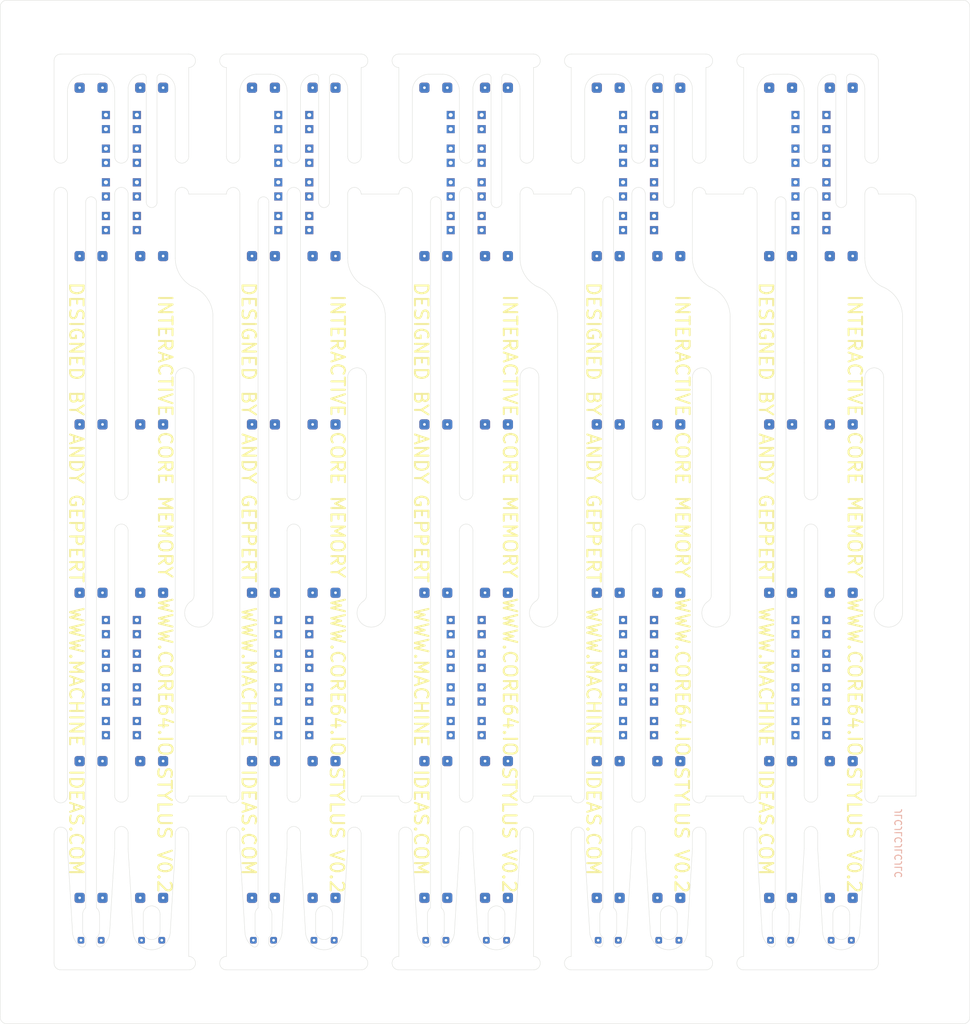
<source format=kicad_pcb>
(kicad_pcb (version 20171130) (host pcbnew "(5.1.2-1)-1")
  (layers (0 F.Cu signal) (31 B.Cu signal) (34 B.Paste user) (35 F.Paste user) (36 B.SilkS user) (37 F.SilkS user) (38 B.Mask user) (39 F.Mask user) (44 Edge.Cuts user))
  (net 0 "")
  (module Digikey:0805 (layer F.Cu) (at 129.1 47.1 90)
    (fp_text reference REF** hide)
    (fp_text value 0805)
    (pad 2 thru_hole rect (at 1.05 0 90) (size 1.2 1.2) (drill 0.6) (layers *.Cu *.Mask))
    (pad 1 thru_hole rect (at -1.05 0 90) (size 1.2 1.2) (drill 0.6) (layers *.Cu *.Mask))
  )
  (module Digikey:0805 (layer F.Cu) (at 103.5 47.1 90)
    (fp_text reference REF** hide)
    (fp_text value 0805)
    (pad 2 thru_hole rect (at 1.05 0 90) (size 1.2 1.2) (drill 0.6) (layers *.Cu *.Mask))
    (pad 1 thru_hole rect (at -1.05 0 90) (size 1.2 1.2) (drill 0.6) (layers *.Cu *.Mask))
  )
  (module Digikey:0805 (layer F.Cu) (at 77.9 47.1 90)
    (fp_text reference REF** hide)
    (fp_text value 0805)
    (pad 2 thru_hole rect (at 1.05 0 90) (size 1.2 1.2) (drill 0.6) (layers *.Cu *.Mask))
    (pad 1 thru_hole rect (at -1.05 0 90) (size 1.2 1.2) (drill 0.6) (layers *.Cu *.Mask))
  )
  (module Digikey:0805 (layer F.Cu) (at 52.3 47.1 90)
    (fp_text reference REF** hide)
    (fp_text value 0805)
    (pad 2 thru_hole rect (at 1.05 0 90) (size 1.2 1.2) (drill 0.6) (layers *.Cu *.Mask))
    (pad 1 thru_hole rect (at -1.05 0 90) (size 1.2 1.2) (drill 0.6) (layers *.Cu *.Mask))
  )
  (module Digikey:0805 (layer F.Cu) (at 133.7 47.1 90)
    (fp_text reference REF** hide)
    (fp_text value 0805)
    (pad 1 thru_hole rect (at -1.05 0 90) (size 1.2 1.2) (drill 0.6) (layers *.Cu *.Mask))
    (pad 2 thru_hole rect (at 1.05 0 90) (size 1.2 1.2) (drill 0.6) (layers *.Cu *.Mask))
  )
  (module Digikey:0805 (layer F.Cu) (at 108.1 47.1 90)
    (fp_text reference REF** hide)
    (fp_text value 0805)
    (pad 1 thru_hole rect (at -1.05 0 90) (size 1.2 1.2) (drill 0.6) (layers *.Cu *.Mask))
    (pad 2 thru_hole rect (at 1.05 0 90) (size 1.2 1.2) (drill 0.6) (layers *.Cu *.Mask))
  )
  (module Digikey:0805 (layer F.Cu) (at 82.5 47.1 90)
    (fp_text reference REF** hide)
    (fp_text value 0805)
    (pad 1 thru_hole rect (at -1.05 0 90) (size 1.2 1.2) (drill 0.6) (layers *.Cu *.Mask))
    (pad 2 thru_hole rect (at 1.05 0 90) (size 1.2 1.2) (drill 0.6) (layers *.Cu *.Mask))
  )
  (module Digikey:0805 (layer F.Cu) (at 56.9 47.1 90)
    (fp_text reference REF** hide)
    (fp_text value 0805)
    (pad 1 thru_hole rect (at -1.05 0 90) (size 1.2 1.2) (drill 0.6) (layers *.Cu *.Mask))
    (pad 2 thru_hole rect (at 1.05 0 90) (size 1.2 1.2) (drill 0.6) (layers *.Cu *.Mask))
  )
  (module Digikey:0805 (layer F.Cu) (at 133.7 42.1 90)
    (fp_text reference REF** hide)
    (fp_text value 0805)
    (pad 2 thru_hole rect (at 1.05 0 90) (size 1.2 1.2) (drill 0.6) (layers *.Cu *.Mask))
    (pad 1 thru_hole rect (at -1.05 0 90) (size 1.2 1.2) (drill 0.6) (layers *.Cu *.Mask))
  )
  (module Digikey:0805 (layer F.Cu) (at 108.1 42.1 90)
    (fp_text reference REF** hide)
    (fp_text value 0805)
    (pad 2 thru_hole rect (at 1.05 0 90) (size 1.2 1.2) (drill 0.6) (layers *.Cu *.Mask))
    (pad 1 thru_hole rect (at -1.05 0 90) (size 1.2 1.2) (drill 0.6) (layers *.Cu *.Mask))
  )
  (module Digikey:0805 (layer F.Cu) (at 82.5 42.1 90)
    (fp_text reference REF** hide)
    (fp_text value 0805)
    (pad 2 thru_hole rect (at 1.05 0 90) (size 1.2 1.2) (drill 0.6) (layers *.Cu *.Mask))
    (pad 1 thru_hole rect (at -1.05 0 90) (size 1.2 1.2) (drill 0.6) (layers *.Cu *.Mask))
  )
  (module Digikey:0805 (layer F.Cu) (at 56.9 42.1 90)
    (fp_text reference REF** hide)
    (fp_text value 0805)
    (pad 2 thru_hole rect (at 1.05 0 90) (size 1.2 1.2) (drill 0.6) (layers *.Cu *.Mask))
    (pad 1 thru_hole rect (at -1.05 0 90) (size 1.2 1.2) (drill 0.6) (layers *.Cu *.Mask))
  )
  (module Digikey:0805 (layer F.Cu) (at 133.7 32.1 90)
    (fp_text reference REF** hide)
    (fp_text value 0805)
    (pad 2 thru_hole rect (at 1.05 0 90) (size 1.2 1.2) (drill 0.6) (layers *.Cu *.Mask))
    (pad 1 thru_hole rect (at -1.05 0 90) (size 1.2 1.2) (drill 0.6) (layers *.Cu *.Mask))
  )
  (module Digikey:0805 (layer F.Cu) (at 108.1 32.1 90)
    (fp_text reference REF** hide)
    (fp_text value 0805)
    (pad 2 thru_hole rect (at 1.05 0 90) (size 1.2 1.2) (drill 0.6) (layers *.Cu *.Mask))
    (pad 1 thru_hole rect (at -1.05 0 90) (size 1.2 1.2) (drill 0.6) (layers *.Cu *.Mask))
  )
  (module Digikey:0805 (layer F.Cu) (at 82.5 32.1 90)
    (fp_text reference REF** hide)
    (fp_text value 0805)
    (pad 2 thru_hole rect (at 1.05 0 90) (size 1.2 1.2) (drill 0.6) (layers *.Cu *.Mask))
    (pad 1 thru_hole rect (at -1.05 0 90) (size 1.2 1.2) (drill 0.6) (layers *.Cu *.Mask))
  )
  (module Digikey:0805 (layer F.Cu) (at 56.9 32.1 90)
    (fp_text reference REF** hide)
    (fp_text value 0805)
    (pad 2 thru_hole rect (at 1.05 0 90) (size 1.2 1.2) (drill 0.6) (layers *.Cu *.Mask))
    (pad 1 thru_hole rect (at -1.05 0 90) (size 1.2 1.2) (drill 0.6) (layers *.Cu *.Mask))
  )
  (module Digikey:0805 (layer F.Cu) (at 133.7 37.1 90)
    (fp_text reference REF** hide)
    (fp_text value 0805)
    (pad 2 thru_hole rect (at 1.05 0 90) (size 1.2 1.2) (drill 0.6) (layers *.Cu *.Mask))
    (pad 1 thru_hole rect (at -1.05 0 90) (size 1.2 1.2) (drill 0.6) (layers *.Cu *.Mask))
  )
  (module Digikey:0805 (layer F.Cu) (at 108.1 37.1 90)
    (fp_text reference REF** hide)
    (fp_text value 0805)
    (pad 2 thru_hole rect (at 1.05 0 90) (size 1.2 1.2) (drill 0.6) (layers *.Cu *.Mask))
    (pad 1 thru_hole rect (at -1.05 0 90) (size 1.2 1.2) (drill 0.6) (layers *.Cu *.Mask))
  )
  (module Digikey:0805 (layer F.Cu) (at 82.5 37.1 90)
    (fp_text reference REF** hide)
    (fp_text value 0805)
    (pad 2 thru_hole rect (at 1.05 0 90) (size 1.2 1.2) (drill 0.6) (layers *.Cu *.Mask))
    (pad 1 thru_hole rect (at -1.05 0 90) (size 1.2 1.2) (drill 0.6) (layers *.Cu *.Mask))
  )
  (module Digikey:0805 (layer F.Cu) (at 56.9 37.1 90)
    (fp_text reference REF** hide)
    (fp_text value 0805)
    (pad 2 thru_hole rect (at 1.05 0 90) (size 1.2 1.2) (drill 0.6) (layers *.Cu *.Mask))
    (pad 1 thru_hole rect (at -1.05 0 90) (size 1.2 1.2) (drill 0.6) (layers *.Cu *.Mask))
  )
  (module Digikey:0805 (layer F.Cu) (at 129.1 42.1 90)
    (fp_text reference REF** hide)
    (fp_text value 0805)
    (pad 1 thru_hole rect (at -1.05 0 90) (size 1.2 1.2) (drill 0.6) (layers *.Cu *.Mask))
    (pad 2 thru_hole rect (at 1.05 0 90) (size 1.2 1.2) (drill 0.6) (layers *.Cu *.Mask))
  )
  (module Digikey:0805 (layer F.Cu) (at 103.5 42.1 90)
    (fp_text reference REF** hide)
    (fp_text value 0805)
    (pad 1 thru_hole rect (at -1.05 0 90) (size 1.2 1.2) (drill 0.6) (layers *.Cu *.Mask))
    (pad 2 thru_hole rect (at 1.05 0 90) (size 1.2 1.2) (drill 0.6) (layers *.Cu *.Mask))
  )
  (module Digikey:0805 (layer F.Cu) (at 77.9 42.1 90)
    (fp_text reference REF** hide)
    (fp_text value 0805)
    (pad 1 thru_hole rect (at -1.05 0 90) (size 1.2 1.2) (drill 0.6) (layers *.Cu *.Mask))
    (pad 2 thru_hole rect (at 1.05 0 90) (size 1.2 1.2) (drill 0.6) (layers *.Cu *.Mask))
  )
  (module Digikey:0805 (layer F.Cu) (at 52.3 42.1 90)
    (fp_text reference REF** hide)
    (fp_text value 0805)
    (pad 1 thru_hole rect (at -1.05 0 90) (size 1.2 1.2) (drill 0.6) (layers *.Cu *.Mask))
    (pad 2 thru_hole rect (at 1.05 0 90) (size 1.2 1.2) (drill 0.6) (layers *.Cu *.Mask))
  )
  (module Digikey:0805 (layer F.Cu) (at 129.1 32.1 90)
    (fp_text reference REF** hide)
    (fp_text value 0805)
    (pad 1 thru_hole rect (at -1.05 0 90) (size 1.2 1.2) (drill 0.6) (layers *.Cu *.Mask))
    (pad 2 thru_hole rect (at 1.05 0 90) (size 1.2 1.2) (drill 0.6) (layers *.Cu *.Mask))
  )
  (module Digikey:0805 (layer F.Cu) (at 103.5 32.1 90)
    (fp_text reference REF** hide)
    (fp_text value 0805)
    (pad 1 thru_hole rect (at -1.05 0 90) (size 1.2 1.2) (drill 0.6) (layers *.Cu *.Mask))
    (pad 2 thru_hole rect (at 1.05 0 90) (size 1.2 1.2) (drill 0.6) (layers *.Cu *.Mask))
  )
  (module Digikey:0805 (layer F.Cu) (at 77.9 32.1 90)
    (fp_text reference REF** hide)
    (fp_text value 0805)
    (pad 1 thru_hole rect (at -1.05 0 90) (size 1.2 1.2) (drill 0.6) (layers *.Cu *.Mask))
    (pad 2 thru_hole rect (at 1.05 0 90) (size 1.2 1.2) (drill 0.6) (layers *.Cu *.Mask))
  )
  (module Digikey:0805 (layer F.Cu) (at 52.3 32.1 90)
    (fp_text reference REF** hide)
    (fp_text value 0805)
    (pad 1 thru_hole rect (at -1.05 0 90) (size 1.2 1.2) (drill 0.6) (layers *.Cu *.Mask))
    (pad 2 thru_hole rect (at 1.05 0 90) (size 1.2 1.2) (drill 0.6) (layers *.Cu *.Mask))
  )
  (module Digikey:0805 (layer F.Cu) (at 129.1 37.1 90)
    (fp_text reference REF** hide)
    (fp_text value 0805)
    (pad 1 thru_hole rect (at -1.05 0 90) (size 1.2 1.2) (drill 0.6) (layers *.Cu *.Mask))
    (pad 2 thru_hole rect (at 1.05 0 90) (size 1.2 1.2) (drill 0.6) (layers *.Cu *.Mask))
  )
  (module Digikey:0805 (layer F.Cu) (at 103.5 37.1 90)
    (fp_text reference REF** hide)
    (fp_text value 0805)
    (pad 1 thru_hole rect (at -1.05 0 90) (size 1.2 1.2) (drill 0.6) (layers *.Cu *.Mask))
    (pad 2 thru_hole rect (at 1.05 0 90) (size 1.2 1.2) (drill 0.6) (layers *.Cu *.Mask))
  )
  (module Digikey:0805 (layer F.Cu) (at 77.9 37.1 90)
    (fp_text reference REF** hide)
    (fp_text value 0805)
    (pad 1 thru_hole rect (at -1.05 0 90) (size 1.2 1.2) (drill 0.6) (layers *.Cu *.Mask))
    (pad 2 thru_hole rect (at 1.05 0 90) (size 1.2 1.2) (drill 0.6) (layers *.Cu *.Mask))
  )
  (module Digikey:0805 (layer F.Cu) (at 52.3 37.1 90)
    (fp_text reference REF** hide)
    (fp_text value 0805)
    (pad 1 thru_hole rect (at -1.05 0 90) (size 1.2 1.2) (drill 0.6) (layers *.Cu *.Mask))
    (pad 2 thru_hole rect (at 1.05 0 90) (size 1.2 1.2) (drill 0.6) (layers *.Cu *.Mask))
  )
  (module Digikey:0805 (layer F.Cu) (at 129.1 122.1 90)
    (fp_text reference REF** hide)
    (fp_text value 0805)
    (pad 1 thru_hole rect (at -1.05 0 90) (size 1.2 1.2) (drill 0.6) (layers *.Cu *.Mask))
    (pad 2 thru_hole rect (at 1.05 0 90) (size 1.2 1.2) (drill 0.6) (layers *.Cu *.Mask))
  )
  (module Digikey:0805 (layer F.Cu) (at 103.5 122.1 90)
    (fp_text reference REF** hide)
    (fp_text value 0805)
    (pad 1 thru_hole rect (at -1.05 0 90) (size 1.2 1.2) (drill 0.6) (layers *.Cu *.Mask))
    (pad 2 thru_hole rect (at 1.05 0 90) (size 1.2 1.2) (drill 0.6) (layers *.Cu *.Mask))
  )
  (module Digikey:0805 (layer F.Cu) (at 77.9 122.1 90)
    (fp_text reference REF** hide)
    (fp_text value 0805)
    (pad 1 thru_hole rect (at -1.05 0 90) (size 1.2 1.2) (drill 0.6) (layers *.Cu *.Mask))
    (pad 2 thru_hole rect (at 1.05 0 90) (size 1.2 1.2) (drill 0.6) (layers *.Cu *.Mask))
  )
  (module Digikey:0805 (layer F.Cu) (at 52.3 122.1 90)
    (fp_text reference REF** hide)
    (fp_text value 0805)
    (pad 1 thru_hole rect (at -1.05 0 90) (size 1.2 1.2) (drill 0.6) (layers *.Cu *.Mask))
    (pad 2 thru_hole rect (at 1.05 0 90) (size 1.2 1.2) (drill 0.6) (layers *.Cu *.Mask))
  )
  (module Digikey:0805 (layer F.Cu) (at 133.7 122.1 90)
    (fp_text reference REF** hide)
    (fp_text value 0805)
    (pad 2 thru_hole rect (at 1.05 0 90) (size 1.2 1.2) (drill 0.6) (layers *.Cu *.Mask))
    (pad 1 thru_hole rect (at -1.05 0 90) (size 1.2 1.2) (drill 0.6) (layers *.Cu *.Mask))
  )
  (module Digikey:0805 (layer F.Cu) (at 108.1 122.1 90)
    (fp_text reference REF** hide)
    (fp_text value 0805)
    (pad 2 thru_hole rect (at 1.05 0 90) (size 1.2 1.2) (drill 0.6) (layers *.Cu *.Mask))
    (pad 1 thru_hole rect (at -1.05 0 90) (size 1.2 1.2) (drill 0.6) (layers *.Cu *.Mask))
  )
  (module Digikey:0805 (layer F.Cu) (at 82.5 122.1 90)
    (fp_text reference REF** hide)
    (fp_text value 0805)
    (pad 2 thru_hole rect (at 1.05 0 90) (size 1.2 1.2) (drill 0.6) (layers *.Cu *.Mask))
    (pad 1 thru_hole rect (at -1.05 0 90) (size 1.2 1.2) (drill 0.6) (layers *.Cu *.Mask))
  )
  (module Digikey:0805 (layer F.Cu) (at 56.9 122.1 90)
    (fp_text reference REF** hide)
    (fp_text value 0805)
    (pad 2 thru_hole rect (at 1.05 0 90) (size 1.2 1.2) (drill 0.6) (layers *.Cu *.Mask))
    (pad 1 thru_hole rect (at -1.05 0 90) (size 1.2 1.2) (drill 0.6) (layers *.Cu *.Mask))
  )
  (module Digikey:0805 (layer F.Cu) (at 133.7 117.1 90)
    (fp_text reference REF** hide)
    (fp_text value 0805)
    (pad 1 thru_hole rect (at -1.05 0 90) (size 1.2 1.2) (drill 0.6) (layers *.Cu *.Mask))
    (pad 2 thru_hole rect (at 1.05 0 90) (size 1.2 1.2) (drill 0.6) (layers *.Cu *.Mask))
  )
  (module Digikey:0805 (layer F.Cu) (at 108.1 117.1 90)
    (fp_text reference REF** hide)
    (fp_text value 0805)
    (pad 1 thru_hole rect (at -1.05 0 90) (size 1.2 1.2) (drill 0.6) (layers *.Cu *.Mask))
    (pad 2 thru_hole rect (at 1.05 0 90) (size 1.2 1.2) (drill 0.6) (layers *.Cu *.Mask))
  )
  (module Digikey:0805 (layer F.Cu) (at 82.5 117.1 90)
    (fp_text reference REF** hide)
    (fp_text value 0805)
    (pad 1 thru_hole rect (at -1.05 0 90) (size 1.2 1.2) (drill 0.6) (layers *.Cu *.Mask))
    (pad 2 thru_hole rect (at 1.05 0 90) (size 1.2 1.2) (drill 0.6) (layers *.Cu *.Mask))
  )
  (module Digikey:0805 (layer F.Cu) (at 56.9 117.1 90)
    (fp_text reference REF** hide)
    (fp_text value 0805)
    (pad 1 thru_hole rect (at -1.05 0 90) (size 1.2 1.2) (drill 0.6) (layers *.Cu *.Mask))
    (pad 2 thru_hole rect (at 1.05 0 90) (size 1.2 1.2) (drill 0.6) (layers *.Cu *.Mask))
  )
  (module Digikey:0805 (layer F.Cu) (at 133.7 107.1 90)
    (fp_text reference REF** hide)
    (fp_text value 0805)
    (pad 1 thru_hole rect (at -1.05 0 90) (size 1.2 1.2) (drill 0.6) (layers *.Cu *.Mask))
    (pad 2 thru_hole rect (at 1.05 0 90) (size 1.2 1.2) (drill 0.6) (layers *.Cu *.Mask))
  )
  (module Digikey:0805 (layer F.Cu) (at 108.1 107.1 90)
    (fp_text reference REF** hide)
    (fp_text value 0805)
    (pad 1 thru_hole rect (at -1.05 0 90) (size 1.2 1.2) (drill 0.6) (layers *.Cu *.Mask))
    (pad 2 thru_hole rect (at 1.05 0 90) (size 1.2 1.2) (drill 0.6) (layers *.Cu *.Mask))
  )
  (module Digikey:0805 (layer F.Cu) (at 82.5 107.1 90)
    (fp_text reference REF** hide)
    (fp_text value 0805)
    (pad 1 thru_hole rect (at -1.05 0 90) (size 1.2 1.2) (drill 0.6) (layers *.Cu *.Mask))
    (pad 2 thru_hole rect (at 1.05 0 90) (size 1.2 1.2) (drill 0.6) (layers *.Cu *.Mask))
  )
  (module Digikey:0805 (layer F.Cu) (at 56.9 107.1 90)
    (fp_text reference REF** hide)
    (fp_text value 0805)
    (pad 1 thru_hole rect (at -1.05 0 90) (size 1.2 1.2) (drill 0.6) (layers *.Cu *.Mask))
    (pad 2 thru_hole rect (at 1.05 0 90) (size 1.2 1.2) (drill 0.6) (layers *.Cu *.Mask))
  )
  (module Digikey:0805 (layer F.Cu) (at 133.7 112.1 90)
    (fp_text reference REF** hide)
    (fp_text value 0805)
    (pad 1 thru_hole rect (at -1.05 0 90) (size 1.2 1.2) (drill 0.6) (layers *.Cu *.Mask))
    (pad 2 thru_hole rect (at 1.05 0 90) (size 1.2 1.2) (drill 0.6) (layers *.Cu *.Mask))
  )
  (module Digikey:0805 (layer F.Cu) (at 108.1 112.1 90)
    (fp_text reference REF** hide)
    (fp_text value 0805)
    (pad 1 thru_hole rect (at -1.05 0 90) (size 1.2 1.2) (drill 0.6) (layers *.Cu *.Mask))
    (pad 2 thru_hole rect (at 1.05 0 90) (size 1.2 1.2) (drill 0.6) (layers *.Cu *.Mask))
  )
  (module Digikey:0805 (layer F.Cu) (at 82.5 112.1 90)
    (fp_text reference REF** hide)
    (fp_text value 0805)
    (pad 1 thru_hole rect (at -1.05 0 90) (size 1.2 1.2) (drill 0.6) (layers *.Cu *.Mask))
    (pad 2 thru_hole rect (at 1.05 0 90) (size 1.2 1.2) (drill 0.6) (layers *.Cu *.Mask))
  )
  (module Digikey:0805 (layer F.Cu) (at 56.9 112.1 90)
    (fp_text reference REF** hide)
    (fp_text value 0805)
    (pad 1 thru_hole rect (at -1.05 0 90) (size 1.2 1.2) (drill 0.6) (layers *.Cu *.Mask))
    (pad 2 thru_hole rect (at 1.05 0 90) (size 1.2 1.2) (drill 0.6) (layers *.Cu *.Mask))
  )
  (module Digikey:0805 (layer F.Cu) (at 129.1 117.1 90)
    (fp_text reference REF** hide)
    (fp_text value 0805)
    (pad 2 thru_hole rect (at 1.05 0 90) (size 1.2 1.2) (drill 0.6) (layers *.Cu *.Mask))
    (pad 1 thru_hole rect (at -1.05 0 90) (size 1.2 1.2) (drill 0.6) (layers *.Cu *.Mask))
  )
  (module Digikey:0805 (layer F.Cu) (at 103.5 117.1 90)
    (fp_text reference REF** hide)
    (fp_text value 0805)
    (pad 2 thru_hole rect (at 1.05 0 90) (size 1.2 1.2) (drill 0.6) (layers *.Cu *.Mask))
    (pad 1 thru_hole rect (at -1.05 0 90) (size 1.2 1.2) (drill 0.6) (layers *.Cu *.Mask))
  )
  (module Digikey:0805 (layer F.Cu) (at 77.9 117.1 90)
    (fp_text reference REF** hide)
    (fp_text value 0805)
    (pad 2 thru_hole rect (at 1.05 0 90) (size 1.2 1.2) (drill 0.6) (layers *.Cu *.Mask))
    (pad 1 thru_hole rect (at -1.05 0 90) (size 1.2 1.2) (drill 0.6) (layers *.Cu *.Mask))
  )
  (module Digikey:0805 (layer F.Cu) (at 52.3 117.1 90)
    (fp_text reference REF** hide)
    (fp_text value 0805)
    (pad 2 thru_hole rect (at 1.05 0 90) (size 1.2 1.2) (drill 0.6) (layers *.Cu *.Mask))
    (pad 1 thru_hole rect (at -1.05 0 90) (size 1.2 1.2) (drill 0.6) (layers *.Cu *.Mask))
  )
  (module Digikey:0805 (layer F.Cu) (at 129.1 107.1 90)
    (fp_text reference REF** hide)
    (fp_text value 0805)
    (pad 2 thru_hole rect (at 1.05 0 90) (size 1.2 1.2) (drill 0.6) (layers *.Cu *.Mask))
    (pad 1 thru_hole rect (at -1.05 0 90) (size 1.2 1.2) (drill 0.6) (layers *.Cu *.Mask))
  )
  (module Digikey:0805 (layer F.Cu) (at 103.5 107.1 90)
    (fp_text reference REF** hide)
    (fp_text value 0805)
    (pad 2 thru_hole rect (at 1.05 0 90) (size 1.2 1.2) (drill 0.6) (layers *.Cu *.Mask))
    (pad 1 thru_hole rect (at -1.05 0 90) (size 1.2 1.2) (drill 0.6) (layers *.Cu *.Mask))
  )
  (module Digikey:0805 (layer F.Cu) (at 77.9 107.1 90)
    (fp_text reference REF** hide)
    (fp_text value 0805)
    (pad 2 thru_hole rect (at 1.05 0 90) (size 1.2 1.2) (drill 0.6) (layers *.Cu *.Mask))
    (pad 1 thru_hole rect (at -1.05 0 90) (size 1.2 1.2) (drill 0.6) (layers *.Cu *.Mask))
  )
  (module Digikey:0805 (layer F.Cu) (at 52.3 107.1 90)
    (fp_text reference REF** hide)
    (fp_text value 0805)
    (pad 2 thru_hole rect (at 1.05 0 90) (size 1.2 1.2) (drill 0.6) (layers *.Cu *.Mask))
    (pad 1 thru_hole rect (at -1.05 0 90) (size 1.2 1.2) (drill 0.6) (layers *.Cu *.Mask))
  )
  (module Digikey:0805 (layer F.Cu) (at 129.1 112.1 90)
    (fp_text reference REF** hide)
    (fp_text value 0805)
    (pad 2 thru_hole rect (at 1.05 0 90) (size 1.2 1.2) (drill 0.6) (layers *.Cu *.Mask))
    (pad 1 thru_hole rect (at -1.05 0 90) (size 1.2 1.2) (drill 0.6) (layers *.Cu *.Mask))
  )
  (module Digikey:0805 (layer F.Cu) (at 103.5 112.1 90)
    (fp_text reference REF** hide)
    (fp_text value 0805)
    (pad 2 thru_hole rect (at 1.05 0 90) (size 1.2 1.2) (drill 0.6) (layers *.Cu *.Mask))
    (pad 1 thru_hole rect (at -1.05 0 90) (size 1.2 1.2) (drill 0.6) (layers *.Cu *.Mask))
  )
  (module Digikey:0805 (layer F.Cu) (at 77.9 112.1 90)
    (fp_text reference REF** hide)
    (fp_text value 0805)
    (pad 2 thru_hole rect (at 1.05 0 90) (size 1.2 1.2) (drill 0.6) (layers *.Cu *.Mask))
    (pad 1 thru_hole rect (at -1.05 0 90) (size 1.2 1.2) (drill 0.6) (layers *.Cu *.Mask))
  )
  (module Digikey:0805 (layer F.Cu) (at 52.3 112.1 90)
    (fp_text reference REF** hide)
    (fp_text value 0805)
    (pad 2 thru_hole rect (at 1.05 0 90) (size 1.2 1.2) (drill 0.6) (layers *.Cu *.Mask))
    (pad 1 thru_hole rect (at -1.05 0 90) (size 1.2 1.2) (drill 0.6) (layers *.Cu *.Mask))
  )
  (module Digikey:0805 (layer F.Cu) (at 26.7 122.1 90)
    (fp_text reference REF** hide)
    (fp_text value 0805)
    (pad 2 thru_hole rect (at 1.05 0 90) (size 1.2 1.2) (drill 0.6) (layers *.Cu *.Mask))
    (pad 1 thru_hole rect (at -1.05 0 90) (size 1.2 1.2) (drill 0.6) (layers *.Cu *.Mask))
  )
  (module Digikey:0805 (layer F.Cu) (at 31.3 122.1 90)
    (fp_text reference REF** hide)
    (fp_text value 0805)
    (pad 1 thru_hole rect (at -1.05 0 90) (size 1.2 1.2) (drill 0.6) (layers *.Cu *.Mask))
    (pad 2 thru_hole rect (at 1.05 0 90) (size 1.2 1.2) (drill 0.6) (layers *.Cu *.Mask))
  )
  (module Digikey:0805 (layer F.Cu) (at 31.3 117.1 90)
    (fp_text reference REF** hide)
    (fp_text value 0805)
    (pad 2 thru_hole rect (at 1.05 0 90) (size 1.2 1.2) (drill 0.6) (layers *.Cu *.Mask))
    (pad 1 thru_hole rect (at -1.05 0 90) (size 1.2 1.2) (drill 0.6) (layers *.Cu *.Mask))
  )
  (module Digikey:0805 (layer F.Cu) (at 31.3 107.1 90)
    (fp_text reference REF** hide)
    (fp_text value 0805)
    (pad 2 thru_hole rect (at 1.05 0 90) (size 1.2 1.2) (drill 0.6) (layers *.Cu *.Mask))
    (pad 1 thru_hole rect (at -1.05 0 90) (size 1.2 1.2) (drill 0.6) (layers *.Cu *.Mask))
  )
  (module Digikey:0805 (layer F.Cu) (at 31.3 112.1 90)
    (fp_text reference REF** hide)
    (fp_text value 0805)
    (pad 2 thru_hole rect (at 1.05 0 90) (size 1.2 1.2) (drill 0.6) (layers *.Cu *.Mask))
    (pad 1 thru_hole rect (at -1.05 0 90) (size 1.2 1.2) (drill 0.6) (layers *.Cu *.Mask))
  )
  (module Digikey:0805 (layer F.Cu) (at 26.7 117.1 90)
    (fp_text reference REF** hide)
    (fp_text value 0805)
    (pad 1 thru_hole rect (at -1.05 0 90) (size 1.2 1.2) (drill 0.6) (layers *.Cu *.Mask))
    (pad 2 thru_hole rect (at 1.05 0 90) (size 1.2 1.2) (drill 0.6) (layers *.Cu *.Mask))
  )
  (module Digikey:0805 (layer F.Cu) (at 26.7 107.1 90)
    (fp_text reference REF** hide)
    (fp_text value 0805)
    (pad 1 thru_hole rect (at -1.05 0 90) (size 1.2 1.2) (drill 0.6) (layers *.Cu *.Mask))
    (pad 2 thru_hole rect (at 1.05 0 90) (size 1.2 1.2) (drill 0.6) (layers *.Cu *.Mask))
  )
  (module Digikey:0805 (layer F.Cu) (at 26.7 112.1 90)
    (fp_text reference REF** hide)
    (fp_text value 0805)
    (pad 1 thru_hole rect (at -1.05 0 90) (size 1.2 1.2) (drill 0.6) (layers *.Cu *.Mask))
    (pad 2 thru_hole rect (at 1.05 0 90) (size 1.2 1.2) (drill 0.6) (layers *.Cu *.Mask))
  )
  (module Digikey:0805 (layer F.Cu) (at 31.3 47.1 90)
    (fp_text reference REF** hide)
    (fp_text value 0805)
    (pad 2 thru_hole rect (at 1.05 0 90) (size 1.2 1.2) (drill 0.6) (layers *.Cu *.Mask))
    (pad 1 thru_hole rect (at -1.05 0 90) (size 1.2 1.2) (drill 0.6) (layers *.Cu *.Mask))
  )
  (module Digikey:0805 (layer F.Cu) (at 31.3 42.1 90)
    (fp_text reference REF** hide)
    (fp_text value 0805)
    (pad 1 thru_hole rect (at -1.05 0 90) (size 1.2 1.2) (drill 0.6) (layers *.Cu *.Mask))
    (pad 2 thru_hole rect (at 1.05 0 90) (size 1.2 1.2) (drill 0.6) (layers *.Cu *.Mask))
  )
  (module Digikey:0805 (layer F.Cu) (at 31.3 32.1 90)
    (fp_text reference REF** hide)
    (fp_text value 0805)
    (pad 1 thru_hole rect (at -1.05 0 90) (size 1.2 1.2) (drill 0.6) (layers *.Cu *.Mask))
    (pad 2 thru_hole rect (at 1.05 0 90) (size 1.2 1.2) (drill 0.6) (layers *.Cu *.Mask))
  )
  (module Digikey:0805 (layer F.Cu) (at 31.3 37.1 90)
    (fp_text reference REF** hide)
    (fp_text value 0805)
    (pad 1 thru_hole rect (at -1.05 0 90) (size 1.2 1.2) (drill 0.6) (layers *.Cu *.Mask))
    (pad 2 thru_hole rect (at 1.05 0 90) (size 1.2 1.2) (drill 0.6) (layers *.Cu *.Mask))
  )
  (module Digikey:0805 (layer F.Cu) (at 26.7 32.1 90)
    (fp_text reference REF** hide)
    (fp_text value 0805)
    (pad 2 thru_hole rect (at 1.05 0 90) (size 1.2 1.2) (drill 0.6) (layers *.Cu *.Mask))
    (pad 1 thru_hole rect (at -1.05 0 90) (size 1.2 1.2) (drill 0.6) (layers *.Cu *.Mask))
  )
  (module Digikey:0805 (layer F.Cu) (at 26.7 37.1 90)
    (fp_text reference REF** hide)
    (fp_text value 0805)
    (pad 2 thru_hole rect (at 1.05 0 90) (size 1.2 1.2) (drill 0.6) (layers *.Cu *.Mask))
    (pad 1 thru_hole rect (at -1.05 0 90) (size 1.2 1.2) (drill 0.6) (layers *.Cu *.Mask))
  )
  (module Digikey:0805 (layer F.Cu) (at 26.7 42.1 90)
    (fp_text reference REF** hide)
    (fp_text value 0805)
    (pad 2 thru_hole rect (at 1.05 0 90) (size 1.2 1.2) (drill 0.6) (layers *.Cu *.Mask))
    (pad 1 thru_hole rect (at -1.05 0 90) (size 1.2 1.2) (drill 0.6) (layers *.Cu *.Mask))
  )
  (module Digikey:0805 (layer F.Cu) (at 26.7 47.1 90)
    (fp_text reference REF** hide)
    (fp_text value 0805)
    (pad 1 thru_hole rect (at -1.05 0 90) (size 1.2 1.2) (drill 0.6) (layers *.Cu *.Mask))
    (pad 2 thru_hole rect (at 1.05 0 90) (size 1.2 1.2) (drill 0.6) (layers *.Cu *.Mask))
  )
  (module TestPoint:TestPoint_Pad_1.5x1.5mm_no_silk_screen (layer F.Cu) (at 134.2 27)
    (fp_text reference REF** hide)
    (fp_text value TestPoint_Pad_1.5x1.5mm_no_silk_screen)
    (pad 1 thru_hole roundrect (at 0 0) (size 1.5 1.5) (drill 0.4) (layers *.Cu *.Mask))
  )
  (module Panelization:mouse-bite-3mm-slot (layer F.Cu) (at 122.4 135 90)
    (fp_text reference mouse-bite-3mm-slot hide)
    (fp_text value VAL** hide)
    (pad "" np_thru_hole circle (at 1.524 0.75 90) (size 0.5 0.5) (drill 0.5) (layers *.Cu *.Mask))
    (pad "" np_thru_hole circle (at 1.524 -0.75 90) (size 0.5 0.5) (drill 0.5) (layers *.Cu *.Mask))
    (pad "" np_thru_hole circle (at 0.762 -0.75 90) (size 0.5 0.5) (drill 0.5) (layers *.Cu *.Mask))
    (pad "" np_thru_hole circle (at 0.762 0.75 90) (size 0.5 0.5) (drill 0.5) (layers *.Cu *.Mask))
    (pad "" np_thru_hole circle (at -0.012 0.75 90) (size 0.5 0.5) (drill 0.5) (layers *.Cu *.Mask))
    (pad "" np_thru_hole circle (at -1.512 0.75 90) (size 0.5 0.5) (drill 0.5) (layers *.Cu *.Mask))
    (pad "" np_thru_hole circle (at -1.512 -0.75 90) (size 0.5 0.5) (drill 0.5) (layers *.Cu *.Mask))
    (pad "" np_thru_hole circle (at -0.012 -0.75 90) (size 0.5 0.5) (drill 0.5) (layers *.Cu *.Mask))
    (pad "" np_thru_hole circle (at -0.762 0.75 90) (size 0.5 0.5) (drill 0.5) (layers *.Cu *.Mask))
    (pad "" np_thru_hole circle (at -0.762 -0.75 90) (size 0.5 0.5) (drill 0.5) (layers *.Cu *.Mask))
  )
  (module TestPoint:TestPoint_Pad_1.5x1.5mm_no_silk_screen (layer F.Cu) (at 128.6 102)
    (fp_text reference REF** hide)
    (fp_text value TestPoint_Pad_1.5x1.5mm_no_silk_screen)
    (pad 1 thru_hole roundrect (at 0 0) (size 1.5 1.5) (drill 0.4) (layers *.Cu *.Mask))
  )
  (module TestPoint:TestPoint_Pad_1.5x1.5mm_no_silk_screen (layer F.Cu) (at 137.6 77)
    (fp_text reference REF** hide)
    (fp_text value TestPoint_Pad_1.5x1.5mm_no_silk_screen)
    (pad 1 thru_hole roundrect (at 0 0) (size 1.5 1.5) (drill 0.4) (layers *.Cu *.Mask))
  )
  (module TestPoint:TestPoint_Pad_1.5x1.5mm_no_silk_screen (layer F.Cu) (at 137.6 27)
    (fp_text reference REF** hide)
    (fp_text value TestPoint_Pad_1.5x1.5mm_no_silk_screen)
    (pad 1 thru_hole roundrect (at 0 0) (size 1.5 1.5) (drill 0.4) (layers *.Cu *.Mask))
  )
  (module TestPoint:TestPoint_Pad_1.5x1.5mm_no_silk_screen (layer F.Cu) (at 137.6 127)
    (fp_text reference REF** hide)
    (fp_text value TestPoint_Pad_1.5x1.5mm_no_silk_screen)
    (pad 1 thru_hole roundrect (at 0 0) (size 1.5 1.5) (drill 0.4) (layers *.Cu *.Mask))
  )
  (module TestPoint:TestPoint_Pad_1.0x1.0mm_no_silk_screen (layer F.Cu) (at 137.4 153.6)
    (fp_text reference REF** hide)
    (fp_text value TestPoint_Pad_1.0x1.0mm_no_silk_screen)
    (pad 1 thru_hole roundrect (at 0 0) (size 1 1) (drill 0.4) (layers *.Cu *.Mask))
  )
  (module TestPoint:TestPoint_Pad_1.0x1.0mm_no_silk_screen (layer F.Cu) (at 125.4 153.6)
    (fp_text reference REF** hide)
    (fp_text value TestPoint_Pad_1.0x1.0mm_no_silk_screen)
    (pad 1 thru_hole roundrect (at 0 0) (size 1 1) (drill 0.4) (layers *.Cu *.Mask))
  )
  (module TestPoint:TestPoint_Pad_1.5x1.5mm_no_silk_screen (layer F.Cu) (at 134.2 52)
    (fp_text reference REF** hide)
    (fp_text value TestPoint_Pad_1.5x1.5mm_no_silk_screen)
    (pad 1 thru_hole roundrect (at 0 0) (size 1.5 1.5) (drill 0.4) (layers *.Cu *.Mask))
  )
  (module TestPoint:TestPoint_Pad_1.5x1.5mm_no_silk_screen (layer F.Cu) (at 128.6 77)
    (fp_text reference REF** hide)
    (fp_text value TestPoint_Pad_1.5x1.5mm_no_silk_screen)
    (pad 1 thru_hole roundrect (at 0 0) (size 1.5 1.5) (drill 0.4) (layers *.Cu *.Mask))
  )
  (module TestPoint:TestPoint_Pad_1.5x1.5mm_no_silk_screen (layer F.Cu) (at 134.2 102)
    (fp_text reference REF** hide)
    (fp_text value TestPoint_Pad_1.5x1.5mm_no_silk_screen)
    (pad 1 thru_hole roundrect (at 0 0) (size 1.5 1.5) (drill 0.4) (layers *.Cu *.Mask))
  )
  (module TestPoint:TestPoint_Pad_1.5x1.5mm_no_silk_screen (layer F.Cu) (at 125.2 27)
    (fp_text reference REF** hide)
    (fp_text value TestPoint_Pad_1.5x1.5mm_no_silk_screen)
    (pad 1 thru_hole roundrect (at 0 0) (size 1.5 1.5) (drill 0.4) (layers *.Cu *.Mask))
  )
  (module TestPoint:TestPoint_Pad_1.5x1.5mm_no_silk_screen (layer F.Cu) (at 125.2 127)
    (fp_text reference REF** hide)
    (fp_text value TestPoint_Pad_1.5x1.5mm_no_silk_screen)
    (pad 1 thru_hole roundrect (at 0 0) (size 1.5 1.5) (drill 0.4) (layers *.Cu *.Mask))
  )
  (module TestPoint:TestPoint_Pad_1.5x1.5mm_no_silk_screen (layer F.Cu) (at 134.2 77)
    (fp_text reference REF** hide)
    (fp_text value TestPoint_Pad_1.5x1.5mm_no_silk_screen)
    (pad 1 thru_hole roundrect (at 0 0) (size 1.5 1.5) (drill 0.4) (layers *.Cu *.Mask))
  )
  (module Panelization:mouse-bite-3mm-slot (layer F.Cu) (at 140.4 40 90)
    (fp_text reference mouse-bite-3mm-slot hide)
    (fp_text value VAL** hide)
    (pad "" np_thru_hole circle (at 1.524 0.75 90) (size 0.5 0.5) (drill 0.5) (layers *.Cu *.Mask))
    (pad "" np_thru_hole circle (at 1.524 -0.75 90) (size 0.5 0.5) (drill 0.5) (layers *.Cu *.Mask))
    (pad "" np_thru_hole circle (at 0.762 -0.75 90) (size 0.5 0.5) (drill 0.5) (layers *.Cu *.Mask))
    (pad "" np_thru_hole circle (at 0.762 0.75 90) (size 0.5 0.5) (drill 0.5) (layers *.Cu *.Mask))
    (pad "" np_thru_hole circle (at -0.012 0.75 90) (size 0.5 0.5) (drill 0.5) (layers *.Cu *.Mask))
    (pad "" np_thru_hole circle (at -1.512 0.75 90) (size 0.5 0.5) (drill 0.5) (layers *.Cu *.Mask))
    (pad "" np_thru_hole circle (at -1.512 -0.75 90) (size 0.5 0.5) (drill 0.5) (layers *.Cu *.Mask))
    (pad "" np_thru_hole circle (at -0.012 -0.75 90) (size 0.5 0.5) (drill 0.5) (layers *.Cu *.Mask))
    (pad "" np_thru_hole circle (at -0.762 0.75 90) (size 0.5 0.5) (drill 0.5) (layers *.Cu *.Mask))
    (pad "" np_thru_hole circle (at -0.762 -0.75 90) (size 0.5 0.5) (drill 0.5) (layers *.Cu *.Mask))
  )
  (module Panelization:mouse-bite-3mm-slot (layer F.Cu) (at 122.4 40 90)
    (fp_text reference mouse-bite-3mm-slot hide)
    (fp_text value VAL** hide)
    (pad "" np_thru_hole circle (at 1.524 0.75 90) (size 0.5 0.5) (drill 0.5) (layers *.Cu *.Mask))
    (pad "" np_thru_hole circle (at 1.524 -0.75 90) (size 0.5 0.5) (drill 0.5) (layers *.Cu *.Mask))
    (pad "" np_thru_hole circle (at 0.762 -0.75 90) (size 0.5 0.5) (drill 0.5) (layers *.Cu *.Mask))
    (pad "" np_thru_hole circle (at 0.762 0.75 90) (size 0.5 0.5) (drill 0.5) (layers *.Cu *.Mask))
    (pad "" np_thru_hole circle (at -0.012 0.75 90) (size 0.5 0.5) (drill 0.5) (layers *.Cu *.Mask))
    (pad "" np_thru_hole circle (at -1.512 0.75 90) (size 0.5 0.5) (drill 0.5) (layers *.Cu *.Mask))
    (pad "" np_thru_hole circle (at -1.512 -0.75 90) (size 0.5 0.5) (drill 0.5) (layers *.Cu *.Mask))
    (pad "" np_thru_hole circle (at -0.012 -0.75 90) (size 0.5 0.5) (drill 0.5) (layers *.Cu *.Mask))
    (pad "" np_thru_hole circle (at -0.762 0.75 90) (size 0.5 0.5) (drill 0.5) (layers *.Cu *.Mask))
    (pad "" np_thru_hole circle (at -0.762 -0.75 90) (size 0.5 0.5) (drill 0.5) (layers *.Cu *.Mask))
  )
  (module Panelization:mouse-bite-3mm-slot (layer F.Cu) (at 140.4 135 90)
    (fp_text reference mouse-bite-3mm-slot hide)
    (fp_text value VAL** hide)
    (pad "" np_thru_hole circle (at 1.524 0.75 90) (size 0.5 0.5) (drill 0.5) (layers *.Cu *.Mask))
    (pad "" np_thru_hole circle (at 1.524 -0.75 90) (size 0.5 0.5) (drill 0.5) (layers *.Cu *.Mask))
    (pad "" np_thru_hole circle (at 0.762 -0.75 90) (size 0.5 0.5) (drill 0.5) (layers *.Cu *.Mask))
    (pad "" np_thru_hole circle (at 0.762 0.75 90) (size 0.5 0.5) (drill 0.5) (layers *.Cu *.Mask))
    (pad "" np_thru_hole circle (at -0.012 0.75 90) (size 0.5 0.5) (drill 0.5) (layers *.Cu *.Mask))
    (pad "" np_thru_hole circle (at -1.512 0.75 90) (size 0.5 0.5) (drill 0.5) (layers *.Cu *.Mask))
    (pad "" np_thru_hole circle (at -1.512 -0.75 90) (size 0.5 0.5) (drill 0.5) (layers *.Cu *.Mask))
    (pad "" np_thru_hole circle (at -0.012 -0.75 90) (size 0.5 0.5) (drill 0.5) (layers *.Cu *.Mask))
    (pad "" np_thru_hole circle (at -0.762 0.75 90) (size 0.5 0.5) (drill 0.5) (layers *.Cu *.Mask))
    (pad "" np_thru_hole circle (at -0.762 -0.75 90) (size 0.5 0.5) (drill 0.5) (layers *.Cu *.Mask))
  )
  (module TestPoint:TestPoint_Pad_1.5x1.5mm_no_silk_screen (layer F.Cu) (at 137.6 52)
    (fp_text reference REF** hide)
    (fp_text value TestPoint_Pad_1.5x1.5mm_no_silk_screen)
    (pad 1 thru_hole roundrect (at 0 0) (size 1.5 1.5) (drill 0.4) (layers *.Cu *.Mask))
  )
  (module TestPoint:TestPoint_Pad_1.0x1.0mm_no_silk_screen (layer F.Cu) (at 128.4 153.6)
    (fp_text reference REF** hide)
    (fp_text value TestPoint_Pad_1.0x1.0mm_no_silk_screen)
    (pad 1 thru_hole roundrect (at 0 0) (size 1 1) (drill 0.4) (layers *.Cu *.Mask))
  )
  (module TestPoint:TestPoint_Pad_1.5x1.5mm_no_silk_screen (layer F.Cu) (at 125.2 147.3)
    (fp_text reference REF** hide)
    (fp_text value TestPoint_Pad_1.5x1.5mm_no_silk_screen)
    (pad 1 thru_hole roundrect (at 0 0) (size 1.5 1.5) (drill 0.4) (layers *.Cu *.Mask))
  )
  (module Panelization:mouse-bite-3mm-slot (layer F.Cu) (at 131.4 90 90)
    (fp_text reference mouse-bite-3mm-slot hide)
    (fp_text value VAL** hide)
    (pad "" np_thru_hole circle (at -0.762 -0.75 90) (size 0.5 0.5) (drill 0.5) (layers *.Cu *.Mask))
    (pad "" np_thru_hole circle (at -0.762 0.75 90) (size 0.5 0.5) (drill 0.5) (layers *.Cu *.Mask))
    (pad "" np_thru_hole circle (at -0.012 -0.75 90) (size 0.5 0.5) (drill 0.5) (layers *.Cu *.Mask))
    (pad "" np_thru_hole circle (at -1.512 -0.75 90) (size 0.5 0.5) (drill 0.5) (layers *.Cu *.Mask))
    (pad "" np_thru_hole circle (at -1.512 0.75 90) (size 0.5 0.5) (drill 0.5) (layers *.Cu *.Mask))
    (pad "" np_thru_hole circle (at -0.012 0.75 90) (size 0.5 0.5) (drill 0.5) (layers *.Cu *.Mask))
    (pad "" np_thru_hole circle (at 0.762 0.75 90) (size 0.5 0.5) (drill 0.5) (layers *.Cu *.Mask))
    (pad "" np_thru_hole circle (at 0.762 -0.75 90) (size 0.5 0.5) (drill 0.5) (layers *.Cu *.Mask))
    (pad "" np_thru_hole circle (at 1.524 -0.75 90) (size 0.5 0.5) (drill 0.5) (layers *.Cu *.Mask))
    (pad "" np_thru_hole circle (at 1.524 0.75 90) (size 0.5 0.5) (drill 0.5) (layers *.Cu *.Mask))
  )
  (module TestPoint:TestPoint_Pad_1.5x1.5mm_no_silk_screen (layer F.Cu) (at 125.2 52)
    (fp_text reference REF** hide)
    (fp_text value TestPoint_Pad_1.5x1.5mm_no_silk_screen)
    (pad 1 thru_hole roundrect (at 0 0) (size 1.5 1.5) (drill 0.4) (layers *.Cu *.Mask))
  )
  (module TestPoint:TestPoint_Pad_1.5x1.5mm_no_silk_screen (layer F.Cu) (at 125.2 77)
    (fp_text reference REF** hide)
    (fp_text value TestPoint_Pad_1.5x1.5mm_no_silk_screen)
    (pad 1 thru_hole roundrect (at 0 0) (size 1.5 1.5) (drill 0.4) (layers *.Cu *.Mask))
  )
  (module TestPoint:TestPoint_Pad_1.0x1.0mm_no_silk_screen (layer F.Cu) (at 134.4 153.6)
    (fp_text reference REF** hide)
    (fp_text value TestPoint_Pad_1.0x1.0mm_no_silk_screen)
    (pad 1 thru_hole roundrect (at 0 0) (size 1 1) (drill 0.4) (layers *.Cu *.Mask))
  )
  (module Panelization:mouse-bite-3mm-slot (layer F.Cu) (at 131.4 40 90)
    (fp_text reference mouse-bite-3mm-slot hide)
    (fp_text value VAL** hide)
    (pad "" np_thru_hole circle (at -0.762 -0.75 90) (size 0.5 0.5) (drill 0.5) (layers *.Cu *.Mask))
    (pad "" np_thru_hole circle (at -0.762 0.75 90) (size 0.5 0.5) (drill 0.5) (layers *.Cu *.Mask))
    (pad "" np_thru_hole circle (at -0.012 -0.75 90) (size 0.5 0.5) (drill 0.5) (layers *.Cu *.Mask))
    (pad "" np_thru_hole circle (at -1.512 -0.75 90) (size 0.5 0.5) (drill 0.5) (layers *.Cu *.Mask))
    (pad "" np_thru_hole circle (at -1.512 0.75 90) (size 0.5 0.5) (drill 0.5) (layers *.Cu *.Mask))
    (pad "" np_thru_hole circle (at -0.012 0.75 90) (size 0.5 0.5) (drill 0.5) (layers *.Cu *.Mask))
    (pad "" np_thru_hole circle (at 0.762 0.75 90) (size 0.5 0.5) (drill 0.5) (layers *.Cu *.Mask))
    (pad "" np_thru_hole circle (at 0.762 -0.75 90) (size 0.5 0.5) (drill 0.5) (layers *.Cu *.Mask))
    (pad "" np_thru_hole circle (at 1.524 -0.75 90) (size 0.5 0.5) (drill 0.5) (layers *.Cu *.Mask))
    (pad "" np_thru_hole circle (at 1.524 0.75 90) (size 0.5 0.5) (drill 0.5) (layers *.Cu *.Mask))
  )
  (module Panelization:mouse-bite-3mm-slot (layer F.Cu) (at 131.4 134.9 90)
    (fp_text reference mouse-bite-3mm-slot hide)
    (fp_text value VAL** hide)
    (pad "" np_thru_hole circle (at -0.762 -0.75 90) (size 0.5 0.5) (drill 0.5) (layers *.Cu *.Mask))
    (pad "" np_thru_hole circle (at -0.762 0.75 90) (size 0.5 0.5) (drill 0.5) (layers *.Cu *.Mask))
    (pad "" np_thru_hole circle (at -0.012 -0.75 90) (size 0.5 0.5) (drill 0.5) (layers *.Cu *.Mask))
    (pad "" np_thru_hole circle (at -1.512 -0.75 90) (size 0.5 0.5) (drill 0.5) (layers *.Cu *.Mask))
    (pad "" np_thru_hole circle (at -1.512 0.75 90) (size 0.5 0.5) (drill 0.5) (layers *.Cu *.Mask))
    (pad "" np_thru_hole circle (at -0.012 0.75 90) (size 0.5 0.5) (drill 0.5) (layers *.Cu *.Mask))
    (pad "" np_thru_hole circle (at 0.762 0.75 90) (size 0.5 0.5) (drill 0.5) (layers *.Cu *.Mask))
    (pad "" np_thru_hole circle (at 0.762 -0.75 90) (size 0.5 0.5) (drill 0.5) (layers *.Cu *.Mask))
    (pad "" np_thru_hole circle (at 1.524 -0.75 90) (size 0.5 0.5) (drill 0.5) (layers *.Cu *.Mask))
    (pad "" np_thru_hole circle (at 1.524 0.75 90) (size 0.5 0.5) (drill 0.5) (layers *.Cu *.Mask))
  )
  (module TestPoint:TestPoint_Pad_1.5x1.5mm_no_silk_screen (layer F.Cu) (at 134.2 147.3)
    (fp_text reference REF** hide)
    (fp_text value TestPoint_Pad_1.5x1.5mm_no_silk_screen)
    (pad 1 thru_hole roundrect (at 0 0) (size 1.5 1.5) (drill 0.4) (layers *.Cu *.Mask))
  )
  (module TestPoint:TestPoint_Pad_1.5x1.5mm_no_silk_screen (layer F.Cu) (at 137.6 147.3)
    (fp_text reference REF** hide)
    (fp_text value TestPoint_Pad_1.5x1.5mm_no_silk_screen)
    (pad 1 thru_hole roundrect (at 0 0) (size 1.5 1.5) (drill 0.4) (layers *.Cu *.Mask))
  )
  (module TestPoint:TestPoint_Pad_1.5x1.5mm_no_silk_screen (layer F.Cu) (at 134.2 127)
    (fp_text reference REF** hide)
    (fp_text value TestPoint_Pad_1.5x1.5mm_no_silk_screen)
    (pad 1 thru_hole roundrect (at 0 0) (size 1.5 1.5) (drill 0.4) (layers *.Cu *.Mask))
  )
  (module TestPoint:TestPoint_Pad_1.5x1.5mm_no_silk_screen (layer F.Cu) (at 125.2 102)
    (fp_text reference REF** hide)
    (fp_text value TestPoint_Pad_1.5x1.5mm_no_silk_screen)
    (pad 1 thru_hole roundrect (at 0 0) (size 1.5 1.5) (drill 0.4) (layers *.Cu *.Mask))
  )
  (module TestPoint:TestPoint_Pad_1.5x1.5mm_no_silk_screen (layer F.Cu) (at 128.6 52)
    (fp_text reference REF** hide)
    (fp_text value TestPoint_Pad_1.5x1.5mm_no_silk_screen)
    (pad 1 thru_hole roundrect (at 0 0) (size 1.5 1.5) (drill 0.4) (layers *.Cu *.Mask))
  )
  (module TestPoint:TestPoint_Pad_1.5x1.5mm_no_silk_screen (layer F.Cu) (at 128.6 127)
    (fp_text reference REF** hide)
    (fp_text value TestPoint_Pad_1.5x1.5mm_no_silk_screen)
    (pad 1 thru_hole roundrect (at 0 0) (size 1.5 1.5) (drill 0.4) (layers *.Cu *.Mask))
  )
  (module TestPoint:TestPoint_Pad_1.5x1.5mm_no_silk_screen (layer F.Cu) (at 128.6 27)
    (fp_text reference REF** hide)
    (fp_text value TestPoint_Pad_1.5x1.5mm_no_silk_screen)
    (pad 1 thru_hole roundrect (at 0 0) (size 1.5 1.5) (drill 0.4) (layers *.Cu *.Mask))
  )
  (module TestPoint:TestPoint_Pad_1.5x1.5mm_no_silk_screen (layer F.Cu) (at 137.6 102)
    (fp_text reference REF** hide)
    (fp_text value TestPoint_Pad_1.5x1.5mm_no_silk_screen)
    (pad 1 thru_hole roundrect (at 0 0) (size 1.5 1.5) (drill 0.4) (layers *.Cu *.Mask))
  )
  (module TestPoint:TestPoint_Pad_1.5x1.5mm_no_silk_screen (layer F.Cu) (at 128.6 147.3)
    (fp_text reference REF** hide)
    (fp_text value TestPoint_Pad_1.5x1.5mm_no_silk_screen)
    (pad 1 thru_hole roundrect (at 0 0) (size 1.5 1.5) (drill 0.4) (layers *.Cu *.Mask))
  )
  (module TestPoint:TestPoint_Pad_1.5x1.5mm_no_silk_screen (layer F.Cu) (at 108.6 27)
    (fp_text reference REF** hide)
    (fp_text value TestPoint_Pad_1.5x1.5mm_no_silk_screen)
    (pad 1 thru_hole roundrect (at 0 0) (size 1.5 1.5) (drill 0.4) (layers *.Cu *.Mask))
  )
  (module Panelization:mouse-bite-3mm-slot (layer F.Cu) (at 96.8 135 90)
    (fp_text reference mouse-bite-3mm-slot hide)
    (fp_text value VAL** hide)
    (pad "" np_thru_hole circle (at 1.524 0.75 90) (size 0.5 0.5) (drill 0.5) (layers *.Cu *.Mask))
    (pad "" np_thru_hole circle (at 1.524 -0.75 90) (size 0.5 0.5) (drill 0.5) (layers *.Cu *.Mask))
    (pad "" np_thru_hole circle (at 0.762 -0.75 90) (size 0.5 0.5) (drill 0.5) (layers *.Cu *.Mask))
    (pad "" np_thru_hole circle (at 0.762 0.75 90) (size 0.5 0.5) (drill 0.5) (layers *.Cu *.Mask))
    (pad "" np_thru_hole circle (at -0.012 0.75 90) (size 0.5 0.5) (drill 0.5) (layers *.Cu *.Mask))
    (pad "" np_thru_hole circle (at -1.512 0.75 90) (size 0.5 0.5) (drill 0.5) (layers *.Cu *.Mask))
    (pad "" np_thru_hole circle (at -1.512 -0.75 90) (size 0.5 0.5) (drill 0.5) (layers *.Cu *.Mask))
    (pad "" np_thru_hole circle (at -0.012 -0.75 90) (size 0.5 0.5) (drill 0.5) (layers *.Cu *.Mask))
    (pad "" np_thru_hole circle (at -0.762 0.75 90) (size 0.5 0.5) (drill 0.5) (layers *.Cu *.Mask))
    (pad "" np_thru_hole circle (at -0.762 -0.75 90) (size 0.5 0.5) (drill 0.5) (layers *.Cu *.Mask))
  )
  (module TestPoint:TestPoint_Pad_1.5x1.5mm_no_silk_screen (layer F.Cu) (at 103 102)
    (fp_text reference REF** hide)
    (fp_text value TestPoint_Pad_1.5x1.5mm_no_silk_screen)
    (pad 1 thru_hole roundrect (at 0 0) (size 1.5 1.5) (drill 0.4) (layers *.Cu *.Mask))
  )
  (module TestPoint:TestPoint_Pad_1.5x1.5mm_no_silk_screen (layer F.Cu) (at 112 77)
    (fp_text reference REF** hide)
    (fp_text value TestPoint_Pad_1.5x1.5mm_no_silk_screen)
    (pad 1 thru_hole roundrect (at 0 0) (size 1.5 1.5) (drill 0.4) (layers *.Cu *.Mask))
  )
  (module TestPoint:TestPoint_Pad_1.5x1.5mm_no_silk_screen (layer F.Cu) (at 112 27)
    (fp_text reference REF** hide)
    (fp_text value TestPoint_Pad_1.5x1.5mm_no_silk_screen)
    (pad 1 thru_hole roundrect (at 0 0) (size 1.5 1.5) (drill 0.4) (layers *.Cu *.Mask))
  )
  (module TestPoint:TestPoint_Pad_1.5x1.5mm_no_silk_screen (layer F.Cu) (at 112 127)
    (fp_text reference REF** hide)
    (fp_text value TestPoint_Pad_1.5x1.5mm_no_silk_screen)
    (pad 1 thru_hole roundrect (at 0 0) (size 1.5 1.5) (drill 0.4) (layers *.Cu *.Mask))
  )
  (module TestPoint:TestPoint_Pad_1.0x1.0mm_no_silk_screen (layer F.Cu) (at 111.8 153.6)
    (fp_text reference REF** hide)
    (fp_text value TestPoint_Pad_1.0x1.0mm_no_silk_screen)
    (pad 1 thru_hole roundrect (at 0 0) (size 1 1) (drill 0.4) (layers *.Cu *.Mask))
  )
  (module TestPoint:TestPoint_Pad_1.0x1.0mm_no_silk_screen (layer F.Cu) (at 99.8 153.6)
    (fp_text reference REF** hide)
    (fp_text value TestPoint_Pad_1.0x1.0mm_no_silk_screen)
    (pad 1 thru_hole roundrect (at 0 0) (size 1 1) (drill 0.4) (layers *.Cu *.Mask))
  )
  (module TestPoint:TestPoint_Pad_1.5x1.5mm_no_silk_screen (layer F.Cu) (at 108.6 52)
    (fp_text reference REF** hide)
    (fp_text value TestPoint_Pad_1.5x1.5mm_no_silk_screen)
    (pad 1 thru_hole roundrect (at 0 0) (size 1.5 1.5) (drill 0.4) (layers *.Cu *.Mask))
  )
  (module TestPoint:TestPoint_Pad_1.5x1.5mm_no_silk_screen (layer F.Cu) (at 103 77)
    (fp_text reference REF** hide)
    (fp_text value TestPoint_Pad_1.5x1.5mm_no_silk_screen)
    (pad 1 thru_hole roundrect (at 0 0) (size 1.5 1.5) (drill 0.4) (layers *.Cu *.Mask))
  )
  (module TestPoint:TestPoint_Pad_1.5x1.5mm_no_silk_screen (layer F.Cu) (at 108.6 102)
    (fp_text reference REF** hide)
    (fp_text value TestPoint_Pad_1.5x1.5mm_no_silk_screen)
    (pad 1 thru_hole roundrect (at 0 0) (size 1.5 1.5) (drill 0.4) (layers *.Cu *.Mask))
  )
  (module TestPoint:TestPoint_Pad_1.5x1.5mm_no_silk_screen (layer F.Cu) (at 99.6 27)
    (fp_text reference REF** hide)
    (fp_text value TestPoint_Pad_1.5x1.5mm_no_silk_screen)
    (pad 1 thru_hole roundrect (at 0 0) (size 1.5 1.5) (drill 0.4) (layers *.Cu *.Mask))
  )
  (module TestPoint:TestPoint_Pad_1.5x1.5mm_no_silk_screen (layer F.Cu) (at 99.6 127)
    (fp_text reference REF** hide)
    (fp_text value TestPoint_Pad_1.5x1.5mm_no_silk_screen)
    (pad 1 thru_hole roundrect (at 0 0) (size 1.5 1.5) (drill 0.4) (layers *.Cu *.Mask))
  )
  (module TestPoint:TestPoint_Pad_1.5x1.5mm_no_silk_screen (layer F.Cu) (at 108.6 77)
    (fp_text reference REF** hide)
    (fp_text value TestPoint_Pad_1.5x1.5mm_no_silk_screen)
    (pad 1 thru_hole roundrect (at 0 0) (size 1.5 1.5) (drill 0.4) (layers *.Cu *.Mask))
  )
  (module Panelization:mouse-bite-3mm-slot (layer F.Cu) (at 114.8 40 90)
    (fp_text reference mouse-bite-3mm-slot hide)
    (fp_text value VAL** hide)
    (pad "" np_thru_hole circle (at 1.524 0.75 90) (size 0.5 0.5) (drill 0.5) (layers *.Cu *.Mask))
    (pad "" np_thru_hole circle (at 1.524 -0.75 90) (size 0.5 0.5) (drill 0.5) (layers *.Cu *.Mask))
    (pad "" np_thru_hole circle (at 0.762 -0.75 90) (size 0.5 0.5) (drill 0.5) (layers *.Cu *.Mask))
    (pad "" np_thru_hole circle (at 0.762 0.75 90) (size 0.5 0.5) (drill 0.5) (layers *.Cu *.Mask))
    (pad "" np_thru_hole circle (at -0.012 0.75 90) (size 0.5 0.5) (drill 0.5) (layers *.Cu *.Mask))
    (pad "" np_thru_hole circle (at -1.512 0.75 90) (size 0.5 0.5) (drill 0.5) (layers *.Cu *.Mask))
    (pad "" np_thru_hole circle (at -1.512 -0.75 90) (size 0.5 0.5) (drill 0.5) (layers *.Cu *.Mask))
    (pad "" np_thru_hole circle (at -0.012 -0.75 90) (size 0.5 0.5) (drill 0.5) (layers *.Cu *.Mask))
    (pad "" np_thru_hole circle (at -0.762 0.75 90) (size 0.5 0.5) (drill 0.5) (layers *.Cu *.Mask))
    (pad "" np_thru_hole circle (at -0.762 -0.75 90) (size 0.5 0.5) (drill 0.5) (layers *.Cu *.Mask))
  )
  (module Panelization:mouse-bite-3mm-slot (layer F.Cu) (at 96.8 40 90)
    (fp_text reference mouse-bite-3mm-slot hide)
    (fp_text value VAL** hide)
    (pad "" np_thru_hole circle (at 1.524 0.75 90) (size 0.5 0.5) (drill 0.5) (layers *.Cu *.Mask))
    (pad "" np_thru_hole circle (at 1.524 -0.75 90) (size 0.5 0.5) (drill 0.5) (layers *.Cu *.Mask))
    (pad "" np_thru_hole circle (at 0.762 -0.75 90) (size 0.5 0.5) (drill 0.5) (layers *.Cu *.Mask))
    (pad "" np_thru_hole circle (at 0.762 0.75 90) (size 0.5 0.5) (drill 0.5) (layers *.Cu *.Mask))
    (pad "" np_thru_hole circle (at -0.012 0.75 90) (size 0.5 0.5) (drill 0.5) (layers *.Cu *.Mask))
    (pad "" np_thru_hole circle (at -1.512 0.75 90) (size 0.5 0.5) (drill 0.5) (layers *.Cu *.Mask))
    (pad "" np_thru_hole circle (at -1.512 -0.75 90) (size 0.5 0.5) (drill 0.5) (layers *.Cu *.Mask))
    (pad "" np_thru_hole circle (at -0.012 -0.75 90) (size 0.5 0.5) (drill 0.5) (layers *.Cu *.Mask))
    (pad "" np_thru_hole circle (at -0.762 0.75 90) (size 0.5 0.5) (drill 0.5) (layers *.Cu *.Mask))
    (pad "" np_thru_hole circle (at -0.762 -0.75 90) (size 0.5 0.5) (drill 0.5) (layers *.Cu *.Mask))
  )
  (module Panelization:mouse-bite-3mm-slot (layer F.Cu) (at 114.8 135 90)
    (fp_text reference mouse-bite-3mm-slot hide)
    (fp_text value VAL** hide)
    (pad "" np_thru_hole circle (at 1.524 0.75 90) (size 0.5 0.5) (drill 0.5) (layers *.Cu *.Mask))
    (pad "" np_thru_hole circle (at 1.524 -0.75 90) (size 0.5 0.5) (drill 0.5) (layers *.Cu *.Mask))
    (pad "" np_thru_hole circle (at 0.762 -0.75 90) (size 0.5 0.5) (drill 0.5) (layers *.Cu *.Mask))
    (pad "" np_thru_hole circle (at 0.762 0.75 90) (size 0.5 0.5) (drill 0.5) (layers *.Cu *.Mask))
    (pad "" np_thru_hole circle (at -0.012 0.75 90) (size 0.5 0.5) (drill 0.5) (layers *.Cu *.Mask))
    (pad "" np_thru_hole circle (at -1.512 0.75 90) (size 0.5 0.5) (drill 0.5) (layers *.Cu *.Mask))
    (pad "" np_thru_hole circle (at -1.512 -0.75 90) (size 0.5 0.5) (drill 0.5) (layers *.Cu *.Mask))
    (pad "" np_thru_hole circle (at -0.012 -0.75 90) (size 0.5 0.5) (drill 0.5) (layers *.Cu *.Mask))
    (pad "" np_thru_hole circle (at -0.762 0.75 90) (size 0.5 0.5) (drill 0.5) (layers *.Cu *.Mask))
    (pad "" np_thru_hole circle (at -0.762 -0.75 90) (size 0.5 0.5) (drill 0.5) (layers *.Cu *.Mask))
  )
  (module Panelization:mouse-bite-3mm-slot (layer F.Cu) (at 118.6 23 180)
    (fp_text reference mouse-bite-3mm-slot hide)
    (fp_text value VAL** hide)
    (pad "" np_thru_hole circle (at 1.524 0.75 180) (size 0.5 0.5) (drill 0.5) (layers *.Cu *.Mask))
    (pad "" np_thru_hole circle (at 1.524 -0.75 180) (size 0.5 0.5) (drill 0.5) (layers *.Cu *.Mask))
    (pad "" np_thru_hole circle (at 0.762 -0.75 180) (size 0.5 0.5) (drill 0.5) (layers *.Cu *.Mask))
    (pad "" np_thru_hole circle (at 0.762 0.75 180) (size 0.5 0.5) (drill 0.5) (layers *.Cu *.Mask))
    (pad "" np_thru_hole circle (at -0.012 0.75 180) (size 0.5 0.5) (drill 0.5) (layers *.Cu *.Mask))
    (pad "" np_thru_hole circle (at -1.512 0.75 180) (size 0.5 0.5) (drill 0.5) (layers *.Cu *.Mask))
    (pad "" np_thru_hole circle (at -1.512 -0.75 180) (size 0.5 0.5) (drill 0.5) (layers *.Cu *.Mask))
    (pad "" np_thru_hole circle (at -0.012 -0.75 180) (size 0.5 0.5) (drill 0.5) (layers *.Cu *.Mask))
    (pad "" np_thru_hole circle (at -0.762 0.75 180) (size 0.5 0.5) (drill 0.5) (layers *.Cu *.Mask))
    (pad "" np_thru_hole circle (at -0.762 -0.75 180) (size 0.5 0.5) (drill 0.5) (layers *.Cu *.Mask))
  )
  (module TestPoint:TestPoint_Pad_1.5x1.5mm_no_silk_screen (layer F.Cu) (at 112 52)
    (fp_text reference REF** hide)
    (fp_text value TestPoint_Pad_1.5x1.5mm_no_silk_screen)
    (pad 1 thru_hole roundrect (at 0 0) (size 1.5 1.5) (drill 0.4) (layers *.Cu *.Mask))
  )
  (module TestPoint:TestPoint_Pad_1.0x1.0mm_no_silk_screen (layer F.Cu) (at 102.8 153.6)
    (fp_text reference REF** hide)
    (fp_text value TestPoint_Pad_1.0x1.0mm_no_silk_screen)
    (pad 1 thru_hole roundrect (at 0 0) (size 1 1) (drill 0.4) (layers *.Cu *.Mask))
  )
  (module TestPoint:TestPoint_Pad_1.5x1.5mm_no_silk_screen (layer F.Cu) (at 99.6 147.3)
    (fp_text reference REF** hide)
    (fp_text value TestPoint_Pad_1.5x1.5mm_no_silk_screen)
    (pad 1 thru_hole roundrect (at 0 0) (size 1.5 1.5) (drill 0.4) (layers *.Cu *.Mask))
  )
  (module Panelization:mouse-bite-3mm-slot (layer F.Cu) (at 105.8 90 90)
    (fp_text reference mouse-bite-3mm-slot hide)
    (fp_text value VAL** hide)
    (pad "" np_thru_hole circle (at -0.762 -0.75 90) (size 0.5 0.5) (drill 0.5) (layers *.Cu *.Mask))
    (pad "" np_thru_hole circle (at -0.762 0.75 90) (size 0.5 0.5) (drill 0.5) (layers *.Cu *.Mask))
    (pad "" np_thru_hole circle (at -0.012 -0.75 90) (size 0.5 0.5) (drill 0.5) (layers *.Cu *.Mask))
    (pad "" np_thru_hole circle (at -1.512 -0.75 90) (size 0.5 0.5) (drill 0.5) (layers *.Cu *.Mask))
    (pad "" np_thru_hole circle (at -1.512 0.75 90) (size 0.5 0.5) (drill 0.5) (layers *.Cu *.Mask))
    (pad "" np_thru_hole circle (at -0.012 0.75 90) (size 0.5 0.5) (drill 0.5) (layers *.Cu *.Mask))
    (pad "" np_thru_hole circle (at 0.762 0.75 90) (size 0.5 0.5) (drill 0.5) (layers *.Cu *.Mask))
    (pad "" np_thru_hole circle (at 0.762 -0.75 90) (size 0.5 0.5) (drill 0.5) (layers *.Cu *.Mask))
    (pad "" np_thru_hole circle (at 1.524 -0.75 90) (size 0.5 0.5) (drill 0.5) (layers *.Cu *.Mask))
    (pad "" np_thru_hole circle (at 1.524 0.75 90) (size 0.5 0.5) (drill 0.5) (layers *.Cu *.Mask))
  )
  (module TestPoint:TestPoint_Pad_1.5x1.5mm_no_silk_screen (layer F.Cu) (at 99.6 52)
    (fp_text reference REF** hide)
    (fp_text value TestPoint_Pad_1.5x1.5mm_no_silk_screen)
    (pad 1 thru_hole roundrect (at 0 0) (size 1.5 1.5) (drill 0.4) (layers *.Cu *.Mask))
  )
  (module TestPoint:TestPoint_Pad_1.5x1.5mm_no_silk_screen (layer F.Cu) (at 99.6 77)
    (fp_text reference REF** hide)
    (fp_text value TestPoint_Pad_1.5x1.5mm_no_silk_screen)
    (pad 1 thru_hole roundrect (at 0 0) (size 1.5 1.5) (drill 0.4) (layers *.Cu *.Mask))
  )
  (module TestPoint:TestPoint_Pad_1.0x1.0mm_no_silk_screen (layer F.Cu) (at 108.8 153.6)
    (fp_text reference REF** hide)
    (fp_text value TestPoint_Pad_1.0x1.0mm_no_silk_screen)
    (pad 1 thru_hole roundrect (at 0 0) (size 1 1) (drill 0.4) (layers *.Cu *.Mask))
  )
  (module Panelization:mouse-bite-3mm-slot (layer F.Cu) (at 105.8 40 90)
    (fp_text reference mouse-bite-3mm-slot hide)
    (fp_text value VAL** hide)
    (pad "" np_thru_hole circle (at -0.762 -0.75 90) (size 0.5 0.5) (drill 0.5) (layers *.Cu *.Mask))
    (pad "" np_thru_hole circle (at -0.762 0.75 90) (size 0.5 0.5) (drill 0.5) (layers *.Cu *.Mask))
    (pad "" np_thru_hole circle (at -0.012 -0.75 90) (size 0.5 0.5) (drill 0.5) (layers *.Cu *.Mask))
    (pad "" np_thru_hole circle (at -1.512 -0.75 90) (size 0.5 0.5) (drill 0.5) (layers *.Cu *.Mask))
    (pad "" np_thru_hole circle (at -1.512 0.75 90) (size 0.5 0.5) (drill 0.5) (layers *.Cu *.Mask))
    (pad "" np_thru_hole circle (at -0.012 0.75 90) (size 0.5 0.5) (drill 0.5) (layers *.Cu *.Mask))
    (pad "" np_thru_hole circle (at 0.762 0.75 90) (size 0.5 0.5) (drill 0.5) (layers *.Cu *.Mask))
    (pad "" np_thru_hole circle (at 0.762 -0.75 90) (size 0.5 0.5) (drill 0.5) (layers *.Cu *.Mask))
    (pad "" np_thru_hole circle (at 1.524 -0.75 90) (size 0.5 0.5) (drill 0.5) (layers *.Cu *.Mask))
    (pad "" np_thru_hole circle (at 1.524 0.75 90) (size 0.5 0.5) (drill 0.5) (layers *.Cu *.Mask))
  )
  (module Panelization:mouse-bite-3mm-slot (layer F.Cu) (at 105.8 134.9 90)
    (fp_text reference mouse-bite-3mm-slot hide)
    (fp_text value VAL** hide)
    (pad "" np_thru_hole circle (at -0.762 -0.75 90) (size 0.5 0.5) (drill 0.5) (layers *.Cu *.Mask))
    (pad "" np_thru_hole circle (at -0.762 0.75 90) (size 0.5 0.5) (drill 0.5) (layers *.Cu *.Mask))
    (pad "" np_thru_hole circle (at -0.012 -0.75 90) (size 0.5 0.5) (drill 0.5) (layers *.Cu *.Mask))
    (pad "" np_thru_hole circle (at -1.512 -0.75 90) (size 0.5 0.5) (drill 0.5) (layers *.Cu *.Mask))
    (pad "" np_thru_hole circle (at -1.512 0.75 90) (size 0.5 0.5) (drill 0.5) (layers *.Cu *.Mask))
    (pad "" np_thru_hole circle (at -0.012 0.75 90) (size 0.5 0.5) (drill 0.5) (layers *.Cu *.Mask))
    (pad "" np_thru_hole circle (at 0.762 0.75 90) (size 0.5 0.5) (drill 0.5) (layers *.Cu *.Mask))
    (pad "" np_thru_hole circle (at 0.762 -0.75 90) (size 0.5 0.5) (drill 0.5) (layers *.Cu *.Mask))
    (pad "" np_thru_hole circle (at 1.524 -0.75 90) (size 0.5 0.5) (drill 0.5) (layers *.Cu *.Mask))
    (pad "" np_thru_hole circle (at 1.524 0.75 90) (size 0.5 0.5) (drill 0.5) (layers *.Cu *.Mask))
  )
  (module TestPoint:TestPoint_Pad_1.5x1.5mm_no_silk_screen (layer F.Cu) (at 108.6 147.3)
    (fp_text reference REF** hide)
    (fp_text value TestPoint_Pad_1.5x1.5mm_no_silk_screen)
    (pad 1 thru_hole roundrect (at 0 0) (size 1.5 1.5) (drill 0.4) (layers *.Cu *.Mask))
  )
  (module TestPoint:TestPoint_Pad_1.5x1.5mm_no_silk_screen (layer F.Cu) (at 112 147.3)
    (fp_text reference REF** hide)
    (fp_text value TestPoint_Pad_1.5x1.5mm_no_silk_screen)
    (pad 1 thru_hole roundrect (at 0 0) (size 1.5 1.5) (drill 0.4) (layers *.Cu *.Mask))
  )
  (module TestPoint:TestPoint_Pad_1.5x1.5mm_no_silk_screen (layer F.Cu) (at 108.6 127)
    (fp_text reference REF** hide)
    (fp_text value TestPoint_Pad_1.5x1.5mm_no_silk_screen)
    (pad 1 thru_hole roundrect (at 0 0) (size 1.5 1.5) (drill 0.4) (layers *.Cu *.Mask))
  )
  (module TestPoint:TestPoint_Pad_1.5x1.5mm_no_silk_screen (layer F.Cu) (at 99.6 102)
    (fp_text reference REF** hide)
    (fp_text value TestPoint_Pad_1.5x1.5mm_no_silk_screen)
    (pad 1 thru_hole roundrect (at 0 0) (size 1.5 1.5) (drill 0.4) (layers *.Cu *.Mask))
  )
  (module Panelization:mouse-bite-3mm-slot (layer F.Cu) (at 118.6 157 180)
    (fp_text reference mouse-bite-3mm-slot hide)
    (fp_text value VAL** hide)
    (pad "" np_thru_hole circle (at -0.762 -0.75 180) (size 0.5 0.5) (drill 0.5) (layers *.Cu *.Mask))
    (pad "" np_thru_hole circle (at -0.762 0.75 180) (size 0.5 0.5) (drill 0.5) (layers *.Cu *.Mask))
    (pad "" np_thru_hole circle (at -0.012 -0.75 180) (size 0.5 0.5) (drill 0.5) (layers *.Cu *.Mask))
    (pad "" np_thru_hole circle (at -1.512 -0.75 180) (size 0.5 0.5) (drill 0.5) (layers *.Cu *.Mask))
    (pad "" np_thru_hole circle (at -1.512 0.75 180) (size 0.5 0.5) (drill 0.5) (layers *.Cu *.Mask))
    (pad "" np_thru_hole circle (at -0.012 0.75 180) (size 0.5 0.5) (drill 0.5) (layers *.Cu *.Mask))
    (pad "" np_thru_hole circle (at 0.762 0.75 180) (size 0.5 0.5) (drill 0.5) (layers *.Cu *.Mask))
    (pad "" np_thru_hole circle (at 0.762 -0.75 180) (size 0.5 0.5) (drill 0.5) (layers *.Cu *.Mask))
    (pad "" np_thru_hole circle (at 1.524 -0.75 180) (size 0.5 0.5) (drill 0.5) (layers *.Cu *.Mask))
    (pad "" np_thru_hole circle (at 1.524 0.75 180) (size 0.5 0.5) (drill 0.5) (layers *.Cu *.Mask))
  )
  (module TestPoint:TestPoint_Pad_1.5x1.5mm_no_silk_screen (layer F.Cu) (at 103 52)
    (fp_text reference REF** hide)
    (fp_text value TestPoint_Pad_1.5x1.5mm_no_silk_screen)
    (pad 1 thru_hole roundrect (at 0 0) (size 1.5 1.5) (drill 0.4) (layers *.Cu *.Mask))
  )
  (module TestPoint:TestPoint_Pad_1.5x1.5mm_no_silk_screen (layer F.Cu) (at 103 127)
    (fp_text reference REF** hide)
    (fp_text value TestPoint_Pad_1.5x1.5mm_no_silk_screen)
    (pad 1 thru_hole roundrect (at 0 0) (size 1.5 1.5) (drill 0.4) (layers *.Cu *.Mask))
  )
  (module TestPoint:TestPoint_Pad_1.5x1.5mm_no_silk_screen (layer F.Cu) (at 103 27)
    (fp_text reference REF** hide)
    (fp_text value TestPoint_Pad_1.5x1.5mm_no_silk_screen)
    (pad 1 thru_hole roundrect (at 0 0) (size 1.5 1.5) (drill 0.4) (layers *.Cu *.Mask))
  )
  (module TestPoint:TestPoint_Pad_1.5x1.5mm_no_silk_screen (layer F.Cu) (at 112 102)
    (fp_text reference REF** hide)
    (fp_text value TestPoint_Pad_1.5x1.5mm_no_silk_screen)
    (pad 1 thru_hole roundrect (at 0 0) (size 1.5 1.5) (drill 0.4) (layers *.Cu *.Mask))
  )
  (module TestPoint:TestPoint_Pad_1.5x1.5mm_no_silk_screen (layer F.Cu) (at 103 147.3)
    (fp_text reference REF** hide)
    (fp_text value TestPoint_Pad_1.5x1.5mm_no_silk_screen)
    (pad 1 thru_hole roundrect (at 0 0) (size 1.5 1.5) (drill 0.4) (layers *.Cu *.Mask))
  )
  (module TestPoint:TestPoint_Pad_1.5x1.5mm_no_silk_screen (layer F.Cu) (at 83 27)
    (fp_text reference REF** hide)
    (fp_text value TestPoint_Pad_1.5x1.5mm_no_silk_screen)
    (pad 1 thru_hole roundrect (at 0 0) (size 1.5 1.5) (drill 0.4) (layers *.Cu *.Mask))
  )
  (module Panelization:mouse-bite-3mm-slot (layer F.Cu) (at 71.2 135 90)
    (fp_text reference mouse-bite-3mm-slot hide)
    (fp_text value VAL** hide)
    (pad "" np_thru_hole circle (at 1.524 0.75 90) (size 0.5 0.5) (drill 0.5) (layers *.Cu *.Mask))
    (pad "" np_thru_hole circle (at 1.524 -0.75 90) (size 0.5 0.5) (drill 0.5) (layers *.Cu *.Mask))
    (pad "" np_thru_hole circle (at 0.762 -0.75 90) (size 0.5 0.5) (drill 0.5) (layers *.Cu *.Mask))
    (pad "" np_thru_hole circle (at 0.762 0.75 90) (size 0.5 0.5) (drill 0.5) (layers *.Cu *.Mask))
    (pad "" np_thru_hole circle (at -0.012 0.75 90) (size 0.5 0.5) (drill 0.5) (layers *.Cu *.Mask))
    (pad "" np_thru_hole circle (at -1.512 0.75 90) (size 0.5 0.5) (drill 0.5) (layers *.Cu *.Mask))
    (pad "" np_thru_hole circle (at -1.512 -0.75 90) (size 0.5 0.5) (drill 0.5) (layers *.Cu *.Mask))
    (pad "" np_thru_hole circle (at -0.012 -0.75 90) (size 0.5 0.5) (drill 0.5) (layers *.Cu *.Mask))
    (pad "" np_thru_hole circle (at -0.762 0.75 90) (size 0.5 0.5) (drill 0.5) (layers *.Cu *.Mask))
    (pad "" np_thru_hole circle (at -0.762 -0.75 90) (size 0.5 0.5) (drill 0.5) (layers *.Cu *.Mask))
  )
  (module TestPoint:TestPoint_Pad_1.5x1.5mm_no_silk_screen (layer F.Cu) (at 77.4 102)
    (fp_text reference REF** hide)
    (fp_text value TestPoint_Pad_1.5x1.5mm_no_silk_screen)
    (pad 1 thru_hole roundrect (at 0 0) (size 1.5 1.5) (drill 0.4) (layers *.Cu *.Mask))
  )
  (module TestPoint:TestPoint_Pad_1.5x1.5mm_no_silk_screen (layer F.Cu) (at 86.4 77)
    (fp_text reference REF** hide)
    (fp_text value TestPoint_Pad_1.5x1.5mm_no_silk_screen)
    (pad 1 thru_hole roundrect (at 0 0) (size 1.5 1.5) (drill 0.4) (layers *.Cu *.Mask))
  )
  (module TestPoint:TestPoint_Pad_1.5x1.5mm_no_silk_screen (layer F.Cu) (at 86.4 27)
    (fp_text reference REF** hide)
    (fp_text value TestPoint_Pad_1.5x1.5mm_no_silk_screen)
    (pad 1 thru_hole roundrect (at 0 0) (size 1.5 1.5) (drill 0.4) (layers *.Cu *.Mask))
  )
  (module TestPoint:TestPoint_Pad_1.5x1.5mm_no_silk_screen (layer F.Cu) (at 86.4 127)
    (fp_text reference REF** hide)
    (fp_text value TestPoint_Pad_1.5x1.5mm_no_silk_screen)
    (pad 1 thru_hole roundrect (at 0 0) (size 1.5 1.5) (drill 0.4) (layers *.Cu *.Mask))
  )
  (module TestPoint:TestPoint_Pad_1.0x1.0mm_no_silk_screen (layer F.Cu) (at 86.2 153.6)
    (fp_text reference REF** hide)
    (fp_text value TestPoint_Pad_1.0x1.0mm_no_silk_screen)
    (pad 1 thru_hole roundrect (at 0 0) (size 1 1) (drill 0.4) (layers *.Cu *.Mask))
  )
  (module TestPoint:TestPoint_Pad_1.0x1.0mm_no_silk_screen (layer F.Cu) (at 74.2 153.6)
    (fp_text reference REF** hide)
    (fp_text value TestPoint_Pad_1.0x1.0mm_no_silk_screen)
    (pad 1 thru_hole roundrect (at 0 0) (size 1 1) (drill 0.4) (layers *.Cu *.Mask))
  )
  (module TestPoint:TestPoint_Pad_1.5x1.5mm_no_silk_screen (layer F.Cu) (at 83 52)
    (fp_text reference REF** hide)
    (fp_text value TestPoint_Pad_1.5x1.5mm_no_silk_screen)
    (pad 1 thru_hole roundrect (at 0 0) (size 1.5 1.5) (drill 0.4) (layers *.Cu *.Mask))
  )
  (module TestPoint:TestPoint_Pad_1.5x1.5mm_no_silk_screen (layer F.Cu) (at 77.4 77)
    (fp_text reference REF** hide)
    (fp_text value TestPoint_Pad_1.5x1.5mm_no_silk_screen)
    (pad 1 thru_hole roundrect (at 0 0) (size 1.5 1.5) (drill 0.4) (layers *.Cu *.Mask))
  )
  (module TestPoint:TestPoint_Pad_1.5x1.5mm_no_silk_screen (layer F.Cu) (at 83 102)
    (fp_text reference REF** hide)
    (fp_text value TestPoint_Pad_1.5x1.5mm_no_silk_screen)
    (pad 1 thru_hole roundrect (at 0 0) (size 1.5 1.5) (drill 0.4) (layers *.Cu *.Mask))
  )
  (module TestPoint:TestPoint_Pad_1.5x1.5mm_no_silk_screen (layer F.Cu) (at 74 27)
    (fp_text reference REF** hide)
    (fp_text value TestPoint_Pad_1.5x1.5mm_no_silk_screen)
    (pad 1 thru_hole roundrect (at 0 0) (size 1.5 1.5) (drill 0.4) (layers *.Cu *.Mask))
  )
  (module TestPoint:TestPoint_Pad_1.5x1.5mm_no_silk_screen (layer F.Cu) (at 74 127)
    (fp_text reference REF** hide)
    (fp_text value TestPoint_Pad_1.5x1.5mm_no_silk_screen)
    (pad 1 thru_hole roundrect (at 0 0) (size 1.5 1.5) (drill 0.4) (layers *.Cu *.Mask))
  )
  (module TestPoint:TestPoint_Pad_1.5x1.5mm_no_silk_screen (layer F.Cu) (at 83 77)
    (fp_text reference REF** hide)
    (fp_text value TestPoint_Pad_1.5x1.5mm_no_silk_screen)
    (pad 1 thru_hole roundrect (at 0 0) (size 1.5 1.5) (drill 0.4) (layers *.Cu *.Mask))
  )
  (module Panelization:mouse-bite-3mm-slot (layer F.Cu) (at 89.2 40 90)
    (fp_text reference mouse-bite-3mm-slot hide)
    (fp_text value VAL** hide)
    (pad "" np_thru_hole circle (at 1.524 0.75 90) (size 0.5 0.5) (drill 0.5) (layers *.Cu *.Mask))
    (pad "" np_thru_hole circle (at 1.524 -0.75 90) (size 0.5 0.5) (drill 0.5) (layers *.Cu *.Mask))
    (pad "" np_thru_hole circle (at 0.762 -0.75 90) (size 0.5 0.5) (drill 0.5) (layers *.Cu *.Mask))
    (pad "" np_thru_hole circle (at 0.762 0.75 90) (size 0.5 0.5) (drill 0.5) (layers *.Cu *.Mask))
    (pad "" np_thru_hole circle (at -0.012 0.75 90) (size 0.5 0.5) (drill 0.5) (layers *.Cu *.Mask))
    (pad "" np_thru_hole circle (at -1.512 0.75 90) (size 0.5 0.5) (drill 0.5) (layers *.Cu *.Mask))
    (pad "" np_thru_hole circle (at -1.512 -0.75 90) (size 0.5 0.5) (drill 0.5) (layers *.Cu *.Mask))
    (pad "" np_thru_hole circle (at -0.012 -0.75 90) (size 0.5 0.5) (drill 0.5) (layers *.Cu *.Mask))
    (pad "" np_thru_hole circle (at -0.762 0.75 90) (size 0.5 0.5) (drill 0.5) (layers *.Cu *.Mask))
    (pad "" np_thru_hole circle (at -0.762 -0.75 90) (size 0.5 0.5) (drill 0.5) (layers *.Cu *.Mask))
  )
  (module Panelization:mouse-bite-3mm-slot (layer F.Cu) (at 71.2 40 90)
    (fp_text reference mouse-bite-3mm-slot hide)
    (fp_text value VAL** hide)
    (pad "" np_thru_hole circle (at 1.524 0.75 90) (size 0.5 0.5) (drill 0.5) (layers *.Cu *.Mask))
    (pad "" np_thru_hole circle (at 1.524 -0.75 90) (size 0.5 0.5) (drill 0.5) (layers *.Cu *.Mask))
    (pad "" np_thru_hole circle (at 0.762 -0.75 90) (size 0.5 0.5) (drill 0.5) (layers *.Cu *.Mask))
    (pad "" np_thru_hole circle (at 0.762 0.75 90) (size 0.5 0.5) (drill 0.5) (layers *.Cu *.Mask))
    (pad "" np_thru_hole circle (at -0.012 0.75 90) (size 0.5 0.5) (drill 0.5) (layers *.Cu *.Mask))
    (pad "" np_thru_hole circle (at -1.512 0.75 90) (size 0.5 0.5) (drill 0.5) (layers *.Cu *.Mask))
    (pad "" np_thru_hole circle (at -1.512 -0.75 90) (size 0.5 0.5) (drill 0.5) (layers *.Cu *.Mask))
    (pad "" np_thru_hole circle (at -0.012 -0.75 90) (size 0.5 0.5) (drill 0.5) (layers *.Cu *.Mask))
    (pad "" np_thru_hole circle (at -0.762 0.75 90) (size 0.5 0.5) (drill 0.5) (layers *.Cu *.Mask))
    (pad "" np_thru_hole circle (at -0.762 -0.75 90) (size 0.5 0.5) (drill 0.5) (layers *.Cu *.Mask))
  )
  (module Panelization:mouse-bite-3mm-slot (layer F.Cu) (at 89.2 135 90)
    (fp_text reference mouse-bite-3mm-slot hide)
    (fp_text value VAL** hide)
    (pad "" np_thru_hole circle (at 1.524 0.75 90) (size 0.5 0.5) (drill 0.5) (layers *.Cu *.Mask))
    (pad "" np_thru_hole circle (at 1.524 -0.75 90) (size 0.5 0.5) (drill 0.5) (layers *.Cu *.Mask))
    (pad "" np_thru_hole circle (at 0.762 -0.75 90) (size 0.5 0.5) (drill 0.5) (layers *.Cu *.Mask))
    (pad "" np_thru_hole circle (at 0.762 0.75 90) (size 0.5 0.5) (drill 0.5) (layers *.Cu *.Mask))
    (pad "" np_thru_hole circle (at -0.012 0.75 90) (size 0.5 0.5) (drill 0.5) (layers *.Cu *.Mask))
    (pad "" np_thru_hole circle (at -1.512 0.75 90) (size 0.5 0.5) (drill 0.5) (layers *.Cu *.Mask))
    (pad "" np_thru_hole circle (at -1.512 -0.75 90) (size 0.5 0.5) (drill 0.5) (layers *.Cu *.Mask))
    (pad "" np_thru_hole circle (at -0.012 -0.75 90) (size 0.5 0.5) (drill 0.5) (layers *.Cu *.Mask))
    (pad "" np_thru_hole circle (at -0.762 0.75 90) (size 0.5 0.5) (drill 0.5) (layers *.Cu *.Mask))
    (pad "" np_thru_hole circle (at -0.762 -0.75 90) (size 0.5 0.5) (drill 0.5) (layers *.Cu *.Mask))
  )
  (module Panelization:mouse-bite-3mm-slot (layer F.Cu) (at 93 23 180)
    (fp_text reference mouse-bite-3mm-slot hide)
    (fp_text value VAL** hide)
    (pad "" np_thru_hole circle (at 1.524 0.75 180) (size 0.5 0.5) (drill 0.5) (layers *.Cu *.Mask))
    (pad "" np_thru_hole circle (at 1.524 -0.75 180) (size 0.5 0.5) (drill 0.5) (layers *.Cu *.Mask))
    (pad "" np_thru_hole circle (at 0.762 -0.75 180) (size 0.5 0.5) (drill 0.5) (layers *.Cu *.Mask))
    (pad "" np_thru_hole circle (at 0.762 0.75 180) (size 0.5 0.5) (drill 0.5) (layers *.Cu *.Mask))
    (pad "" np_thru_hole circle (at -0.012 0.75 180) (size 0.5 0.5) (drill 0.5) (layers *.Cu *.Mask))
    (pad "" np_thru_hole circle (at -1.512 0.75 180) (size 0.5 0.5) (drill 0.5) (layers *.Cu *.Mask))
    (pad "" np_thru_hole circle (at -1.512 -0.75 180) (size 0.5 0.5) (drill 0.5) (layers *.Cu *.Mask))
    (pad "" np_thru_hole circle (at -0.012 -0.75 180) (size 0.5 0.5) (drill 0.5) (layers *.Cu *.Mask))
    (pad "" np_thru_hole circle (at -0.762 0.75 180) (size 0.5 0.5) (drill 0.5) (layers *.Cu *.Mask))
    (pad "" np_thru_hole circle (at -0.762 -0.75 180) (size 0.5 0.5) (drill 0.5) (layers *.Cu *.Mask))
  )
  (module TestPoint:TestPoint_Pad_1.5x1.5mm_no_silk_screen (layer F.Cu) (at 86.4 52)
    (fp_text reference REF** hide)
    (fp_text value TestPoint_Pad_1.5x1.5mm_no_silk_screen)
    (pad 1 thru_hole roundrect (at 0 0) (size 1.5 1.5) (drill 0.4) (layers *.Cu *.Mask))
  )
  (module TestPoint:TestPoint_Pad_1.0x1.0mm_no_silk_screen (layer F.Cu) (at 77.2 153.6)
    (fp_text reference REF** hide)
    (fp_text value TestPoint_Pad_1.0x1.0mm_no_silk_screen)
    (pad 1 thru_hole roundrect (at 0 0) (size 1 1) (drill 0.4) (layers *.Cu *.Mask))
  )
  (module TestPoint:TestPoint_Pad_1.5x1.5mm_no_silk_screen (layer F.Cu) (at 74 147.3)
    (fp_text reference REF** hide)
    (fp_text value TestPoint_Pad_1.5x1.5mm_no_silk_screen)
    (pad 1 thru_hole roundrect (at 0 0) (size 1.5 1.5) (drill 0.4) (layers *.Cu *.Mask))
  )
  (module Panelization:mouse-bite-3mm-slot (layer F.Cu) (at 80.2 90 90)
    (fp_text reference mouse-bite-3mm-slot hide)
    (fp_text value VAL** hide)
    (pad "" np_thru_hole circle (at -0.762 -0.75 90) (size 0.5 0.5) (drill 0.5) (layers *.Cu *.Mask))
    (pad "" np_thru_hole circle (at -0.762 0.75 90) (size 0.5 0.5) (drill 0.5) (layers *.Cu *.Mask))
    (pad "" np_thru_hole circle (at -0.012 -0.75 90) (size 0.5 0.5) (drill 0.5) (layers *.Cu *.Mask))
    (pad "" np_thru_hole circle (at -1.512 -0.75 90) (size 0.5 0.5) (drill 0.5) (layers *.Cu *.Mask))
    (pad "" np_thru_hole circle (at -1.512 0.75 90) (size 0.5 0.5) (drill 0.5) (layers *.Cu *.Mask))
    (pad "" np_thru_hole circle (at -0.012 0.75 90) (size 0.5 0.5) (drill 0.5) (layers *.Cu *.Mask))
    (pad "" np_thru_hole circle (at 0.762 0.75 90) (size 0.5 0.5) (drill 0.5) (layers *.Cu *.Mask))
    (pad "" np_thru_hole circle (at 0.762 -0.75 90) (size 0.5 0.5) (drill 0.5) (layers *.Cu *.Mask))
    (pad "" np_thru_hole circle (at 1.524 -0.75 90) (size 0.5 0.5) (drill 0.5) (layers *.Cu *.Mask))
    (pad "" np_thru_hole circle (at 1.524 0.75 90) (size 0.5 0.5) (drill 0.5) (layers *.Cu *.Mask))
  )
  (module TestPoint:TestPoint_Pad_1.5x1.5mm_no_silk_screen (layer F.Cu) (at 74 52)
    (fp_text reference REF** hide)
    (fp_text value TestPoint_Pad_1.5x1.5mm_no_silk_screen)
    (pad 1 thru_hole roundrect (at 0 0) (size 1.5 1.5) (drill 0.4) (layers *.Cu *.Mask))
  )
  (module TestPoint:TestPoint_Pad_1.5x1.5mm_no_silk_screen (layer F.Cu) (at 74 77)
    (fp_text reference REF** hide)
    (fp_text value TestPoint_Pad_1.5x1.5mm_no_silk_screen)
    (pad 1 thru_hole roundrect (at 0 0) (size 1.5 1.5) (drill 0.4) (layers *.Cu *.Mask))
  )
  (module TestPoint:TestPoint_Pad_1.0x1.0mm_no_silk_screen (layer F.Cu) (at 83.2 153.6)
    (fp_text reference REF** hide)
    (fp_text value TestPoint_Pad_1.0x1.0mm_no_silk_screen)
    (pad 1 thru_hole roundrect (at 0 0) (size 1 1) (drill 0.4) (layers *.Cu *.Mask))
  )
  (module Panelization:mouse-bite-3mm-slot (layer F.Cu) (at 80.2 40 90)
    (fp_text reference mouse-bite-3mm-slot hide)
    (fp_text value VAL** hide)
    (pad "" np_thru_hole circle (at -0.762 -0.75 90) (size 0.5 0.5) (drill 0.5) (layers *.Cu *.Mask))
    (pad "" np_thru_hole circle (at -0.762 0.75 90) (size 0.5 0.5) (drill 0.5) (layers *.Cu *.Mask))
    (pad "" np_thru_hole circle (at -0.012 -0.75 90) (size 0.5 0.5) (drill 0.5) (layers *.Cu *.Mask))
    (pad "" np_thru_hole circle (at -1.512 -0.75 90) (size 0.5 0.5) (drill 0.5) (layers *.Cu *.Mask))
    (pad "" np_thru_hole circle (at -1.512 0.75 90) (size 0.5 0.5) (drill 0.5) (layers *.Cu *.Mask))
    (pad "" np_thru_hole circle (at -0.012 0.75 90) (size 0.5 0.5) (drill 0.5) (layers *.Cu *.Mask))
    (pad "" np_thru_hole circle (at 0.762 0.75 90) (size 0.5 0.5) (drill 0.5) (layers *.Cu *.Mask))
    (pad "" np_thru_hole circle (at 0.762 -0.75 90) (size 0.5 0.5) (drill 0.5) (layers *.Cu *.Mask))
    (pad "" np_thru_hole circle (at 1.524 -0.75 90) (size 0.5 0.5) (drill 0.5) (layers *.Cu *.Mask))
    (pad "" np_thru_hole circle (at 1.524 0.75 90) (size 0.5 0.5) (drill 0.5) (layers *.Cu *.Mask))
  )
  (module Panelization:mouse-bite-3mm-slot (layer F.Cu) (at 80.2 134.9 90)
    (fp_text reference mouse-bite-3mm-slot hide)
    (fp_text value VAL** hide)
    (pad "" np_thru_hole circle (at -0.762 -0.75 90) (size 0.5 0.5) (drill 0.5) (layers *.Cu *.Mask))
    (pad "" np_thru_hole circle (at -0.762 0.75 90) (size 0.5 0.5) (drill 0.5) (layers *.Cu *.Mask))
    (pad "" np_thru_hole circle (at -0.012 -0.75 90) (size 0.5 0.5) (drill 0.5) (layers *.Cu *.Mask))
    (pad "" np_thru_hole circle (at -1.512 -0.75 90) (size 0.5 0.5) (drill 0.5) (layers *.Cu *.Mask))
    (pad "" np_thru_hole circle (at -1.512 0.75 90) (size 0.5 0.5) (drill 0.5) (layers *.Cu *.Mask))
    (pad "" np_thru_hole circle (at -0.012 0.75 90) (size 0.5 0.5) (drill 0.5) (layers *.Cu *.Mask))
    (pad "" np_thru_hole circle (at 0.762 0.75 90) (size 0.5 0.5) (drill 0.5) (layers *.Cu *.Mask))
    (pad "" np_thru_hole circle (at 0.762 -0.75 90) (size 0.5 0.5) (drill 0.5) (layers *.Cu *.Mask))
    (pad "" np_thru_hole circle (at 1.524 -0.75 90) (size 0.5 0.5) (drill 0.5) (layers *.Cu *.Mask))
    (pad "" np_thru_hole circle (at 1.524 0.75 90) (size 0.5 0.5) (drill 0.5) (layers *.Cu *.Mask))
  )
  (module TestPoint:TestPoint_Pad_1.5x1.5mm_no_silk_screen (layer F.Cu) (at 83 147.3)
    (fp_text reference REF** hide)
    (fp_text value TestPoint_Pad_1.5x1.5mm_no_silk_screen)
    (pad 1 thru_hole roundrect (at 0 0) (size 1.5 1.5) (drill 0.4) (layers *.Cu *.Mask))
  )
  (module TestPoint:TestPoint_Pad_1.5x1.5mm_no_silk_screen (layer F.Cu) (at 86.4 147.3)
    (fp_text reference REF** hide)
    (fp_text value TestPoint_Pad_1.5x1.5mm_no_silk_screen)
    (pad 1 thru_hole roundrect (at 0 0) (size 1.5 1.5) (drill 0.4) (layers *.Cu *.Mask))
  )
  (module TestPoint:TestPoint_Pad_1.5x1.5mm_no_silk_screen (layer F.Cu) (at 83 127)
    (fp_text reference REF** hide)
    (fp_text value TestPoint_Pad_1.5x1.5mm_no_silk_screen)
    (pad 1 thru_hole roundrect (at 0 0) (size 1.5 1.5) (drill 0.4) (layers *.Cu *.Mask))
  )
  (module TestPoint:TestPoint_Pad_1.5x1.5mm_no_silk_screen (layer F.Cu) (at 74 102)
    (fp_text reference REF** hide)
    (fp_text value TestPoint_Pad_1.5x1.5mm_no_silk_screen)
    (pad 1 thru_hole roundrect (at 0 0) (size 1.5 1.5) (drill 0.4) (layers *.Cu *.Mask))
  )
  (module Panelization:mouse-bite-3mm-slot (layer F.Cu) (at 93 157 180)
    (fp_text reference mouse-bite-3mm-slot hide)
    (fp_text value VAL** hide)
    (pad "" np_thru_hole circle (at -0.762 -0.75 180) (size 0.5 0.5) (drill 0.5) (layers *.Cu *.Mask))
    (pad "" np_thru_hole circle (at -0.762 0.75 180) (size 0.5 0.5) (drill 0.5) (layers *.Cu *.Mask))
    (pad "" np_thru_hole circle (at -0.012 -0.75 180) (size 0.5 0.5) (drill 0.5) (layers *.Cu *.Mask))
    (pad "" np_thru_hole circle (at -1.512 -0.75 180) (size 0.5 0.5) (drill 0.5) (layers *.Cu *.Mask))
    (pad "" np_thru_hole circle (at -1.512 0.75 180) (size 0.5 0.5) (drill 0.5) (layers *.Cu *.Mask))
    (pad "" np_thru_hole circle (at -0.012 0.75 180) (size 0.5 0.5) (drill 0.5) (layers *.Cu *.Mask))
    (pad "" np_thru_hole circle (at 0.762 0.75 180) (size 0.5 0.5) (drill 0.5) (layers *.Cu *.Mask))
    (pad "" np_thru_hole circle (at 0.762 -0.75 180) (size 0.5 0.5) (drill 0.5) (layers *.Cu *.Mask))
    (pad "" np_thru_hole circle (at 1.524 -0.75 180) (size 0.5 0.5) (drill 0.5) (layers *.Cu *.Mask))
    (pad "" np_thru_hole circle (at 1.524 0.75 180) (size 0.5 0.5) (drill 0.5) (layers *.Cu *.Mask))
  )
  (module TestPoint:TestPoint_Pad_1.5x1.5mm_no_silk_screen (layer F.Cu) (at 77.4 52)
    (fp_text reference REF** hide)
    (fp_text value TestPoint_Pad_1.5x1.5mm_no_silk_screen)
    (pad 1 thru_hole roundrect (at 0 0) (size 1.5 1.5) (drill 0.4) (layers *.Cu *.Mask))
  )
  (module TestPoint:TestPoint_Pad_1.5x1.5mm_no_silk_screen (layer F.Cu) (at 77.4 127)
    (fp_text reference REF** hide)
    (fp_text value TestPoint_Pad_1.5x1.5mm_no_silk_screen)
    (pad 1 thru_hole roundrect (at 0 0) (size 1.5 1.5) (drill 0.4) (layers *.Cu *.Mask))
  )
  (module TestPoint:TestPoint_Pad_1.5x1.5mm_no_silk_screen (layer F.Cu) (at 77.4 27)
    (fp_text reference REF** hide)
    (fp_text value TestPoint_Pad_1.5x1.5mm_no_silk_screen)
    (pad 1 thru_hole roundrect (at 0 0) (size 1.5 1.5) (drill 0.4) (layers *.Cu *.Mask))
  )
  (module TestPoint:TestPoint_Pad_1.5x1.5mm_no_silk_screen (layer F.Cu) (at 86.4 102)
    (fp_text reference REF** hide)
    (fp_text value TestPoint_Pad_1.5x1.5mm_no_silk_screen)
    (pad 1 thru_hole roundrect (at 0 0) (size 1.5 1.5) (drill 0.4) (layers *.Cu *.Mask))
  )
  (module TestPoint:TestPoint_Pad_1.5x1.5mm_no_silk_screen (layer F.Cu) (at 77.4 147.3)
    (fp_text reference REF** hide)
    (fp_text value TestPoint_Pad_1.5x1.5mm_no_silk_screen)
    (pad 1 thru_hole roundrect (at 0 0) (size 1.5 1.5) (drill 0.4) (layers *.Cu *.Mask))
  )
  (module TestPoint:TestPoint_Pad_1.5x1.5mm_no_silk_screen (layer F.Cu) (at 57.4 27)
    (fp_text reference REF** hide)
    (fp_text value TestPoint_Pad_1.5x1.5mm_no_silk_screen)
    (pad 1 thru_hole roundrect (at 0 0) (size 1.5 1.5) (drill 0.4) (layers *.Cu *.Mask))
  )
  (module Panelization:mouse-bite-3mm-slot (layer F.Cu) (at 45.6 135 90)
    (fp_text reference mouse-bite-3mm-slot hide)
    (fp_text value VAL** hide)
    (pad "" np_thru_hole circle (at 1.524 0.75 90) (size 0.5 0.5) (drill 0.5) (layers *.Cu *.Mask))
    (pad "" np_thru_hole circle (at 1.524 -0.75 90) (size 0.5 0.5) (drill 0.5) (layers *.Cu *.Mask))
    (pad "" np_thru_hole circle (at 0.762 -0.75 90) (size 0.5 0.5) (drill 0.5) (layers *.Cu *.Mask))
    (pad "" np_thru_hole circle (at 0.762 0.75 90) (size 0.5 0.5) (drill 0.5) (layers *.Cu *.Mask))
    (pad "" np_thru_hole circle (at -0.012 0.75 90) (size 0.5 0.5) (drill 0.5) (layers *.Cu *.Mask))
    (pad "" np_thru_hole circle (at -1.512 0.75 90) (size 0.5 0.5) (drill 0.5) (layers *.Cu *.Mask))
    (pad "" np_thru_hole circle (at -1.512 -0.75 90) (size 0.5 0.5) (drill 0.5) (layers *.Cu *.Mask))
    (pad "" np_thru_hole circle (at -0.012 -0.75 90) (size 0.5 0.5) (drill 0.5) (layers *.Cu *.Mask))
    (pad "" np_thru_hole circle (at -0.762 0.75 90) (size 0.5 0.5) (drill 0.5) (layers *.Cu *.Mask))
    (pad "" np_thru_hole circle (at -0.762 -0.75 90) (size 0.5 0.5) (drill 0.5) (layers *.Cu *.Mask))
  )
  (module TestPoint:TestPoint_Pad_1.5x1.5mm_no_silk_screen (layer F.Cu) (at 51.8 102)
    (fp_text reference REF** hide)
    (fp_text value TestPoint_Pad_1.5x1.5mm_no_silk_screen)
    (pad 1 thru_hole roundrect (at 0 0) (size 1.5 1.5) (drill 0.4) (layers *.Cu *.Mask))
  )
  (module TestPoint:TestPoint_Pad_1.5x1.5mm_no_silk_screen (layer F.Cu) (at 60.8 77)
    (fp_text reference REF** hide)
    (fp_text value TestPoint_Pad_1.5x1.5mm_no_silk_screen)
    (pad 1 thru_hole roundrect (at 0 0) (size 1.5 1.5) (drill 0.4) (layers *.Cu *.Mask))
  )
  (module TestPoint:TestPoint_Pad_1.5x1.5mm_no_silk_screen (layer F.Cu) (at 60.8 27)
    (fp_text reference REF** hide)
    (fp_text value TestPoint_Pad_1.5x1.5mm_no_silk_screen)
    (pad 1 thru_hole roundrect (at 0 0) (size 1.5 1.5) (drill 0.4) (layers *.Cu *.Mask))
  )
  (module TestPoint:TestPoint_Pad_1.5x1.5mm_no_silk_screen (layer F.Cu) (at 60.8 127)
    (fp_text reference REF** hide)
    (fp_text value TestPoint_Pad_1.5x1.5mm_no_silk_screen)
    (pad 1 thru_hole roundrect (at 0 0) (size 1.5 1.5) (drill 0.4) (layers *.Cu *.Mask))
  )
  (module TestPoint:TestPoint_Pad_1.0x1.0mm_no_silk_screen (layer F.Cu) (at 60.6 153.6)
    (fp_text reference REF** hide)
    (fp_text value TestPoint_Pad_1.0x1.0mm_no_silk_screen)
    (pad 1 thru_hole roundrect (at 0 0) (size 1 1) (drill 0.4) (layers *.Cu *.Mask))
  )
  (module TestPoint:TestPoint_Pad_1.0x1.0mm_no_silk_screen (layer F.Cu) (at 48.6 153.6)
    (fp_text reference REF** hide)
    (fp_text value TestPoint_Pad_1.0x1.0mm_no_silk_screen)
    (pad 1 thru_hole roundrect (at 0 0) (size 1 1) (drill 0.4) (layers *.Cu *.Mask))
  )
  (module TestPoint:TestPoint_Pad_1.5x1.5mm_no_silk_screen (layer F.Cu) (at 57.4 52)
    (fp_text reference REF** hide)
    (fp_text value TestPoint_Pad_1.5x1.5mm_no_silk_screen)
    (pad 1 thru_hole roundrect (at 0 0) (size 1.5 1.5) (drill 0.4) (layers *.Cu *.Mask))
  )
  (module TestPoint:TestPoint_Pad_1.5x1.5mm_no_silk_screen (layer F.Cu) (at 51.8 77)
    (fp_text reference REF** hide)
    (fp_text value TestPoint_Pad_1.5x1.5mm_no_silk_screen)
    (pad 1 thru_hole roundrect (at 0 0) (size 1.5 1.5) (drill 0.4) (layers *.Cu *.Mask))
  )
  (module TestPoint:TestPoint_Pad_1.5x1.5mm_no_silk_screen (layer F.Cu) (at 57.4 102)
    (fp_text reference REF** hide)
    (fp_text value TestPoint_Pad_1.5x1.5mm_no_silk_screen)
    (pad 1 thru_hole roundrect (at 0 0) (size 1.5 1.5) (drill 0.4) (layers *.Cu *.Mask))
  )
  (module TestPoint:TestPoint_Pad_1.5x1.5mm_no_silk_screen (layer F.Cu) (at 48.4 27)
    (fp_text reference REF** hide)
    (fp_text value TestPoint_Pad_1.5x1.5mm_no_silk_screen)
    (pad 1 thru_hole roundrect (at 0 0) (size 1.5 1.5) (drill 0.4) (layers *.Cu *.Mask))
  )
  (module TestPoint:TestPoint_Pad_1.5x1.5mm_no_silk_screen (layer F.Cu) (at 48.4 127)
    (fp_text reference REF** hide)
    (fp_text value TestPoint_Pad_1.5x1.5mm_no_silk_screen)
    (pad 1 thru_hole roundrect (at 0 0) (size 1.5 1.5) (drill 0.4) (layers *.Cu *.Mask))
  )
  (module TestPoint:TestPoint_Pad_1.5x1.5mm_no_silk_screen (layer F.Cu) (at 57.4 77)
    (fp_text reference REF** hide)
    (fp_text value TestPoint_Pad_1.5x1.5mm_no_silk_screen)
    (pad 1 thru_hole roundrect (at 0 0) (size 1.5 1.5) (drill 0.4) (layers *.Cu *.Mask))
  )
  (module Panelization:mouse-bite-3mm-slot (layer F.Cu) (at 63.6 40 90)
    (fp_text reference mouse-bite-3mm-slot hide)
    (fp_text value VAL** hide)
    (pad "" np_thru_hole circle (at 1.524 0.75 90) (size 0.5 0.5) (drill 0.5) (layers *.Cu *.Mask))
    (pad "" np_thru_hole circle (at 1.524 -0.75 90) (size 0.5 0.5) (drill 0.5) (layers *.Cu *.Mask))
    (pad "" np_thru_hole circle (at 0.762 -0.75 90) (size 0.5 0.5) (drill 0.5) (layers *.Cu *.Mask))
    (pad "" np_thru_hole circle (at 0.762 0.75 90) (size 0.5 0.5) (drill 0.5) (layers *.Cu *.Mask))
    (pad "" np_thru_hole circle (at -0.012 0.75 90) (size 0.5 0.5) (drill 0.5) (layers *.Cu *.Mask))
    (pad "" np_thru_hole circle (at -1.512 0.75 90) (size 0.5 0.5) (drill 0.5) (layers *.Cu *.Mask))
    (pad "" np_thru_hole circle (at -1.512 -0.75 90) (size 0.5 0.5) (drill 0.5) (layers *.Cu *.Mask))
    (pad "" np_thru_hole circle (at -0.012 -0.75 90) (size 0.5 0.5) (drill 0.5) (layers *.Cu *.Mask))
    (pad "" np_thru_hole circle (at -0.762 0.75 90) (size 0.5 0.5) (drill 0.5) (layers *.Cu *.Mask))
    (pad "" np_thru_hole circle (at -0.762 -0.75 90) (size 0.5 0.5) (drill 0.5) (layers *.Cu *.Mask))
  )
  (module Panelization:mouse-bite-3mm-slot (layer F.Cu) (at 45.6 40 90)
    (fp_text reference mouse-bite-3mm-slot hide)
    (fp_text value VAL** hide)
    (pad "" np_thru_hole circle (at 1.524 0.75 90) (size 0.5 0.5) (drill 0.5) (layers *.Cu *.Mask))
    (pad "" np_thru_hole circle (at 1.524 -0.75 90) (size 0.5 0.5) (drill 0.5) (layers *.Cu *.Mask))
    (pad "" np_thru_hole circle (at 0.762 -0.75 90) (size 0.5 0.5) (drill 0.5) (layers *.Cu *.Mask))
    (pad "" np_thru_hole circle (at 0.762 0.75 90) (size 0.5 0.5) (drill 0.5) (layers *.Cu *.Mask))
    (pad "" np_thru_hole circle (at -0.012 0.75 90) (size 0.5 0.5) (drill 0.5) (layers *.Cu *.Mask))
    (pad "" np_thru_hole circle (at -1.512 0.75 90) (size 0.5 0.5) (drill 0.5) (layers *.Cu *.Mask))
    (pad "" np_thru_hole circle (at -1.512 -0.75 90) (size 0.5 0.5) (drill 0.5) (layers *.Cu *.Mask))
    (pad "" np_thru_hole circle (at -0.012 -0.75 90) (size 0.5 0.5) (drill 0.5) (layers *.Cu *.Mask))
    (pad "" np_thru_hole circle (at -0.762 0.75 90) (size 0.5 0.5) (drill 0.5) (layers *.Cu *.Mask))
    (pad "" np_thru_hole circle (at -0.762 -0.75 90) (size 0.5 0.5) (drill 0.5) (layers *.Cu *.Mask))
  )
  (module Panelization:mouse-bite-3mm-slot (layer F.Cu) (at 63.6 135 90)
    (fp_text reference mouse-bite-3mm-slot hide)
    (fp_text value VAL** hide)
    (pad "" np_thru_hole circle (at 1.524 0.75 90) (size 0.5 0.5) (drill 0.5) (layers *.Cu *.Mask))
    (pad "" np_thru_hole circle (at 1.524 -0.75 90) (size 0.5 0.5) (drill 0.5) (layers *.Cu *.Mask))
    (pad "" np_thru_hole circle (at 0.762 -0.75 90) (size 0.5 0.5) (drill 0.5) (layers *.Cu *.Mask))
    (pad "" np_thru_hole circle (at 0.762 0.75 90) (size 0.5 0.5) (drill 0.5) (layers *.Cu *.Mask))
    (pad "" np_thru_hole circle (at -0.012 0.75 90) (size 0.5 0.5) (drill 0.5) (layers *.Cu *.Mask))
    (pad "" np_thru_hole circle (at -1.512 0.75 90) (size 0.5 0.5) (drill 0.5) (layers *.Cu *.Mask))
    (pad "" np_thru_hole circle (at -1.512 -0.75 90) (size 0.5 0.5) (drill 0.5) (layers *.Cu *.Mask))
    (pad "" np_thru_hole circle (at -0.012 -0.75 90) (size 0.5 0.5) (drill 0.5) (layers *.Cu *.Mask))
    (pad "" np_thru_hole circle (at -0.762 0.75 90) (size 0.5 0.5) (drill 0.5) (layers *.Cu *.Mask))
    (pad "" np_thru_hole circle (at -0.762 -0.75 90) (size 0.5 0.5) (drill 0.5) (layers *.Cu *.Mask))
  )
  (module Panelization:mouse-bite-3mm-slot (layer F.Cu) (at 67.4 23 180)
    (fp_text reference mouse-bite-3mm-slot hide)
    (fp_text value VAL** hide)
    (pad "" np_thru_hole circle (at 1.524 0.75 180) (size 0.5 0.5) (drill 0.5) (layers *.Cu *.Mask))
    (pad "" np_thru_hole circle (at 1.524 -0.75 180) (size 0.5 0.5) (drill 0.5) (layers *.Cu *.Mask))
    (pad "" np_thru_hole circle (at 0.762 -0.75 180) (size 0.5 0.5) (drill 0.5) (layers *.Cu *.Mask))
    (pad "" np_thru_hole circle (at 0.762 0.75 180) (size 0.5 0.5) (drill 0.5) (layers *.Cu *.Mask))
    (pad "" np_thru_hole circle (at -0.012 0.75 180) (size 0.5 0.5) (drill 0.5) (layers *.Cu *.Mask))
    (pad "" np_thru_hole circle (at -1.512 0.75 180) (size 0.5 0.5) (drill 0.5) (layers *.Cu *.Mask))
    (pad "" np_thru_hole circle (at -1.512 -0.75 180) (size 0.5 0.5) (drill 0.5) (layers *.Cu *.Mask))
    (pad "" np_thru_hole circle (at -0.012 -0.75 180) (size 0.5 0.5) (drill 0.5) (layers *.Cu *.Mask))
    (pad "" np_thru_hole circle (at -0.762 0.75 180) (size 0.5 0.5) (drill 0.5) (layers *.Cu *.Mask))
    (pad "" np_thru_hole circle (at -0.762 -0.75 180) (size 0.5 0.5) (drill 0.5) (layers *.Cu *.Mask))
  )
  (module TestPoint:TestPoint_Pad_1.5x1.5mm_no_silk_screen (layer F.Cu) (at 60.8 52)
    (fp_text reference REF** hide)
    (fp_text value TestPoint_Pad_1.5x1.5mm_no_silk_screen)
    (pad 1 thru_hole roundrect (at 0 0) (size 1.5 1.5) (drill 0.4) (layers *.Cu *.Mask))
  )
  (module TestPoint:TestPoint_Pad_1.0x1.0mm_no_silk_screen (layer F.Cu) (at 51.6 153.6)
    (fp_text reference REF** hide)
    (fp_text value TestPoint_Pad_1.0x1.0mm_no_silk_screen)
    (pad 1 thru_hole roundrect (at 0 0) (size 1 1) (drill 0.4) (layers *.Cu *.Mask))
  )
  (module TestPoint:TestPoint_Pad_1.5x1.5mm_no_silk_screen (layer F.Cu) (at 48.4 147.3)
    (fp_text reference REF** hide)
    (fp_text value TestPoint_Pad_1.5x1.5mm_no_silk_screen)
    (pad 1 thru_hole roundrect (at 0 0) (size 1.5 1.5) (drill 0.4) (layers *.Cu *.Mask))
  )
  (module Panelization:mouse-bite-3mm-slot (layer F.Cu) (at 54.6 90 90)
    (fp_text reference mouse-bite-3mm-slot hide)
    (fp_text value VAL** hide)
    (pad "" np_thru_hole circle (at -0.762 -0.75 90) (size 0.5 0.5) (drill 0.5) (layers *.Cu *.Mask))
    (pad "" np_thru_hole circle (at -0.762 0.75 90) (size 0.5 0.5) (drill 0.5) (layers *.Cu *.Mask))
    (pad "" np_thru_hole circle (at -0.012 -0.75 90) (size 0.5 0.5) (drill 0.5) (layers *.Cu *.Mask))
    (pad "" np_thru_hole circle (at -1.512 -0.75 90) (size 0.5 0.5) (drill 0.5) (layers *.Cu *.Mask))
    (pad "" np_thru_hole circle (at -1.512 0.75 90) (size 0.5 0.5) (drill 0.5) (layers *.Cu *.Mask))
    (pad "" np_thru_hole circle (at -0.012 0.75 90) (size 0.5 0.5) (drill 0.5) (layers *.Cu *.Mask))
    (pad "" np_thru_hole circle (at 0.762 0.75 90) (size 0.5 0.5) (drill 0.5) (layers *.Cu *.Mask))
    (pad "" np_thru_hole circle (at 0.762 -0.75 90) (size 0.5 0.5) (drill 0.5) (layers *.Cu *.Mask))
    (pad "" np_thru_hole circle (at 1.524 -0.75 90) (size 0.5 0.5) (drill 0.5) (layers *.Cu *.Mask))
    (pad "" np_thru_hole circle (at 1.524 0.75 90) (size 0.5 0.5) (drill 0.5) (layers *.Cu *.Mask))
  )
  (module TestPoint:TestPoint_Pad_1.5x1.5mm_no_silk_screen (layer F.Cu) (at 48.4 52)
    (fp_text reference REF** hide)
    (fp_text value TestPoint_Pad_1.5x1.5mm_no_silk_screen)
    (pad 1 thru_hole roundrect (at 0 0) (size 1.5 1.5) (drill 0.4) (layers *.Cu *.Mask))
  )
  (module TestPoint:TestPoint_Pad_1.5x1.5mm_no_silk_screen (layer F.Cu) (at 48.4 77)
    (fp_text reference REF** hide)
    (fp_text value TestPoint_Pad_1.5x1.5mm_no_silk_screen)
    (pad 1 thru_hole roundrect (at 0 0) (size 1.5 1.5) (drill 0.4) (layers *.Cu *.Mask))
  )
  (module TestPoint:TestPoint_Pad_1.0x1.0mm_no_silk_screen (layer F.Cu) (at 57.6 153.6)
    (fp_text reference REF** hide)
    (fp_text value TestPoint_Pad_1.0x1.0mm_no_silk_screen)
    (pad 1 thru_hole roundrect (at 0 0) (size 1 1) (drill 0.4) (layers *.Cu *.Mask))
  )
  (module Panelization:mouse-bite-3mm-slot (layer F.Cu) (at 54.6 40 90)
    (fp_text reference mouse-bite-3mm-slot hide)
    (fp_text value VAL** hide)
    (pad "" np_thru_hole circle (at -0.762 -0.75 90) (size 0.5 0.5) (drill 0.5) (layers *.Cu *.Mask))
    (pad "" np_thru_hole circle (at -0.762 0.75 90) (size 0.5 0.5) (drill 0.5) (layers *.Cu *.Mask))
    (pad "" np_thru_hole circle (at -0.012 -0.75 90) (size 0.5 0.5) (drill 0.5) (layers *.Cu *.Mask))
    (pad "" np_thru_hole circle (at -1.512 -0.75 90) (size 0.5 0.5) (drill 0.5) (layers *.Cu *.Mask))
    (pad "" np_thru_hole circle (at -1.512 0.75 90) (size 0.5 0.5) (drill 0.5) (layers *.Cu *.Mask))
    (pad "" np_thru_hole circle (at -0.012 0.75 90) (size 0.5 0.5) (drill 0.5) (layers *.Cu *.Mask))
    (pad "" np_thru_hole circle (at 0.762 0.75 90) (size 0.5 0.5) (drill 0.5) (layers *.Cu *.Mask))
    (pad "" np_thru_hole circle (at 0.762 -0.75 90) (size 0.5 0.5) (drill 0.5) (layers *.Cu *.Mask))
    (pad "" np_thru_hole circle (at 1.524 -0.75 90) (size 0.5 0.5) (drill 0.5) (layers *.Cu *.Mask))
    (pad "" np_thru_hole circle (at 1.524 0.75 90) (size 0.5 0.5) (drill 0.5) (layers *.Cu *.Mask))
  )
  (module Panelization:mouse-bite-3mm-slot (layer F.Cu) (at 54.6 134.9 90)
    (fp_text reference mouse-bite-3mm-slot hide)
    (fp_text value VAL** hide)
    (pad "" np_thru_hole circle (at -0.762 -0.75 90) (size 0.5 0.5) (drill 0.5) (layers *.Cu *.Mask))
    (pad "" np_thru_hole circle (at -0.762 0.75 90) (size 0.5 0.5) (drill 0.5) (layers *.Cu *.Mask))
    (pad "" np_thru_hole circle (at -0.012 -0.75 90) (size 0.5 0.5) (drill 0.5) (layers *.Cu *.Mask))
    (pad "" np_thru_hole circle (at -1.512 -0.75 90) (size 0.5 0.5) (drill 0.5) (layers *.Cu *.Mask))
    (pad "" np_thru_hole circle (at -1.512 0.75 90) (size 0.5 0.5) (drill 0.5) (layers *.Cu *.Mask))
    (pad "" np_thru_hole circle (at -0.012 0.75 90) (size 0.5 0.5) (drill 0.5) (layers *.Cu *.Mask))
    (pad "" np_thru_hole circle (at 0.762 0.75 90) (size 0.5 0.5) (drill 0.5) (layers *.Cu *.Mask))
    (pad "" np_thru_hole circle (at 0.762 -0.75 90) (size 0.5 0.5) (drill 0.5) (layers *.Cu *.Mask))
    (pad "" np_thru_hole circle (at 1.524 -0.75 90) (size 0.5 0.5) (drill 0.5) (layers *.Cu *.Mask))
    (pad "" np_thru_hole circle (at 1.524 0.75 90) (size 0.5 0.5) (drill 0.5) (layers *.Cu *.Mask))
  )
  (module TestPoint:TestPoint_Pad_1.5x1.5mm_no_silk_screen (layer F.Cu) (at 57.4 147.3)
    (fp_text reference REF** hide)
    (fp_text value TestPoint_Pad_1.5x1.5mm_no_silk_screen)
    (pad 1 thru_hole roundrect (at 0 0) (size 1.5 1.5) (drill 0.4) (layers *.Cu *.Mask))
  )
  (module TestPoint:TestPoint_Pad_1.5x1.5mm_no_silk_screen (layer F.Cu) (at 60.8 147.3)
    (fp_text reference REF** hide)
    (fp_text value TestPoint_Pad_1.5x1.5mm_no_silk_screen)
    (pad 1 thru_hole roundrect (at 0 0) (size 1.5 1.5) (drill 0.4) (layers *.Cu *.Mask))
  )
  (module TestPoint:TestPoint_Pad_1.5x1.5mm_no_silk_screen (layer F.Cu) (at 57.4 127)
    (fp_text reference REF** hide)
    (fp_text value TestPoint_Pad_1.5x1.5mm_no_silk_screen)
    (pad 1 thru_hole roundrect (at 0 0) (size 1.5 1.5) (drill 0.4) (layers *.Cu *.Mask))
  )
  (module TestPoint:TestPoint_Pad_1.5x1.5mm_no_silk_screen (layer F.Cu) (at 48.4 102)
    (fp_text reference REF** hide)
    (fp_text value TestPoint_Pad_1.5x1.5mm_no_silk_screen)
    (pad 1 thru_hole roundrect (at 0 0) (size 1.5 1.5) (drill 0.4) (layers *.Cu *.Mask))
  )
  (module Panelization:mouse-bite-3mm-slot (layer F.Cu) (at 67.4 157 180)
    (fp_text reference mouse-bite-3mm-slot hide)
    (fp_text value VAL** hide)
    (pad "" np_thru_hole circle (at -0.762 -0.75 180) (size 0.5 0.5) (drill 0.5) (layers *.Cu *.Mask))
    (pad "" np_thru_hole circle (at -0.762 0.75 180) (size 0.5 0.5) (drill 0.5) (layers *.Cu *.Mask))
    (pad "" np_thru_hole circle (at -0.012 -0.75 180) (size 0.5 0.5) (drill 0.5) (layers *.Cu *.Mask))
    (pad "" np_thru_hole circle (at -1.512 -0.75 180) (size 0.5 0.5) (drill 0.5) (layers *.Cu *.Mask))
    (pad "" np_thru_hole circle (at -1.512 0.75 180) (size 0.5 0.5) (drill 0.5) (layers *.Cu *.Mask))
    (pad "" np_thru_hole circle (at -0.012 0.75 180) (size 0.5 0.5) (drill 0.5) (layers *.Cu *.Mask))
    (pad "" np_thru_hole circle (at 0.762 0.75 180) (size 0.5 0.5) (drill 0.5) (layers *.Cu *.Mask))
    (pad "" np_thru_hole circle (at 0.762 -0.75 180) (size 0.5 0.5) (drill 0.5) (layers *.Cu *.Mask))
    (pad "" np_thru_hole circle (at 1.524 -0.75 180) (size 0.5 0.5) (drill 0.5) (layers *.Cu *.Mask))
    (pad "" np_thru_hole circle (at 1.524 0.75 180) (size 0.5 0.5) (drill 0.5) (layers *.Cu *.Mask))
  )
  (module TestPoint:TestPoint_Pad_1.5x1.5mm_no_silk_screen (layer F.Cu) (at 51.8 52)
    (fp_text reference REF** hide)
    (fp_text value TestPoint_Pad_1.5x1.5mm_no_silk_screen)
    (pad 1 thru_hole roundrect (at 0 0) (size 1.5 1.5) (drill 0.4) (layers *.Cu *.Mask))
  )
  (module TestPoint:TestPoint_Pad_1.5x1.5mm_no_silk_screen (layer F.Cu) (at 51.8 127)
    (fp_text reference REF** hide)
    (fp_text value TestPoint_Pad_1.5x1.5mm_no_silk_screen)
    (pad 1 thru_hole roundrect (at 0 0) (size 1.5 1.5) (drill 0.4) (layers *.Cu *.Mask))
  )
  (module TestPoint:TestPoint_Pad_1.5x1.5mm_no_silk_screen (layer F.Cu) (at 51.8 27)
    (fp_text reference REF** hide)
    (fp_text value TestPoint_Pad_1.5x1.5mm_no_silk_screen)
    (pad 1 thru_hole roundrect (at 0 0) (size 1.5 1.5) (drill 0.4) (layers *.Cu *.Mask))
  )
  (module TestPoint:TestPoint_Pad_1.5x1.5mm_no_silk_screen (layer F.Cu) (at 60.8 102)
    (fp_text reference REF** hide)
    (fp_text value TestPoint_Pad_1.5x1.5mm_no_silk_screen)
    (pad 1 thru_hole roundrect (at 0 0) (size 1.5 1.5) (drill 0.4) (layers *.Cu *.Mask))
  )
  (module TestPoint:TestPoint_Pad_1.5x1.5mm_no_silk_screen (layer F.Cu) (at 51.8 147.3)
    (fp_text reference REF** hide)
    (fp_text value TestPoint_Pad_1.5x1.5mm_no_silk_screen)
    (pad 1 thru_hole roundrect (at 0 0) (size 1.5 1.5) (drill 0.4) (layers *.Cu *.Mask))
  )
  (module Panelization:mouse-bite-3mm-slot (layer F.Cu) (at 41.8 157 180)
    (fp_text reference mouse-bite-3mm-slot hide)
    (fp_text value VAL** hide)
    (pad "" np_thru_hole circle (at 1.524 0.75 180) (size 0.5 0.5) (drill 0.5) (layers *.Cu *.Mask))
    (pad "" np_thru_hole circle (at 1.524 -0.75 180) (size 0.5 0.5) (drill 0.5) (layers *.Cu *.Mask))
    (pad "" np_thru_hole circle (at 0.762 -0.75 180) (size 0.5 0.5) (drill 0.5) (layers *.Cu *.Mask))
    (pad "" np_thru_hole circle (at 0.762 0.75 180) (size 0.5 0.5) (drill 0.5) (layers *.Cu *.Mask))
    (pad "" np_thru_hole circle (at -0.012 0.75 180) (size 0.5 0.5) (drill 0.5) (layers *.Cu *.Mask))
    (pad "" np_thru_hole circle (at -1.512 0.75 180) (size 0.5 0.5) (drill 0.5) (layers *.Cu *.Mask))
    (pad "" np_thru_hole circle (at -1.512 -0.75 180) (size 0.5 0.5) (drill 0.5) (layers *.Cu *.Mask))
    (pad "" np_thru_hole circle (at -0.012 -0.75 180) (size 0.5 0.5) (drill 0.5) (layers *.Cu *.Mask))
    (pad "" np_thru_hole circle (at -0.762 0.75 180) (size 0.5 0.5) (drill 0.5) (layers *.Cu *.Mask))
    (pad "" np_thru_hole circle (at -0.762 -0.75 180) (size 0.5 0.5) (drill 0.5) (layers *.Cu *.Mask))
  )
  (module Panelization:mouse-bite-3mm-slot (layer F.Cu) (at 38 135 90)
    (fp_text reference mouse-bite-3mm-slot hide)
    (fp_text value VAL** hide)
    (pad "" np_thru_hole circle (at -0.762 -0.75 90) (size 0.5 0.5) (drill 0.5) (layers *.Cu *.Mask))
    (pad "" np_thru_hole circle (at -0.762 0.75 90) (size 0.5 0.5) (drill 0.5) (layers *.Cu *.Mask))
    (pad "" np_thru_hole circle (at -0.012 -0.75 90) (size 0.5 0.5) (drill 0.5) (layers *.Cu *.Mask))
    (pad "" np_thru_hole circle (at -1.512 -0.75 90) (size 0.5 0.5) (drill 0.5) (layers *.Cu *.Mask))
    (pad "" np_thru_hole circle (at -1.512 0.75 90) (size 0.5 0.5) (drill 0.5) (layers *.Cu *.Mask))
    (pad "" np_thru_hole circle (at -0.012 0.75 90) (size 0.5 0.5) (drill 0.5) (layers *.Cu *.Mask))
    (pad "" np_thru_hole circle (at 0.762 0.75 90) (size 0.5 0.5) (drill 0.5) (layers *.Cu *.Mask))
    (pad "" np_thru_hole circle (at 0.762 -0.75 90) (size 0.5 0.5) (drill 0.5) (layers *.Cu *.Mask))
    (pad "" np_thru_hole circle (at 1.524 -0.75 90) (size 0.5 0.5) (drill 0.5) (layers *.Cu *.Mask))
    (pad "" np_thru_hole circle (at 1.524 0.75 90) (size 0.5 0.5) (drill 0.5) (layers *.Cu *.Mask))
  )
  (module Panelization:mouse-bite-3mm-slot (layer F.Cu) (at 41.8 23 180)
    (fp_text reference mouse-bite-3mm-slot hide)
    (fp_text value VAL** hide)
    (pad "" np_thru_hole circle (at -0.762 -0.75 180) (size 0.5 0.5) (drill 0.5) (layers *.Cu *.Mask))
    (pad "" np_thru_hole circle (at -0.762 0.75 180) (size 0.5 0.5) (drill 0.5) (layers *.Cu *.Mask))
    (pad "" np_thru_hole circle (at -0.012 -0.75 180) (size 0.5 0.5) (drill 0.5) (layers *.Cu *.Mask))
    (pad "" np_thru_hole circle (at -1.512 -0.75 180) (size 0.5 0.5) (drill 0.5) (layers *.Cu *.Mask))
    (pad "" np_thru_hole circle (at -1.512 0.75 180) (size 0.5 0.5) (drill 0.5) (layers *.Cu *.Mask))
    (pad "" np_thru_hole circle (at -0.012 0.75 180) (size 0.5 0.5) (drill 0.5) (layers *.Cu *.Mask))
    (pad "" np_thru_hole circle (at 0.762 0.75 180) (size 0.5 0.5) (drill 0.5) (layers *.Cu *.Mask))
    (pad "" np_thru_hole circle (at 0.762 -0.75 180) (size 0.5 0.5) (drill 0.5) (layers *.Cu *.Mask))
    (pad "" np_thru_hole circle (at 1.524 -0.75 180) (size 0.5 0.5) (drill 0.5) (layers *.Cu *.Mask))
    (pad "" np_thru_hole circle (at 1.524 0.75 180) (size 0.5 0.5) (drill 0.5) (layers *.Cu *.Mask))
  )
  (module Panelization:mouse-bite-3mm-slot (layer F.Cu) (at 20 40 90)
    (fp_text reference mouse-bite-3mm-slot hide)
    (fp_text value VAL** hide)
    (pad "" np_thru_hole circle (at -0.762 -0.75 90) (size 0.5 0.5) (drill 0.5) (layers *.Cu *.Mask))
    (pad "" np_thru_hole circle (at -0.762 0.75 90) (size 0.5 0.5) (drill 0.5) (layers *.Cu *.Mask))
    (pad "" np_thru_hole circle (at -0.012 -0.75 90) (size 0.5 0.5) (drill 0.5) (layers *.Cu *.Mask))
    (pad "" np_thru_hole circle (at -1.512 -0.75 90) (size 0.5 0.5) (drill 0.5) (layers *.Cu *.Mask))
    (pad "" np_thru_hole circle (at -1.512 0.75 90) (size 0.5 0.5) (drill 0.5) (layers *.Cu *.Mask))
    (pad "" np_thru_hole circle (at -0.012 0.75 90) (size 0.5 0.5) (drill 0.5) (layers *.Cu *.Mask))
    (pad "" np_thru_hole circle (at 0.762 0.75 90) (size 0.5 0.5) (drill 0.5) (layers *.Cu *.Mask))
    (pad "" np_thru_hole circle (at 0.762 -0.75 90) (size 0.5 0.5) (drill 0.5) (layers *.Cu *.Mask))
    (pad "" np_thru_hole circle (at 1.524 -0.75 90) (size 0.5 0.5) (drill 0.5) (layers *.Cu *.Mask))
    (pad "" np_thru_hole circle (at 1.524 0.75 90) (size 0.5 0.5) (drill 0.5) (layers *.Cu *.Mask))
  )
  (module Panelization:mouse-bite-3mm-slot (layer F.Cu) (at 38 40 90)
    (fp_text reference mouse-bite-3mm-slot hide)
    (fp_text value VAL** hide)
    (pad "" np_thru_hole circle (at -0.762 -0.75 90) (size 0.5 0.5) (drill 0.5) (layers *.Cu *.Mask))
    (pad "" np_thru_hole circle (at -0.762 0.75 90) (size 0.5 0.5) (drill 0.5) (layers *.Cu *.Mask))
    (pad "" np_thru_hole circle (at -0.012 -0.75 90) (size 0.5 0.5) (drill 0.5) (layers *.Cu *.Mask))
    (pad "" np_thru_hole circle (at -1.512 -0.75 90) (size 0.5 0.5) (drill 0.5) (layers *.Cu *.Mask))
    (pad "" np_thru_hole circle (at -1.512 0.75 90) (size 0.5 0.5) (drill 0.5) (layers *.Cu *.Mask))
    (pad "" np_thru_hole circle (at -0.012 0.75 90) (size 0.5 0.5) (drill 0.5) (layers *.Cu *.Mask))
    (pad "" np_thru_hole circle (at 0.762 0.75 90) (size 0.5 0.5) (drill 0.5) (layers *.Cu *.Mask))
    (pad "" np_thru_hole circle (at 0.762 -0.75 90) (size 0.5 0.5) (drill 0.5) (layers *.Cu *.Mask))
    (pad "" np_thru_hole circle (at 1.524 -0.75 90) (size 0.5 0.5) (drill 0.5) (layers *.Cu *.Mask))
    (pad "" np_thru_hole circle (at 1.524 0.75 90) (size 0.5 0.5) (drill 0.5) (layers *.Cu *.Mask))
  )
  (module Panelization:mouse-bite-3mm-slot (layer F.Cu) (at 29 40 90)
    (fp_text reference mouse-bite-3mm-slot hide)
    (fp_text value VAL** hide)
    (pad "" np_thru_hole circle (at 1.524 0.75 90) (size 0.5 0.5) (drill 0.5) (layers *.Cu *.Mask))
    (pad "" np_thru_hole circle (at 1.524 -0.75 90) (size 0.5 0.5) (drill 0.5) (layers *.Cu *.Mask))
    (pad "" np_thru_hole circle (at 0.762 -0.75 90) (size 0.5 0.5) (drill 0.5) (layers *.Cu *.Mask))
    (pad "" np_thru_hole circle (at 0.762 0.75 90) (size 0.5 0.5) (drill 0.5) (layers *.Cu *.Mask))
    (pad "" np_thru_hole circle (at -0.012 0.75 90) (size 0.5 0.5) (drill 0.5) (layers *.Cu *.Mask))
    (pad "" np_thru_hole circle (at -1.512 0.75 90) (size 0.5 0.5) (drill 0.5) (layers *.Cu *.Mask))
    (pad "" np_thru_hole circle (at -1.512 -0.75 90) (size 0.5 0.5) (drill 0.5) (layers *.Cu *.Mask))
    (pad "" np_thru_hole circle (at -0.012 -0.75 90) (size 0.5 0.5) (drill 0.5) (layers *.Cu *.Mask))
    (pad "" np_thru_hole circle (at -0.762 0.75 90) (size 0.5 0.5) (drill 0.5) (layers *.Cu *.Mask))
    (pad "" np_thru_hole circle (at -0.762 -0.75 90) (size 0.5 0.5) (drill 0.5) (layers *.Cu *.Mask))
  )
  (module Panelization:mouse-bite-3mm-slot (layer F.Cu) (at 20 135 90)
    (fp_text reference mouse-bite-3mm-slot hide)
    (fp_text value VAL** hide)
    (pad "" np_thru_hole circle (at -0.762 -0.75 90) (size 0.5 0.5) (drill 0.5) (layers *.Cu *.Mask))
    (pad "" np_thru_hole circle (at -0.762 0.75 90) (size 0.5 0.5) (drill 0.5) (layers *.Cu *.Mask))
    (pad "" np_thru_hole circle (at -0.012 -0.75 90) (size 0.5 0.5) (drill 0.5) (layers *.Cu *.Mask))
    (pad "" np_thru_hole circle (at -1.512 -0.75 90) (size 0.5 0.5) (drill 0.5) (layers *.Cu *.Mask))
    (pad "" np_thru_hole circle (at -1.512 0.75 90) (size 0.5 0.5) (drill 0.5) (layers *.Cu *.Mask))
    (pad "" np_thru_hole circle (at -0.012 0.75 90) (size 0.5 0.5) (drill 0.5) (layers *.Cu *.Mask))
    (pad "" np_thru_hole circle (at 0.762 0.75 90) (size 0.5 0.5) (drill 0.5) (layers *.Cu *.Mask))
    (pad "" np_thru_hole circle (at 0.762 -0.75 90) (size 0.5 0.5) (drill 0.5) (layers *.Cu *.Mask))
    (pad "" np_thru_hole circle (at 1.524 -0.75 90) (size 0.5 0.5) (drill 0.5) (layers *.Cu *.Mask))
    (pad "" np_thru_hole circle (at 1.524 0.75 90) (size 0.5 0.5) (drill 0.5) (layers *.Cu *.Mask))
  )
  (module Panelization:mouse-bite-3mm-slot (layer F.Cu) (at 29 134.9 90)
    (fp_text reference mouse-bite-3mm-slot hide)
    (fp_text value VAL** hide)
    (pad "" np_thru_hole circle (at 1.524 0.75 90) (size 0.5 0.5) (drill 0.5) (layers *.Cu *.Mask))
    (pad "" np_thru_hole circle (at 1.524 -0.75 90) (size 0.5 0.5) (drill 0.5) (layers *.Cu *.Mask))
    (pad "" np_thru_hole circle (at 0.762 -0.75 90) (size 0.5 0.5) (drill 0.5) (layers *.Cu *.Mask))
    (pad "" np_thru_hole circle (at 0.762 0.75 90) (size 0.5 0.5) (drill 0.5) (layers *.Cu *.Mask))
    (pad "" np_thru_hole circle (at -0.012 0.75 90) (size 0.5 0.5) (drill 0.5) (layers *.Cu *.Mask))
    (pad "" np_thru_hole circle (at -1.512 0.75 90) (size 0.5 0.5) (drill 0.5) (layers *.Cu *.Mask))
    (pad "" np_thru_hole circle (at -1.512 -0.75 90) (size 0.5 0.5) (drill 0.5) (layers *.Cu *.Mask))
    (pad "" np_thru_hole circle (at -0.012 -0.75 90) (size 0.5 0.5) (drill 0.5) (layers *.Cu *.Mask))
    (pad "" np_thru_hole circle (at -0.762 0.75 90) (size 0.5 0.5) (drill 0.5) (layers *.Cu *.Mask))
    (pad "" np_thru_hole circle (at -0.762 -0.75 90) (size 0.5 0.5) (drill 0.5) (layers *.Cu *.Mask))
  )
  (module Panelization:mouse-bite-3mm-slot (layer F.Cu) (at 29 90 90)
    (fp_text reference mouse-bite-3mm-slot hide)
    (fp_text value VAL** hide)
    (pad "" np_thru_hole circle (at 1.524 0.75 90) (size 0.5 0.5) (drill 0.5) (layers *.Cu *.Mask))
    (pad "" np_thru_hole circle (at 1.524 -0.75 90) (size 0.5 0.5) (drill 0.5) (layers *.Cu *.Mask))
    (pad "" np_thru_hole circle (at 0.762 -0.75 90) (size 0.5 0.5) (drill 0.5) (layers *.Cu *.Mask))
    (pad "" np_thru_hole circle (at 0.762 0.75 90) (size 0.5 0.5) (drill 0.5) (layers *.Cu *.Mask))
    (pad "" np_thru_hole circle (at -0.012 0.75 90) (size 0.5 0.5) (drill 0.5) (layers *.Cu *.Mask))
    (pad "" np_thru_hole circle (at -1.512 0.75 90) (size 0.5 0.5) (drill 0.5) (layers *.Cu *.Mask))
    (pad "" np_thru_hole circle (at -1.512 -0.75 90) (size 0.5 0.5) (drill 0.5) (layers *.Cu *.Mask))
    (pad "" np_thru_hole circle (at -0.012 -0.75 90) (size 0.5 0.5) (drill 0.5) (layers *.Cu *.Mask))
    (pad "" np_thru_hole circle (at -0.762 0.75 90) (size 0.5 0.5) (drill 0.5) (layers *.Cu *.Mask))
    (pad "" np_thru_hole circle (at -0.762 -0.75 90) (size 0.5 0.5) (drill 0.5) (layers *.Cu *.Mask))
  )
  (module TestPoint:TestPoint_Pad_1.0x1.0mm_no_silk_screen (layer F.Cu) (at 26 153.6)
    (fp_text reference REF** hide)
    (fp_text value TestPoint_Pad_1.0x1.0mm_no_silk_screen)
    (pad 1 thru_hole roundrect (at 0 0) (size 1 1) (drill 0.4) (layers *.Cu *.Mask))
  )
  (module TestPoint:TestPoint_Pad_1.0x1.0mm_no_silk_screen (layer F.Cu) (at 23 153.6)
    (fp_text reference REF** hide)
    (fp_text value TestPoint_Pad_1.0x1.0mm_no_silk_screen)
    (pad 1 thru_hole roundrect (at 0 0) (size 1 1) (drill 0.4) (layers *.Cu *.Mask))
  )
  (module TestPoint:TestPoint_Pad_1.0x1.0mm_no_silk_screen (layer F.Cu) (at 35 153.6)
    (fp_text reference REF** hide)
    (fp_text value TestPoint_Pad_1.0x1.0mm_no_silk_screen)
    (pad 1 thru_hole roundrect (at 0 0) (size 1 1) (drill 0.4) (layers *.Cu *.Mask))
  )
  (module TestPoint:TestPoint_Pad_1.0x1.0mm_no_silk_screen (layer F.Cu) (at 32 153.6)
    (fp_text reference REF** hide)
    (fp_text value TestPoint_Pad_1.0x1.0mm_no_silk_screen)
    (pad 1 thru_hole roundrect (at 0 0) (size 1 1) (drill 0.4) (layers *.Cu *.Mask))
  )
  (module TestPoint:TestPoint_Pad_1.5x1.5mm_no_silk_screen (layer F.Cu) (at 26.2 27)
    (fp_text reference REF** hide)
    (fp_text value TestPoint_Pad_1.5x1.5mm_no_silk_screen)
    (pad 1 thru_hole roundrect (at 0 0) (size 1.5 1.5) (drill 0.4) (layers *.Cu *.Mask))
  )
  (module TestPoint:TestPoint_Pad_1.5x1.5mm_no_silk_screen (layer F.Cu) (at 22.8 27)
    (fp_text reference REF** hide)
    (fp_text value TestPoint_Pad_1.5x1.5mm_no_silk_screen)
    (pad 1 thru_hole roundrect (at 0 0) (size 1.5 1.5) (drill 0.4) (layers *.Cu *.Mask))
  )
  (module TestPoint:TestPoint_Pad_1.5x1.5mm_no_silk_screen (layer F.Cu) (at 26.2 147.3)
    (fp_text reference REF** hide)
    (fp_text value TestPoint_Pad_1.5x1.5mm_no_silk_screen)
    (pad 1 thru_hole roundrect (at 0 0) (size 1.5 1.5) (drill 0.4) (layers *.Cu *.Mask))
  )
  (module TestPoint:TestPoint_Pad_1.5x1.5mm_no_silk_screen (layer F.Cu) (at 26.2 127)
    (fp_text reference REF** hide)
    (fp_text value TestPoint_Pad_1.5x1.5mm_no_silk_screen)
    (pad 1 thru_hole roundrect (at 0 0) (size 1.5 1.5) (drill 0.4) (layers *.Cu *.Mask))
  )
  (module TestPoint:TestPoint_Pad_1.5x1.5mm_no_silk_screen (layer F.Cu) (at 26.2 102)
    (fp_text reference REF** hide)
    (fp_text value TestPoint_Pad_1.5x1.5mm_no_silk_screen)
    (pad 1 thru_hole roundrect (at 0 0) (size 1.5 1.5) (drill 0.4) (layers *.Cu *.Mask))
  )
  (module TestPoint:TestPoint_Pad_1.5x1.5mm_no_silk_screen (layer F.Cu) (at 26.2 77)
    (fp_text reference REF** hide)
    (fp_text value TestPoint_Pad_1.5x1.5mm_no_silk_screen)
    (pad 1 thru_hole roundrect (at 0 0) (size 1.5 1.5) (drill 0.4) (layers *.Cu *.Mask))
  )
  (module TestPoint:TestPoint_Pad_1.5x1.5mm_no_silk_screen (layer F.Cu) (at 26.2 52)
    (fp_text reference REF** hide)
    (fp_text value TestPoint_Pad_1.5x1.5mm_no_silk_screen)
    (pad 1 thru_hole roundrect (at 0 0) (size 1.5 1.5) (drill 0.4) (layers *.Cu *.Mask))
  )
  (module TestPoint:TestPoint_Pad_1.5x1.5mm_no_silk_screen (layer F.Cu) (at 22.8 147.3)
    (fp_text reference REF** hide)
    (fp_text value TestPoint_Pad_1.5x1.5mm_no_silk_screen)
    (pad 1 thru_hole roundrect (at 0 0) (size 1.5 1.5) (drill 0.4) (layers *.Cu *.Mask))
  )
  (module TestPoint:TestPoint_Pad_1.5x1.5mm_no_silk_screen (layer F.Cu) (at 22.8 127)
    (fp_text reference REF** hide)
    (fp_text value TestPoint_Pad_1.5x1.5mm_no_silk_screen)
    (pad 1 thru_hole roundrect (at 0 0) (size 1.5 1.5) (drill 0.4) (layers *.Cu *.Mask))
  )
  (module TestPoint:TestPoint_Pad_1.5x1.5mm_no_silk_screen (layer F.Cu) (at 22.8 102)
    (fp_text reference REF** hide)
    (fp_text value TestPoint_Pad_1.5x1.5mm_no_silk_screen)
    (pad 1 thru_hole roundrect (at 0 0) (size 1.5 1.5) (drill 0.4) (layers *.Cu *.Mask))
  )
  (module TestPoint:TestPoint_Pad_1.5x1.5mm_no_silk_screen (layer F.Cu) (at 22.8 77)
    (fp_text reference REF** hide)
    (fp_text value TestPoint_Pad_1.5x1.5mm_no_silk_screen)
    (pad 1 thru_hole roundrect (at 0 0) (size 1.5 1.5) (drill 0.4) (layers *.Cu *.Mask))
  )
  (module TestPoint:TestPoint_Pad_1.5x1.5mm_no_silk_screen (layer F.Cu) (at 22.8 52)
    (fp_text reference REF** hide)
    (fp_text value TestPoint_Pad_1.5x1.5mm_no_silk_screen)
    (pad 1 thru_hole roundrect (at 0 0) (size 1.5 1.5) (drill 0.4) (layers *.Cu *.Mask))
  )
  (module TestPoint:TestPoint_Pad_1.5x1.5mm_no_silk_screen (layer F.Cu) (at 35.2 147.3)
    (fp_text reference REF** hide)
    (fp_text value TestPoint_Pad_1.5x1.5mm_no_silk_screen)
    (pad 1 thru_hole roundrect (at 0 0) (size 1.5 1.5) (drill 0.4) (layers *.Cu *.Mask))
  )
  (module TestPoint:TestPoint_Pad_1.5x1.5mm_no_silk_screen (layer F.Cu) (at 35.2 127)
    (fp_text reference REF** hide)
    (fp_text value TestPoint_Pad_1.5x1.5mm_no_silk_screen)
    (pad 1 thru_hole roundrect (at 0 0) (size 1.5 1.5) (drill 0.4) (layers *.Cu *.Mask))
  )
  (module TestPoint:TestPoint_Pad_1.5x1.5mm_no_silk_screen (layer F.Cu) (at 35.2 102)
    (fp_text reference REF** hide)
    (fp_text value TestPoint_Pad_1.5x1.5mm_no_silk_screen)
    (pad 1 thru_hole roundrect (at 0 0) (size 1.5 1.5) (drill 0.4) (layers *.Cu *.Mask))
  )
  (module TestPoint:TestPoint_Pad_1.5x1.5mm_no_silk_screen (layer F.Cu) (at 35.2 77)
    (fp_text reference REF** hide)
    (fp_text value TestPoint_Pad_1.5x1.5mm_no_silk_screen)
    (pad 1 thru_hole roundrect (at 0 0) (size 1.5 1.5) (drill 0.4) (layers *.Cu *.Mask))
  )
  (module TestPoint:TestPoint_Pad_1.5x1.5mm_no_silk_screen (layer F.Cu) (at 35.2 52)
    (fp_text reference REF** hide)
    (fp_text value TestPoint_Pad_1.5x1.5mm_no_silk_screen)
    (pad 1 thru_hole roundrect (at 0 0) (size 1.5 1.5) (drill 0.4) (layers *.Cu *.Mask))
  )
  (module TestPoint:TestPoint_Pad_1.5x1.5mm_no_silk_screen (layer F.Cu) (at 31.8 147.3)
    (fp_text reference REF** hide)
    (fp_text value TestPoint_Pad_1.5x1.5mm_no_silk_screen)
    (pad 1 thru_hole roundrect (at 0 0) (size 1.5 1.5) (drill 0.4) (layers *.Cu *.Mask))
  )
  (module TestPoint:TestPoint_Pad_1.5x1.5mm_no_silk_screen (layer F.Cu) (at 31.8 127)
    (fp_text reference REF** hide)
    (fp_text value TestPoint_Pad_1.5x1.5mm_no_silk_screen)
    (pad 1 thru_hole roundrect (at 0 0) (size 1.5 1.5) (drill 0.4) (layers *.Cu *.Mask))
  )
  (module TestPoint:TestPoint_Pad_1.5x1.5mm_no_silk_screen (layer F.Cu) (at 31.8 102)
    (fp_text reference REF** hide)
    (fp_text value TestPoint_Pad_1.5x1.5mm_no_silk_screen)
    (pad 1 thru_hole roundrect (at 0 0) (size 1.5 1.5) (drill 0.4) (layers *.Cu *.Mask))
  )
  (module TestPoint:TestPoint_Pad_1.5x1.5mm_no_silk_screen (layer F.Cu) (at 31.8 77)
    (fp_text reference REF** hide)
    (fp_text value TestPoint_Pad_1.5x1.5mm_no_silk_screen)
    (pad 1 thru_hole roundrect (at 0 0) (size 1.5 1.5) (drill 0.4) (layers *.Cu *.Mask))
  )
  (module TestPoint:TestPoint_Pad_1.5x1.5mm_no_silk_screen (layer F.Cu) (at 31.8 52)
    (fp_text reference REF** hide)
    (fp_text value TestPoint_Pad_1.5x1.5mm_no_silk_screen)
    (pad 1 thru_hole roundrect (at 0 0) (size 1.5 1.5) (drill 0.4) (layers *.Cu *.Mask))
  )
  (module TestPoint:TestPoint_Pad_1.5x1.5mm_no_silk_screen (layer F.Cu) (at 31.8 27)
    (fp_text reference REF** hide)
    (fp_text value TestPoint_Pad_1.5x1.5mm_no_silk_screen)
    (pad 1 thru_hole roundrect (at 0 0) (size 1.5 1.5) (drill 0.4) (layers *.Cu *.Mask))
  )
  (module TestPoint:TestPoint_Pad_1.5x1.5mm_no_silk_screen (layer F.Cu) (at 35.2 27)
    (fp_text reference REF** hide)
    (fp_text value TestPoint_Pad_1.5x1.5mm_no_silk_screen)
    (pad 1 thru_hole roundrect (at 0 0) (size 1.5 1.5) (drill 0.4) (layers *.Cu *.Mask))
  )
  (gr_text JLCJLCJLCJLC (at 144.4 139.2 90) (layer B.SilkS) (effects (font (size 1 1)) (justify mirror)))
  (gr_arc (start 154 165) (end 154 166) (angle -90) (layer Edge.Cuts) (width 0.05))
  (gr_arc (start 154 15) (end 155 15) (angle -90) (layer Edge.Cuts) (width 0.05))
  (gr_line (start 155 165) (end 155 15) (layer Edge.Cuts) (width 0.05))
  (gr_arc (start 146 43.8) (end 147 43.8) (angle -90) (layer Edge.Cuts) (width 0.05))
  (gr_line (start 147 43.8) (end 147 132.2) (layer Edge.Cuts) (width 0.05))
  (gr_arc (start 140.4 157) (end 140.4 158) (angle -90) (layer Edge.Cuts) (width 0.05))
  (gr_line (start 146 42.8) (end 141.4 42.8) (layer Edge.Cuts) (width 0.05))
  (gr_line (start 130.4 92.8) (end 130.4 117.8) (layer Edge.Cuts) (width 0.05))
  (gr_line (start 141.4 137.8) (end 141.4 157) (layer Edge.Cuts) (width 0.05))
  (gr_arc (start 135.9 149.75) (end 137.15 149.75) (angle -180) (layer Edge.Cuts) (width 0.05))
  (gr_arc (start 135.9 152.25) (end 134.65 152.25) (angle -180) (layer Edge.Cuts) (width 0.05))
  (gr_line (start 137.15 149.75) (end 137.15 152.25) (layer Edge.Cuts) (width 0.05))
  (gr_line (start 134.65 149.75) (end 134.65 152.25) (layer Edge.Cuts) (width 0.05))
  (gr_arc (start 135.9 152.25) (end 133.150001 152.499999) (angle -169.6111422) (layer Edge.Cuts) (width 0.05))
  (gr_line (start 138.65 152.5) (end 139.4 140) (layer Edge.Cuts) (width 0.05))
  (gr_line (start 139.4 132.2) (end 139.4 70) (layer Edge.Cuts) (width 0.05))
  (gr_line (start 132.4 140) (end 133.150001 152.499999) (layer Edge.Cuts) (width 0.05))
  (gr_arc (start 134.6 27.2) (end 134.6 25) (angle -90) (layer Edge.Cuts) (width 0.05))
  (gr_arc (start 137.2 27.2) (end 139.4 27.2) (angle -90) (layer Edge.Cuts) (width 0.05))
  (gr_line (start 135.1 25.5) (end 135.1 44) (layer Edge.Cuts) (width 0.05))
  (gr_line (start 136.7 44) (end 136.700001 25.500001) (layer Edge.Cuts) (width 0.05))
  (gr_arc (start 135.9 44) (end 135.1 44) (angle -180) (layer Edge.Cuts) (width 0.05))
  (gr_arc (start 144.2 52.3) (end 139.4 52.3) (angle -61.31136335) (layer Edge.Cuts) (width 0.05))
  (gr_arc (start 140.2 61) (end 145 61) (angle -69.30454927) (layer Edge.Cuts) (width 0.05))
  (gr_line (start 145 61) (end 145 105) (layer Edge.Cuts) (width 0.05))
  (gr_line (start 142.2 70) (end 142.2 102.35) (layer Edge.Cuts) (width 0.05))
  (gr_line (start 139.4 52.3) (end 139.4 42.8) (layer Edge.Cuts) (width 0.05))
  (gr_arc (start 140.8 70) (end 142.2 70) (angle -180) (layer Edge.Cuts) (width 0.05))
  (gr_arc (start 141.1 102.35) (end 141.7 103.275) (angle -57.0305961) (layer Edge.Cuts) (width 0.05))
  (gr_arc (start 142.9 105) (end 141.7 103.275) (angle -235.1755108) (layer Edge.Cuts) (width 0.05))
  (gr_line (start 125.9 25) (end 127.9 25) (layer Edge.Cuts) (width 0.05))
  (gr_arc (start 134.6 25.5) (end 135.1 25.5) (angle -90) (layer Edge.Cuts) (width 0.05))
  (gr_arc (start 122.4 132.2) (end 121.4 132.2) (angle -180) (layer Edge.Cuts) (width 0.05))
  (gr_arc (start 140.4 132.2) (end 139.4 132.2) (angle -180) (layer Edge.Cuts) (width 0.05))
  (gr_line (start 130.4 137.7) (end 130.4 140) (layer Edge.Cuts) (width 0.05))
  (gr_arc (start 125.6 154.1) (end 125.300001 154.5) (angle -126.8698976) (layer Edge.Cuts) (width 0.05))
  (gr_line (start 132.4 87.2) (end 132.4 67.8) (layer Edge.Cuts) (width 0.05))
  (gr_arc (start 126.9 44) (end 127.7 44) (angle -180) (layer Edge.Cuts) (width 0.05))
  (gr_line (start 127.70517 148.793861) (end 127.7 44) (layer Edge.Cuts) (width 0.05))
  (gr_line (start 126.1 44) (end 126.1 148.79) (layer Edge.Cuts) (width 0.05))
  (gr_line (start 132.4 67.8) (end 132.4 42.8) (layer Edge.Cuts) (width 0.05))
  (gr_line (start 139.4 27.2) (end 139.4 37.2) (layer Edge.Cuts) (width 0.05))
  (gr_arc (start 128.2 154.1) (end 127.7 154.1) (angle -126.8698976) (layer Edge.Cuts) (width 0.05))
  (gr_line (start 123.4 140) (end 123.4 137.8) (layer Edge.Cuts) (width 0.05))
  (gr_arc (start 131.4 137.7) (end 132.4 137.7) (angle -180) (layer Edge.Cuts) (width 0.05))
  (gr_arc (start 131.4 37.2) (end 130.4 37.2) (angle -180) (layer Edge.Cuts) (width 0.05))
  (gr_line (start 141.4 132.2) (end 147 132.2) (layer Edge.Cuts) (width 0.05))
  (gr_line (start 141.4 37.2) (end 141.4 23) (layer Edge.Cuts) (width 0.05))
  (gr_line (start 139.4 140) (end 139.4 137.8) (layer Edge.Cuts) (width 0.05))
  (gr_arc (start 131.4 42.8) (end 132.4 42.8) (angle -180) (layer Edge.Cuts) (width 0.05))
  (gr_line (start 140.4 158) (end 121.4 158) (layer Edge.Cuts) (width 0.05))
  (gr_line (start 130.4 117.8) (end 130.4 132.1) (layer Edge.Cuts) (width 0.05))
  (gr_arc (start 140.4 23) (end 141.4 23) (angle -90) (layer Edge.Cuts) (width 0.05))
  (gr_arc (start 140.4 37.2) (end 139.4 37.2) (angle -180) (layer Edge.Cuts) (width 0.05))
  (gr_arc (start 122.4 37.2) (end 121.4 37.2) (angle -180) (layer Edge.Cuts) (width 0.05))
  (gr_line (start 132.4 117.8) (end 132.4 132.1) (layer Edge.Cuts) (width 0.05))
  (gr_arc (start 140.4 42.8) (end 141.4 42.8) (angle -180) (layer Edge.Cuts) (width 0.05))
  (gr_line (start 123.4 27.5) (end 123.4 37.2) (layer Edge.Cuts) (width 0.05))
  (gr_arc (start 140.4 137.8) (end 141.4 137.8) (angle -180) (layer Edge.Cuts) (width 0.05))
  (gr_line (start 130.4 67.8) (end 130.4 87.2) (layer Edge.Cuts) (width 0.05))
  (gr_arc (start 131.4 132.1) (end 130.4 132.1) (angle -180) (layer Edge.Cuts) (width 0.05))
  (gr_arc (start 122.4 137.8) (end 123.4 137.8) (angle -180) (layer Edge.Cuts) (width 0.05))
  (gr_arc (start 131.4 92.8) (end 132.4 92.8) (angle -180) (layer Edge.Cuts) (width 0.05))
  (gr_line (start 130.4 42.8) (end 130.4 67.8) (layer Edge.Cuts) (width 0.05))
  (gr_arc (start 126.9 152.25) (end 127.7 153.21) (angle -50.19442891) (layer Edge.Cuts) (width 0.05))
  (gr_arc (start 126.9 149.75) (end 128.15 149.75) (angle -49.89909245) (layer Edge.Cuts) (width 0.05))
  (gr_line (start 127.7 153.21) (end 127.7 154.1) (layer Edge.Cuts) (width 0.05))
  (gr_line (start 121.4 22) (end 140.4 22) (layer Edge.Cuts) (width 0.05))
  (gr_arc (start 122.4 42.8) (end 123.4 42.8) (angle -180) (layer Edge.Cuts) (width 0.05))
  (gr_line (start 132.4 137.7) (end 132.4 140) (layer Edge.Cuts) (width 0.05))
  (gr_arc (start 137.2 25.5) (end 137.2 25) (angle -90.00011459) (layer Edge.Cuts) (width 0.05))
  (gr_arc (start 131.4 87.2) (end 130.4 87.2) (angle -180) (layer Edge.Cuts) (width 0.05))
  (gr_arc (start 127.9 27.5) (end 130.4 27.5) (angle -90) (layer Edge.Cuts) (width 0.05))
  (gr_arc (start 125.9 27.5) (end 125.9 25) (angle -90) (layer Edge.Cuts) (width 0.05))
  (gr_line (start 123.4 140) (end 124.150001 152.499999) (layer Edge.Cuts) (width 0.05))
  (gr_line (start 123.4 42.8) (end 123.4 132.2) (layer Edge.Cuts) (width 0.05))
  (gr_line (start 129.65 152.5) (end 130.4 140) (layer Edge.Cuts) (width 0.05))
  (gr_arc (start 126.9 152.25) (end 124.150001 152.499999) (angle -49.38855151) (layer Edge.Cuts) (width 0.05))
  (gr_line (start 125.65 149.75) (end 125.65 152.25) (layer Edge.Cuts) (width 0.05))
  (gr_line (start 128.15 149.75) (end 128.15 152.25) (layer Edge.Cuts) (width 0.05))
  (gr_line (start 132.4 117.8) (end 132.4 92.8) (layer Edge.Cuts) (width 0.05))
  (gr_arc (start 126.9 149.75) (end 126.1 148.79) (angle -50.19442891) (layer Edge.Cuts) (width 0.05))
  (gr_line (start 126.1 153.21) (end 126.1 154.1) (layer Edge.Cuts) (width 0.05))
  (gr_arc (start 126.9 152.25) (end 125.65 152.25) (angle -50.19442891) (layer Edge.Cuts) (width 0.05))
  (gr_arc (start 126.9 152.25) (end 128.5 154.5) (angle -49.38853648) (layer Edge.Cuts) (width 0.05))
  (gr_line (start 130.4 37.2) (end 130.4 27.5) (layer Edge.Cuts) (width 0.05))
  (gr_line (start 132.4 37.2) (end 132.4 27.2) (layer Edge.Cuts) (width 0.05))
  (gr_text WWW.CORE64.IO (at 137.9 114.5 270) (layer F.SilkS) (effects (font (size 2 2) (thickness 0.3))))
  (gr_text INTERACTIVE (at 137.9 66.8 270) (layer F.SilkS) (effects (font (size 2 2) (thickness 0.3))))
  (gr_text MEMORY (at 137.9 93.7 270) (layer F.SilkS) (effects (font (size 2 2) (thickness 0.3))))
  (gr_text CORE (at 137.9 82 270) (layer F.SilkS) (effects (font (size 2 2) (thickness 0.3))))
  (gr_text "STYLUS V0.2" (at 137.8 137.2 270) (layer F.SilkS) (effects (font (size 2 2) (thickness 0.3))))
  (gr_text "ANDY GEPPERT" (at 124.7 89.4 270) (layer F.SilkS) (effects (font (size 2 2) (thickness 0.3))))
  (gr_text IDEAS.COM (at 124.7 136.1 270) (layer F.SilkS) (effects (font (size 2 2) (thickness 0.3))))
  (gr_text "DESIGNED BY" (at 124.7 65.8 270) (layer F.SilkS) (effects (font (size 2 2) (thickness 0.3))))
  (gr_text WWW.MACHINE (at 124.7 114.5 270) (layer F.SilkS) (effects (font (size 2 2) (thickness 0.3))))
  (gr_arc (start 115.8 157) (end 115.8 158) (angle -180) (layer Edge.Cuts) (width 0.05))
  (gr_line (start 121.4 42.8) (end 115.8 42.8) (layer Edge.Cuts) (width 0.05))
  (gr_line (start 104.8 92.8) (end 104.8 117.8) (layer Edge.Cuts) (width 0.05))
  (gr_line (start 115.8 137.8) (end 115.8 156) (layer Edge.Cuts) (width 0.05))
  (gr_arc (start 110.3 149.75) (end 111.55 149.75) (angle -180) (layer Edge.Cuts) (width 0.05))
  (gr_arc (start 110.3 152.25) (end 109.05 152.25) (angle -180) (layer Edge.Cuts) (width 0.05))
  (gr_line (start 111.55 149.75) (end 111.55 152.25) (layer Edge.Cuts) (width 0.05))
  (gr_line (start 109.05 149.75) (end 109.05 152.25) (layer Edge.Cuts) (width 0.05))
  (gr_arc (start 110.3 152.25) (end 107.550001 152.499999) (angle -169.6111422) (layer Edge.Cuts) (width 0.05))
  (gr_line (start 113.05 152.5) (end 113.8 140) (layer Edge.Cuts) (width 0.05))
  (gr_line (start 113.8 132.2) (end 113.8 70) (layer Edge.Cuts) (width 0.05))
  (gr_line (start 106.8 140) (end 107.550001 152.499999) (layer Edge.Cuts) (width 0.05))
  (gr_arc (start 109 27.2) (end 109 25) (angle -90) (layer Edge.Cuts) (width 0.05))
  (gr_arc (start 111.6 27.2) (end 113.8 27.2) (angle -90) (layer Edge.Cuts) (width 0.05))
  (gr_line (start 109.5 25.5) (end 109.5 44) (layer Edge.Cuts) (width 0.05))
  (gr_line (start 111.1 44) (end 111.100001 25.500001) (layer Edge.Cuts) (width 0.05))
  (gr_arc (start 110.3 44) (end 109.5 44) (angle -180) (layer Edge.Cuts) (width 0.05))
  (gr_arc (start 118.6 52.3) (end 113.8 52.3) (angle -61.31136335) (layer Edge.Cuts) (width 0.05))
  (gr_arc (start 114.6 61) (end 119.4 61) (angle -69.30454927) (layer Edge.Cuts) (width 0.05))
  (gr_line (start 119.4 61) (end 119.4 105) (layer Edge.Cuts) (width 0.05))
  (gr_line (start 116.6 70) (end 116.6 102.35) (layer Edge.Cuts) (width 0.05))
  (gr_line (start 113.8 52.3) (end 113.8 42.8) (layer Edge.Cuts) (width 0.05))
  (gr_arc (start 115.2 70) (end 116.6 70) (angle -180) (layer Edge.Cuts) (width 0.05))
  (gr_arc (start 115.5 102.35) (end 116.1 103.275) (angle -57.0305961) (layer Edge.Cuts) (width 0.05))
  (gr_arc (start 117.3 105) (end 116.1 103.275) (angle -235.1755108) (layer Edge.Cuts) (width 0.05))
  (gr_line (start 100.3 25) (end 102.3 25) (layer Edge.Cuts) (width 0.05))
  (gr_arc (start 109 25.5) (end 109.5 25.5) (angle -90) (layer Edge.Cuts) (width 0.05))
  (gr_arc (start 96.8 132.2) (end 95.8 132.2) (angle -180) (layer Edge.Cuts) (width 0.05))
  (gr_arc (start 114.8 132.2) (end 113.8 132.2) (angle -180) (layer Edge.Cuts) (width 0.05))
  (gr_line (start 121.4 24) (end 121.4 37.2) (layer Edge.Cuts) (width 0.05))
  (gr_line (start 104.8 137.7) (end 104.8 140) (layer Edge.Cuts) (width 0.05))
  (gr_arc (start 100 154.1) (end 99.700001 154.5) (angle -126.8698976) (layer Edge.Cuts) (width 0.05))
  (gr_line (start 106.8 87.2) (end 106.8 67.8) (layer Edge.Cuts) (width 0.05))
  (gr_arc (start 101.3 44) (end 102.1 44) (angle -180) (layer Edge.Cuts) (width 0.05))
  (gr_line (start 102.10517 148.793861) (end 102.1 44) (layer Edge.Cuts) (width 0.05))
  (gr_line (start 100.5 44) (end 100.5 148.79) (layer Edge.Cuts) (width 0.05))
  (gr_line (start 106.8 67.8) (end 106.8 42.8) (layer Edge.Cuts) (width 0.05))
  (gr_line (start 113.8 27.2) (end 113.8 37.2) (layer Edge.Cuts) (width 0.05))
  (gr_arc (start 102.6 154.1) (end 102.1 154.1) (angle -126.8698976) (layer Edge.Cuts) (width 0.05))
  (gr_line (start 97.8 140) (end 97.8 137.8) (layer Edge.Cuts) (width 0.05))
  (gr_arc (start 105.8 137.7) (end 106.8 137.7) (angle -180) (layer Edge.Cuts) (width 0.05))
  (gr_arc (start 105.8 37.2) (end 104.8 37.2) (angle -180) (layer Edge.Cuts) (width 0.05))
  (gr_line (start 115.8 132.2) (end 121.4 132.2) (layer Edge.Cuts) (width 0.05))
  (gr_line (start 121.4 156) (end 121.4 137.8) (layer Edge.Cuts) (width 0.05))
  (gr_line (start 115.8 37.2) (end 115.8 24) (layer Edge.Cuts) (width 0.05))
  (gr_line (start 113.8 140) (end 113.8 137.8) (layer Edge.Cuts) (width 0.05))
  (gr_arc (start 105.8 42.8) (end 106.8 42.8) (angle -180) (layer Edge.Cuts) (width 0.05))
  (gr_arc (start 121.4 23) (end 121.4 22) (angle -180) (layer Edge.Cuts) (width 0.05))
  (gr_line (start 115.8 158) (end 95.8 158) (layer Edge.Cuts) (width 0.05))
  (gr_line (start 104.8 117.8) (end 104.8 132.1) (layer Edge.Cuts) (width 0.05))
  (gr_arc (start 115.8 23) (end 115.8 24) (angle -180) (layer Edge.Cuts) (width 0.05))
  (gr_arc (start 114.8 37.2) (end 113.8 37.2) (angle -180) (layer Edge.Cuts) (width 0.05))
  (gr_arc (start 96.8 37.2) (end 95.8 37.2) (angle -180) (layer Edge.Cuts) (width 0.05))
  (gr_line (start 106.8 117.8) (end 106.8 132.1) (layer Edge.Cuts) (width 0.05))
  (gr_arc (start 114.8 42.8) (end 115.8 42.8) (angle -180) (layer Edge.Cuts) (width 0.05))
  (gr_line (start 97.8 27.5) (end 97.8 37.2) (layer Edge.Cuts) (width 0.05))
  (gr_arc (start 114.8 137.8) (end 115.8 137.8) (angle -180) (layer Edge.Cuts) (width 0.05))
  (gr_line (start 104.8 67.8) (end 104.8 87.2) (layer Edge.Cuts) (width 0.05))
  (gr_arc (start 105.8 132.1) (end 104.8 132.1) (angle -180) (layer Edge.Cuts) (width 0.05))
  (gr_arc (start 96.8 137.8) (end 97.8 137.8) (angle -180) (layer Edge.Cuts) (width 0.05))
  (gr_arc (start 105.8 92.8) (end 106.8 92.8) (angle -180) (layer Edge.Cuts) (width 0.05))
  (gr_line (start 104.8 42.8) (end 104.8 67.8) (layer Edge.Cuts) (width 0.05))
  (gr_arc (start 101.3 152.25) (end 102.1 153.21) (angle -50.19442891) (layer Edge.Cuts) (width 0.05))
  (gr_arc (start 101.3 149.75) (end 102.55 149.75) (angle -49.89909245) (layer Edge.Cuts) (width 0.05))
  (gr_line (start 102.1 153.21) (end 102.1 154.1) (layer Edge.Cuts) (width 0.05))
  (gr_line (start 95.8 22) (end 115.8 22) (layer Edge.Cuts) (width 0.05))
  (gr_arc (start 96.8 42.8) (end 97.8 42.8) (angle -180) (layer Edge.Cuts) (width 0.05))
  (gr_line (start 106.8 137.7) (end 106.8 140) (layer Edge.Cuts) (width 0.05))
  (gr_arc (start 111.6 25.5) (end 111.6 25) (angle -90.00011459) (layer Edge.Cuts) (width 0.05))
  (gr_arc (start 105.8 87.2) (end 104.8 87.2) (angle -180) (layer Edge.Cuts) (width 0.05))
  (gr_arc (start 102.3 27.5) (end 104.8 27.5) (angle -90) (layer Edge.Cuts) (width 0.05))
  (gr_arc (start 100.3 27.5) (end 100.3 25) (angle -90) (layer Edge.Cuts) (width 0.05))
  (gr_line (start 97.8 140) (end 98.550001 152.499999) (layer Edge.Cuts) (width 0.05))
  (gr_line (start 97.8 42.8) (end 97.8 132.2) (layer Edge.Cuts) (width 0.05))
  (gr_line (start 104.05 152.5) (end 104.8 140) (layer Edge.Cuts) (width 0.05))
  (gr_arc (start 101.3 152.25) (end 98.550001 152.499999) (angle -49.38855151) (layer Edge.Cuts) (width 0.05))
  (gr_line (start 100.05 149.75) (end 100.05 152.25) (layer Edge.Cuts) (width 0.05))
  (gr_line (start 102.55 149.75) (end 102.55 152.25) (layer Edge.Cuts) (width 0.05))
  (gr_line (start 106.8 117.8) (end 106.8 92.8) (layer Edge.Cuts) (width 0.05))
  (gr_arc (start 121.4 157) (end 121.4 156) (angle -180) (layer Edge.Cuts) (width 0.05))
  (gr_arc (start 101.3 149.75) (end 100.5 148.79) (angle -50.19442891) (layer Edge.Cuts) (width 0.05))
  (gr_line (start 100.5 153.21) (end 100.5 154.1) (layer Edge.Cuts) (width 0.05))
  (gr_arc (start 101.3 152.25) (end 100.05 152.25) (angle -50.19442891) (layer Edge.Cuts) (width 0.05))
  (gr_arc (start 101.3 152.25) (end 102.9 154.5) (angle -49.38853648) (layer Edge.Cuts) (width 0.05))
  (gr_line (start 104.8 37.2) (end 104.8 27.5) (layer Edge.Cuts) (width 0.05))
  (gr_line (start 106.8 37.2) (end 106.8 27.2) (layer Edge.Cuts) (width 0.05))
  (gr_text WWW.CORE64.IO (at 112.3 114.5 270) (layer F.SilkS) (effects (font (size 2 2) (thickness 0.3))))
  (gr_text INTERACTIVE (at 112.3 66.8 270) (layer F.SilkS) (effects (font (size 2 2) (thickness 0.3))))
  (gr_text MEMORY (at 112.3 93.7 270) (layer F.SilkS) (effects (font (size 2 2) (thickness 0.3))))
  (gr_text CORE (at 112.3 82 270) (layer F.SilkS) (effects (font (size 2 2) (thickness 0.3))))
  (gr_text "STYLUS V0.2" (at 112.2 137.2 270) (layer F.SilkS) (effects (font (size 2 2) (thickness 0.3))))
  (gr_text "ANDY GEPPERT" (at 99.1 89.4 270) (layer F.SilkS) (effects (font (size 2 2) (thickness 0.3))))
  (gr_text IDEAS.COM (at 99.1 136.1 270) (layer F.SilkS) (effects (font (size 2 2) (thickness 0.3))))
  (gr_text "DESIGNED BY" (at 99.1 65.8 270) (layer F.SilkS) (effects (font (size 2 2) (thickness 0.3))))
  (gr_text WWW.MACHINE (at 99.1 114.5 270) (layer F.SilkS) (effects (font (size 2 2) (thickness 0.3))))
  (gr_arc (start 90.2 157) (end 90.2 158) (angle -180) (layer Edge.Cuts) (width 0.05))
  (gr_line (start 95.8 42.8) (end 90.2 42.8) (layer Edge.Cuts) (width 0.05))
  (gr_line (start 79.2 92.8) (end 79.2 117.8) (layer Edge.Cuts) (width 0.05))
  (gr_line (start 90.2 137.8) (end 90.2 156) (layer Edge.Cuts) (width 0.05))
  (gr_arc (start 84.7 149.75) (end 85.95 149.75) (angle -180) (layer Edge.Cuts) (width 0.05))
  (gr_arc (start 84.7 152.25) (end 83.45 152.25) (angle -180) (layer Edge.Cuts) (width 0.05))
  (gr_line (start 85.95 149.75) (end 85.95 152.25) (layer Edge.Cuts) (width 0.05))
  (gr_line (start 83.45 149.75) (end 83.45 152.25) (layer Edge.Cuts) (width 0.05))
  (gr_arc (start 84.7 152.25) (end 81.950001 152.499999) (angle -169.6111422) (layer Edge.Cuts) (width 0.05))
  (gr_line (start 87.45 152.5) (end 88.2 140) (layer Edge.Cuts) (width 0.05))
  (gr_line (start 88.2 132.2) (end 88.2 70) (layer Edge.Cuts) (width 0.05))
  (gr_line (start 81.2 140) (end 81.950001 152.499999) (layer Edge.Cuts) (width 0.05))
  (gr_arc (start 83.4 27.2) (end 83.4 25) (angle -90) (layer Edge.Cuts) (width 0.05))
  (gr_arc (start 86 27.2) (end 88.2 27.2) (angle -90) (layer Edge.Cuts) (width 0.05))
  (gr_line (start 83.9 25.5) (end 83.9 44) (layer Edge.Cuts) (width 0.05))
  (gr_line (start 85.5 44) (end 85.500001 25.500001) (layer Edge.Cuts) (width 0.05))
  (gr_arc (start 84.7 44) (end 83.9 44) (angle -180) (layer Edge.Cuts) (width 0.05))
  (gr_arc (start 93 52.3) (end 88.2 52.3) (angle -61.31136335) (layer Edge.Cuts) (width 0.05))
  (gr_arc (start 89 61) (end 93.8 61) (angle -69.30454927) (layer Edge.Cuts) (width 0.05))
  (gr_line (start 93.8 61) (end 93.8 105) (layer Edge.Cuts) (width 0.05))
  (gr_line (start 91 70) (end 91 102.35) (layer Edge.Cuts) (width 0.05))
  (gr_line (start 88.2 52.3) (end 88.2 42.8) (layer Edge.Cuts) (width 0.05))
  (gr_arc (start 89.6 70) (end 91 70) (angle -180) (layer Edge.Cuts) (width 0.05))
  (gr_arc (start 89.9 102.35) (end 90.5 103.275) (angle -57.0305961) (layer Edge.Cuts) (width 0.05))
  (gr_arc (start 91.7 105) (end 90.5 103.275) (angle -235.1755108) (layer Edge.Cuts) (width 0.05))
  (gr_line (start 74.7 25) (end 76.7 25) (layer Edge.Cuts) (width 0.05))
  (gr_arc (start 83.4 25.5) (end 83.9 25.5) (angle -90) (layer Edge.Cuts) (width 0.05))
  (gr_arc (start 71.2 132.2) (end 70.2 132.2) (angle -180) (layer Edge.Cuts) (width 0.05))
  (gr_arc (start 89.2 132.2) (end 88.2 132.2) (angle -180) (layer Edge.Cuts) (width 0.05))
  (gr_line (start 95.8 24) (end 95.8 37.2) (layer Edge.Cuts) (width 0.05))
  (gr_line (start 79.2 137.7) (end 79.2 140) (layer Edge.Cuts) (width 0.05))
  (gr_arc (start 74.4 154.1) (end 74.100001 154.5) (angle -126.8698976) (layer Edge.Cuts) (width 0.05))
  (gr_line (start 81.2 87.2) (end 81.2 67.8) (layer Edge.Cuts) (width 0.05))
  (gr_arc (start 75.7 44) (end 76.5 44) (angle -180) (layer Edge.Cuts) (width 0.05))
  (gr_line (start 76.50517 148.793861) (end 76.5 44) (layer Edge.Cuts) (width 0.05))
  (gr_line (start 74.9 44) (end 74.9 148.79) (layer Edge.Cuts) (width 0.05))
  (gr_line (start 81.2 67.8) (end 81.2 42.8) (layer Edge.Cuts) (width 0.05))
  (gr_line (start 88.2 27.2) (end 88.2 37.2) (layer Edge.Cuts) (width 0.05))
  (gr_arc (start 77 154.1) (end 76.5 154.1) (angle -126.8698976) (layer Edge.Cuts) (width 0.05))
  (gr_line (start 72.2 140) (end 72.2 137.8) (layer Edge.Cuts) (width 0.05))
  (gr_arc (start 80.2 137.7) (end 81.2 137.7) (angle -180) (layer Edge.Cuts) (width 0.05))
  (gr_arc (start 80.2 37.2) (end 79.2 37.2) (angle -180) (layer Edge.Cuts) (width 0.05))
  (gr_line (start 90.2 132.2) (end 95.8 132.2) (layer Edge.Cuts) (width 0.05))
  (gr_line (start 95.8 156) (end 95.8 137.8) (layer Edge.Cuts) (width 0.05))
  (gr_line (start 90.2 37.2) (end 90.2 24) (layer Edge.Cuts) (width 0.05))
  (gr_line (start 88.2 140) (end 88.2 137.8) (layer Edge.Cuts) (width 0.05))
  (gr_arc (start 80.2 42.8) (end 81.2 42.8) (angle -180) (layer Edge.Cuts) (width 0.05))
  (gr_arc (start 95.8 23) (end 95.8 22) (angle -180) (layer Edge.Cuts) (width 0.05))
  (gr_line (start 90.2 158) (end 70.2 158) (layer Edge.Cuts) (width 0.05))
  (gr_line (start 79.2 117.8) (end 79.2 132.1) (layer Edge.Cuts) (width 0.05))
  (gr_arc (start 90.2 23) (end 90.2 24) (angle -180) (layer Edge.Cuts) (width 0.05))
  (gr_arc (start 89.2 37.2) (end 88.2 37.2) (angle -180) (layer Edge.Cuts) (width 0.05))
  (gr_arc (start 71.2 37.2) (end 70.2 37.2) (angle -180) (layer Edge.Cuts) (width 0.05))
  (gr_line (start 81.2 117.8) (end 81.2 132.1) (layer Edge.Cuts) (width 0.05))
  (gr_arc (start 89.2 42.8) (end 90.2 42.8) (angle -180) (layer Edge.Cuts) (width 0.05))
  (gr_line (start 72.2 27.5) (end 72.2 37.2) (layer Edge.Cuts) (width 0.05))
  (gr_arc (start 89.2 137.8) (end 90.2 137.8) (angle -180) (layer Edge.Cuts) (width 0.05))
  (gr_line (start 79.2 67.8) (end 79.2 87.2) (layer Edge.Cuts) (width 0.05))
  (gr_arc (start 80.2 132.1) (end 79.2 132.1) (angle -180) (layer Edge.Cuts) (width 0.05))
  (gr_arc (start 71.2 137.8) (end 72.2 137.8) (angle -180) (layer Edge.Cuts) (width 0.05))
  (gr_arc (start 80.2 92.8) (end 81.2 92.8) (angle -180) (layer Edge.Cuts) (width 0.05))
  (gr_line (start 79.2 42.8) (end 79.2 67.8) (layer Edge.Cuts) (width 0.05))
  (gr_arc (start 75.7 152.25) (end 76.5 153.21) (angle -50.19442891) (layer Edge.Cuts) (width 0.05))
  (gr_arc (start 75.7 149.75) (end 76.95 149.75) (angle -49.89909245) (layer Edge.Cuts) (width 0.05))
  (gr_line (start 76.5 153.21) (end 76.5 154.1) (layer Edge.Cuts) (width 0.05))
  (gr_line (start 70.2 22) (end 90.2 22) (layer Edge.Cuts) (width 0.05))
  (gr_arc (start 71.2 42.8) (end 72.2 42.8) (angle -180) (layer Edge.Cuts) (width 0.05))
  (gr_line (start 81.2 137.7) (end 81.2 140) (layer Edge.Cuts) (width 0.05))
  (gr_arc (start 86 25.5) (end 86 25) (angle -90.00011459) (layer Edge.Cuts) (width 0.05))
  (gr_arc (start 80.2 87.2) (end 79.2 87.2) (angle -180) (layer Edge.Cuts) (width 0.05))
  (gr_arc (start 76.7 27.5) (end 79.2 27.5) (angle -90) (layer Edge.Cuts) (width 0.05))
  (gr_arc (start 74.7 27.5) (end 74.7 25) (angle -90) (layer Edge.Cuts) (width 0.05))
  (gr_line (start 72.2 140) (end 72.950001 152.499999) (layer Edge.Cuts) (width 0.05))
  (gr_line (start 72.2 42.8) (end 72.2 132.2) (layer Edge.Cuts) (width 0.05))
  (gr_line (start 78.45 152.5) (end 79.2 140) (layer Edge.Cuts) (width 0.05))
  (gr_arc (start 75.7 152.25) (end 72.950001 152.499999) (angle -49.38855151) (layer Edge.Cuts) (width 0.05))
  (gr_line (start 74.45 149.75) (end 74.45 152.25) (layer Edge.Cuts) (width 0.05))
  (gr_line (start 76.95 149.75) (end 76.95 152.25) (layer Edge.Cuts) (width 0.05))
  (gr_line (start 81.2 117.8) (end 81.2 92.8) (layer Edge.Cuts) (width 0.05))
  (gr_arc (start 95.8 157) (end 95.8 156) (angle -180) (layer Edge.Cuts) (width 0.05))
  (gr_arc (start 75.7 149.75) (end 74.9 148.79) (angle -50.19442891) (layer Edge.Cuts) (width 0.05))
  (gr_line (start 74.9 153.21) (end 74.9 154.1) (layer Edge.Cuts) (width 0.05))
  (gr_arc (start 75.7 152.25) (end 74.45 152.25) (angle -50.19442891) (layer Edge.Cuts) (width 0.05))
  (gr_arc (start 75.7 152.25) (end 77.3 154.5) (angle -49.38853648) (layer Edge.Cuts) (width 0.05))
  (gr_line (start 79.2 37.2) (end 79.2 27.5) (layer Edge.Cuts) (width 0.05))
  (gr_line (start 81.2 37.2) (end 81.2 27.2) (layer Edge.Cuts) (width 0.05))
  (gr_text WWW.CORE64.IO (at 86.7 114.5 270) (layer F.SilkS) (effects (font (size 2 2) (thickness 0.3))))
  (gr_text INTERACTIVE (at 86.7 66.8 270) (layer F.SilkS) (effects (font (size 2 2) (thickness 0.3))))
  (gr_text MEMORY (at 86.7 93.7 270) (layer F.SilkS) (effects (font (size 2 2) (thickness 0.3))))
  (gr_text CORE (at 86.7 82 270) (layer F.SilkS) (effects (font (size 2 2) (thickness 0.3))))
  (gr_text "STYLUS V0.2" (at 86.6 137.2 270) (layer F.SilkS) (effects (font (size 2 2) (thickness 0.3))))
  (gr_text "ANDY GEPPERT" (at 73.5 89.4 270) (layer F.SilkS) (effects (font (size 2 2) (thickness 0.3))))
  (gr_text IDEAS.COM (at 73.5 136.1 270) (layer F.SilkS) (effects (font (size 2 2) (thickness 0.3))))
  (gr_text "DESIGNED BY" (at 73.5 65.8 270) (layer F.SilkS) (effects (font (size 2 2) (thickness 0.3))))
  (gr_text WWW.MACHINE (at 73.5 114.5 270) (layer F.SilkS) (effects (font (size 2 2) (thickness 0.3))))
  (gr_arc (start 64.6 157) (end 64.6 158) (angle -180) (layer Edge.Cuts) (width 0.05))
  (gr_line (start 70.2 42.8) (end 64.6 42.8) (layer Edge.Cuts) (width 0.05))
  (gr_line (start 53.6 92.8) (end 53.6 117.8) (layer Edge.Cuts) (width 0.05))
  (gr_line (start 64.6 137.8) (end 64.6 156) (layer Edge.Cuts) (width 0.05))
  (gr_arc (start 59.1 149.75) (end 60.35 149.75) (angle -180) (layer Edge.Cuts) (width 0.05))
  (gr_arc (start 59.1 152.25) (end 57.85 152.25) (angle -180) (layer Edge.Cuts) (width 0.05))
  (gr_line (start 60.35 149.75) (end 60.35 152.25) (layer Edge.Cuts) (width 0.05))
  (gr_line (start 57.85 149.75) (end 57.85 152.25) (layer Edge.Cuts) (width 0.05))
  (gr_arc (start 59.1 152.25) (end 56.350001 152.499999) (angle -169.6111422) (layer Edge.Cuts) (width 0.05))
  (gr_line (start 61.85 152.5) (end 62.6 140) (layer Edge.Cuts) (width 0.05))
  (gr_line (start 62.6 132.2) (end 62.6 70) (layer Edge.Cuts) (width 0.05))
  (gr_line (start 55.6 140) (end 56.350001 152.499999) (layer Edge.Cuts) (width 0.05))
  (gr_arc (start 57.8 27.2) (end 57.8 25) (angle -90) (layer Edge.Cuts) (width 0.05))
  (gr_arc (start 60.4 27.2) (end 62.6 27.2) (angle -90) (layer Edge.Cuts) (width 0.05))
  (gr_line (start 58.3 25.5) (end 58.3 44) (layer Edge.Cuts) (width 0.05))
  (gr_line (start 59.9 44) (end 59.900001 25.500001) (layer Edge.Cuts) (width 0.05))
  (gr_arc (start 59.1 44) (end 58.3 44) (angle -180) (layer Edge.Cuts) (width 0.05))
  (gr_arc (start 67.4 52.3) (end 62.6 52.3) (angle -61.31136335) (layer Edge.Cuts) (width 0.05))
  (gr_arc (start 63.4 61) (end 68.2 61) (angle -69.30454927) (layer Edge.Cuts) (width 0.05))
  (gr_line (start 68.2 61) (end 68.2 105) (layer Edge.Cuts) (width 0.05))
  (gr_line (start 65.4 70) (end 65.4 102.35) (layer Edge.Cuts) (width 0.05))
  (gr_line (start 62.6 52.3) (end 62.6 42.8) (layer Edge.Cuts) (width 0.05))
  (gr_arc (start 64 70) (end 65.4 70) (angle -180) (layer Edge.Cuts) (width 0.05))
  (gr_arc (start 64.3 102.35) (end 64.9 103.275) (angle -57.0305961) (layer Edge.Cuts) (width 0.05))
  (gr_arc (start 66.1 105) (end 64.9 103.275) (angle -235.1755108) (layer Edge.Cuts) (width 0.05))
  (gr_line (start 49.1 25) (end 51.1 25) (layer Edge.Cuts) (width 0.05))
  (gr_arc (start 57.8 25.5) (end 58.3 25.5) (angle -90) (layer Edge.Cuts) (width 0.05))
  (gr_arc (start 45.6 132.2) (end 44.6 132.2) (angle -180) (layer Edge.Cuts) (width 0.05))
  (gr_arc (start 63.6 132.2) (end 62.6 132.2) (angle -180) (layer Edge.Cuts) (width 0.05))
  (gr_line (start 70.2 24) (end 70.2 37.2) (layer Edge.Cuts) (width 0.05))
  (gr_line (start 53.6 137.7) (end 53.6 140) (layer Edge.Cuts) (width 0.05))
  (gr_arc (start 48.8 154.1) (end 48.500001 154.5) (angle -126.8698976) (layer Edge.Cuts) (width 0.05))
  (gr_line (start 55.6 87.2) (end 55.6 67.8) (layer Edge.Cuts) (width 0.05))
  (gr_arc (start 50.1 44) (end 50.9 44) (angle -180) (layer Edge.Cuts) (width 0.05))
  (gr_line (start 50.90517 148.793861) (end 50.9 44) (layer Edge.Cuts) (width 0.05))
  (gr_line (start 49.3 44) (end 49.3 148.79) (layer Edge.Cuts) (width 0.05))
  (gr_line (start 55.6 67.8) (end 55.6 42.8) (layer Edge.Cuts) (width 0.05))
  (gr_line (start 62.6 27.2) (end 62.6 37.2) (layer Edge.Cuts) (width 0.05))
  (gr_arc (start 51.4 154.1) (end 50.9 154.1) (angle -126.8698976) (layer Edge.Cuts) (width 0.05))
  (gr_line (start 46.6 140) (end 46.6 137.8) (layer Edge.Cuts) (width 0.05))
  (gr_arc (start 54.6 137.7) (end 55.6 137.7) (angle -180) (layer Edge.Cuts) (width 0.05))
  (gr_arc (start 54.6 37.2) (end 53.6 37.2) (angle -180) (layer Edge.Cuts) (width 0.05))
  (gr_line (start 64.6 132.2) (end 70.2 132.2) (layer Edge.Cuts) (width 0.05))
  (gr_line (start 70.2 156) (end 70.2 137.8) (layer Edge.Cuts) (width 0.05))
  (gr_line (start 64.6 37.2) (end 64.6 24) (layer Edge.Cuts) (width 0.05))
  (gr_line (start 62.6 140) (end 62.6 137.8) (layer Edge.Cuts) (width 0.05))
  (gr_arc (start 54.6 42.8) (end 55.6 42.8) (angle -180) (layer Edge.Cuts) (width 0.05))
  (gr_arc (start 70.2 23) (end 70.2 22) (angle -180) (layer Edge.Cuts) (width 0.05))
  (gr_line (start 64.6 158) (end 44.6 158) (layer Edge.Cuts) (width 0.05))
  (gr_line (start 53.6 117.8) (end 53.6 132.1) (layer Edge.Cuts) (width 0.05))
  (gr_arc (start 64.6 23) (end 64.6 24) (angle -180) (layer Edge.Cuts) (width 0.05))
  (gr_arc (start 63.6 37.2) (end 62.6 37.2) (angle -180) (layer Edge.Cuts) (width 0.05))
  (gr_arc (start 45.6 37.2) (end 44.6 37.2) (angle -180) (layer Edge.Cuts) (width 0.05))
  (gr_line (start 55.6 117.8) (end 55.6 132.1) (layer Edge.Cuts) (width 0.05))
  (gr_arc (start 63.6 42.8) (end 64.6 42.8) (angle -180) (layer Edge.Cuts) (width 0.05))
  (gr_line (start 46.6 27.5) (end 46.6 37.2) (layer Edge.Cuts) (width 0.05))
  (gr_arc (start 63.6 137.8) (end 64.6 137.8) (angle -180) (layer Edge.Cuts) (width 0.05))
  (gr_line (start 53.6 67.8) (end 53.6 87.2) (layer Edge.Cuts) (width 0.05))
  (gr_arc (start 54.6 132.1) (end 53.6 132.1) (angle -180) (layer Edge.Cuts) (width 0.05))
  (gr_arc (start 45.6 137.8) (end 46.6 137.8) (angle -180) (layer Edge.Cuts) (width 0.05))
  (gr_arc (start 54.6 92.8) (end 55.6 92.8) (angle -180) (layer Edge.Cuts) (width 0.05))
  (gr_line (start 53.6 42.8) (end 53.6 67.8) (layer Edge.Cuts) (width 0.05))
  (gr_arc (start 50.1 152.25) (end 50.9 153.21) (angle -50.19442891) (layer Edge.Cuts) (width 0.05))
  (gr_arc (start 50.1 149.75) (end 51.35 149.75) (angle -49.89909245) (layer Edge.Cuts) (width 0.05))
  (gr_line (start 50.9 153.21) (end 50.9 154.1) (layer Edge.Cuts) (width 0.05))
  (gr_line (start 44.6 22) (end 64.6 22) (layer Edge.Cuts) (width 0.05))
  (gr_arc (start 45.6 42.8) (end 46.6 42.8) (angle -180) (layer Edge.Cuts) (width 0.05))
  (gr_line (start 55.6 137.7) (end 55.6 140) (layer Edge.Cuts) (width 0.05))
  (gr_arc (start 60.4 25.5) (end 60.4 25) (angle -90.00011459) (layer Edge.Cuts) (width 0.05))
  (gr_arc (start 54.6 87.2) (end 53.6 87.2) (angle -180) (layer Edge.Cuts) (width 0.05))
  (gr_arc (start 51.1 27.5) (end 53.6 27.5) (angle -90) (layer Edge.Cuts) (width 0.05))
  (gr_arc (start 49.1 27.5) (end 49.1 25) (angle -90) (layer Edge.Cuts) (width 0.05))
  (gr_line (start 46.6 140) (end 47.350001 152.499999) (layer Edge.Cuts) (width 0.05))
  (gr_line (start 46.6 42.8) (end 46.6 132.2) (layer Edge.Cuts) (width 0.05))
  (gr_line (start 52.85 152.5) (end 53.6 140) (layer Edge.Cuts) (width 0.05))
  (gr_arc (start 50.1 152.25) (end 47.350001 152.499999) (angle -49.38855151) (layer Edge.Cuts) (width 0.05))
  (gr_line (start 48.85 149.75) (end 48.85 152.25) (layer Edge.Cuts) (width 0.05))
  (gr_line (start 51.35 149.75) (end 51.35 152.25) (layer Edge.Cuts) (width 0.05))
  (gr_line (start 55.6 117.8) (end 55.6 92.8) (layer Edge.Cuts) (width 0.05))
  (gr_arc (start 70.2 157) (end 70.2 156) (angle -180) (layer Edge.Cuts) (width 0.05))
  (gr_arc (start 50.1 149.75) (end 49.3 148.79) (angle -50.19442891) (layer Edge.Cuts) (width 0.05))
  (gr_line (start 49.3 153.21) (end 49.3 154.1) (layer Edge.Cuts) (width 0.05))
  (gr_arc (start 50.1 152.25) (end 48.85 152.25) (angle -50.19442891) (layer Edge.Cuts) (width 0.05))
  (gr_arc (start 50.1 152.25) (end 51.7 154.5) (angle -49.38853648) (layer Edge.Cuts) (width 0.05))
  (gr_line (start 53.6 37.2) (end 53.6 27.5) (layer Edge.Cuts) (width 0.05))
  (gr_line (start 55.6 37.2) (end 55.6 27.2) (layer Edge.Cuts) (width 0.05))
  (gr_text WWW.CORE64.IO (at 61.1 114.5 270) (layer F.SilkS) (effects (font (size 2 2) (thickness 0.3))))
  (gr_text INTERACTIVE (at 61.1 66.8 270) (layer F.SilkS) (effects (font (size 2 2) (thickness 0.3))))
  (gr_text MEMORY (at 61.1 93.7 270) (layer F.SilkS) (effects (font (size 2 2) (thickness 0.3))))
  (gr_text CORE (at 61.1 82 270) (layer F.SilkS) (effects (font (size 2 2) (thickness 0.3))))
  (gr_text "STYLUS V0.2" (at 61 137.2 270) (layer F.SilkS) (effects (font (size 2 2) (thickness 0.3))))
  (gr_text "ANDY GEPPERT" (at 47.9 89.4 270) (layer F.SilkS) (effects (font (size 2 2) (thickness 0.3))))
  (gr_text IDEAS.COM (at 47.9 136.1 270) (layer F.SilkS) (effects (font (size 2 2) (thickness 0.3))))
  (gr_text "DESIGNED BY" (at 47.9 65.8 270) (layer F.SilkS) (effects (font (size 2 2) (thickness 0.3))))
  (gr_text WWW.MACHINE (at 47.9 114.5 270) (layer F.SilkS) (effects (font (size 2 2) (thickness 0.3))))
  (gr_line (start 21 27.5) (end 21 37.2) (layer Edge.Cuts) (width 0.05))
  (gr_line (start 21 140) (end 21 137.8) (layer Edge.Cuts) (width 0.05))
  (gr_line (start 39 132.2) (end 44.6 132.2) (layer Edge.Cuts) (width 0.05))
  (gr_line (start 28 117.8) (end 28 132.1) (layer Edge.Cuts) (width 0.05))
  (gr_line (start 37 140) (end 37 137.8) (layer Edge.Cuts) (width 0.05))
  (gr_line (start 30 117.8) (end 30 132.1) (layer Edge.Cuts) (width 0.05))
  (gr_line (start 28 137.7) (end 28 140) (layer Edge.Cuts) (width 0.05))
  (gr_line (start 30 137.7) (end 30 140) (layer Edge.Cuts) (width 0.05))
  (gr_line (start 30 117.8) (end 30 92.8) (layer Edge.Cuts) (width 0.05))
  (gr_line (start 28 92.8) (end 28 117.8) (layer Edge.Cuts) (width 0.05))
  (gr_line (start 44.6 156) (end 44.6 137.8) (layer Edge.Cuts) (width 0.05))
  (gr_arc (start 12 165) (end 11 165) (angle -90) (layer Edge.Cuts) (width 0.05))
  (gr_line (start 154 166) (end 12 166) (layer Edge.Cuts) (width 0.05))
  (gr_arc (start 20 157) (end 19 157) (angle -90) (layer Edge.Cuts) (width 0.05))
  (gr_line (start 39 137.8) (end 39 156) (layer Edge.Cuts) (width 0.05))
  (gr_arc (start 39 157) (end 39 158) (angle -180) (layer Edge.Cuts) (width 0.05))
  (gr_arc (start 44.6 157) (end 44.6 156) (angle -180) (layer Edge.Cuts) (width 0.05))
  (gr_line (start 19 137.8) (end 19 157) (layer Edge.Cuts) (width 0.05))
  (gr_line (start 39 158) (end 20 158) (layer Edge.Cuts) (width 0.05))
  (gr_arc (start 12 15) (end 12 14) (angle -90) (layer Edge.Cuts) (width 0.05))
  (gr_line (start 12 14) (end 154 14) (layer Edge.Cuts) (width 0.05))
  (gr_line (start 11 15) (end 11 165) (layer Edge.Cuts) (width 0.05))
  (gr_arc (start 38 132.2) (end 37 132.2) (angle -180) (layer Edge.Cuts) (width 0.05))
  (gr_arc (start 38 137.8) (end 39 137.8) (angle -180) (layer Edge.Cuts) (width 0.05))
  (gr_line (start 44.6 24) (end 44.6 37.2) (layer Edge.Cuts) (width 0.05))
  (gr_arc (start 39 23) (end 39 24) (angle -180) (layer Edge.Cuts) (width 0.05))
  (gr_arc (start 44.6 23) (end 44.6 22) (angle -180) (layer Edge.Cuts) (width 0.05))
  (gr_line (start 20 22) (end 39 22) (layer Edge.Cuts) (width 0.05))
  (gr_line (start 37 27.2) (end 37 37.2) (layer Edge.Cuts) (width 0.05))
  (gr_line (start 44.6 42.8) (end 39 42.8) (layer Edge.Cuts) (width 0.05))
  (gr_line (start 39 37.2) (end 39 24) (layer Edge.Cuts) (width 0.05))
  (gr_arc (start 20 23) (end 20 22) (angle -90) (layer Edge.Cuts) (width 0.05))
  (gr_line (start 19 37.2) (end 19 23) (layer Edge.Cuts) (width 0.05))
  (gr_arc (start 20 37.2) (end 19 37.2) (angle -180) (layer Edge.Cuts) (width 0.05))
  (gr_arc (start 20 42.8) (end 21 42.8) (angle -180) (layer Edge.Cuts) (width 0.05))
  (gr_arc (start 29 37.2) (end 28 37.2) (angle -180) (layer Edge.Cuts) (width 0.05))
  (gr_arc (start 29 42.8) (end 30 42.8) (angle -180) (layer Edge.Cuts) (width 0.05))
  (gr_arc (start 38 37.2) (end 37 37.2) (angle -180) (layer Edge.Cuts) (width 0.05))
  (gr_arc (start 38 42.8) (end 39 42.8) (angle -180) (layer Edge.Cuts) (width 0.05))
  (gr_line (start 19 132.2) (end 19 92.8) (layer Edge.Cuts) (width 0.05))
  (gr_arc (start 20 132.2) (end 19 132.2) (angle -180) (layer Edge.Cuts) (width 0.05))
  (gr_line (start 19 42.8) (end 19 92.8) (layer Edge.Cuts) (width 0.05))
  (gr_arc (start 20 137.8) (end 21 137.8) (angle -180) (layer Edge.Cuts) (width 0.05))
  (gr_text "STYLUS V0.2" (at 35.4 137.2 270) (layer F.SilkS) (effects (font (size 2 2) (thickness 0.3))))
  (gr_line (start 30 67.8) (end 30 42.8) (layer Edge.Cuts) (width 0.05))
  (gr_line (start 28 42.8) (end 28 67.8) (layer Edge.Cuts) (width 0.05))
  (gr_line (start 28 67.8) (end 28 87.2) (layer Edge.Cuts) (width 0.05))
  (gr_line (start 30 87.2) (end 30 67.8) (layer Edge.Cuts) (width 0.05))
  (gr_arc (start 29 137.7) (end 30 137.7) (angle -180) (layer Edge.Cuts) (width 0.05))
  (gr_arc (start 29 92.8) (end 30 92.8) (angle -180) (layer Edge.Cuts) (width 0.05))
  (gr_arc (start 29 132.1) (end 28 132.1) (angle -180) (layer Edge.Cuts) (width 0.05))
  (gr_arc (start 29 87.2) (end 28 87.2) (angle -180) (layer Edge.Cuts) (width 0.05))
  (gr_arc (start 34.8 25.5) (end 34.8 25) (angle -90.00011459) (layer Edge.Cuts) (width 0.05))
  (gr_arc (start 32.2 25.5) (end 32.7 25.5) (angle -90) (layer Edge.Cuts) (width 0.05))
  (gr_arc (start 25.8 154.1) (end 25.3 154.1) (angle -126.8698976) (layer Edge.Cuts) (width 0.05))
  (gr_arc (start 23.2 154.1) (end 22.900001 154.5) (angle -126.8698976) (layer Edge.Cuts) (width 0.05))
  (gr_line (start 30 37.2) (end 30 27.2) (layer Edge.Cuts) (width 0.05))
  (gr_line (start 28 37.2) (end 28 27.5) (layer Edge.Cuts) (width 0.05))
  (gr_arc (start 24.5 152.25) (end 26.1 154.5) (angle -49.38853648) (layer Edge.Cuts) (width 0.05))
  (gr_arc (start 24.5 152.25) (end 23.25 152.25) (angle -50.19442891) (layer Edge.Cuts) (width 0.05))
  (gr_line (start 23.7 153.21) (end 23.7 154.1) (layer Edge.Cuts) (width 0.05))
  (gr_arc (start 24.5 149.75) (end 23.7 148.79) (angle -50.19442891) (layer Edge.Cuts) (width 0.05))
  (gr_line (start 25.3 153.21) (end 25.3 154.1) (layer Edge.Cuts) (width 0.05))
  (gr_text IDEAS.COM (at 22.3 136.1 270) (layer F.SilkS) (effects (font (size 2 2) (thickness 0.3))))
  (gr_text WWW.MACHINE (at 22.3 114.5 270) (layer F.SilkS) (effects (font (size 2 2) (thickness 0.3))))
  (gr_text "ANDY GEPPERT" (at 22.3 89.4 270) (layer F.SilkS) (effects (font (size 2 2) (thickness 0.3))))
  (gr_arc (start 24.5 149.75) (end 25.75 149.75) (angle -49.89909245) (layer Edge.Cuts) (width 0.05))
  (gr_arc (start 24.5 152.25) (end 25.3 153.21) (angle -50.19442891) (layer Edge.Cuts) (width 0.05))
  (gr_line (start 25.75 149.75) (end 25.75 152.25) (layer Edge.Cuts) (width 0.05))
  (gr_line (start 23.25 149.75) (end 23.25 152.25) (layer Edge.Cuts) (width 0.05))
  (gr_arc (start 24.5 152.25) (end 21.750001 152.499999) (angle -49.38855151) (layer Edge.Cuts) (width 0.05))
  (gr_line (start 27.25 152.5) (end 28 140) (layer Edge.Cuts) (width 0.05))
  (gr_line (start 21 42.8) (end 21 132.2) (layer Edge.Cuts) (width 0.05))
  (gr_line (start 21 140) (end 21.750001 152.499999) (layer Edge.Cuts) (width 0.05))
  (gr_arc (start 23.5 27.5) (end 23.5 25) (angle -90) (layer Edge.Cuts) (width 0.05))
  (gr_arc (start 25.5 27.5) (end 28 27.5) (angle -90) (layer Edge.Cuts) (width 0.05))
  (gr_line (start 23.7 44) (end 23.7 148.79) (layer Edge.Cuts) (width 0.05))
  (gr_line (start 25.30517 148.793861) (end 25.3 44) (layer Edge.Cuts) (width 0.05))
  (gr_arc (start 24.5 44) (end 25.3 44) (angle -180) (layer Edge.Cuts) (width 0.05))
  (gr_line (start 23.5 25) (end 25.5 25) (layer Edge.Cuts) (width 0.05))
  (gr_text MEMORY (at 35.5 93.7 270) (layer F.SilkS) (effects (font (size 2 2) (thickness 0.3))))
  (gr_text CORE (at 35.5 82 270) (layer F.SilkS) (effects (font (size 2 2) (thickness 0.3))))
  (gr_text INTERACTIVE (at 35.5 66.8 270) (layer F.SilkS) (effects (font (size 2 2) (thickness 0.3))))
  (gr_text WWW.CORE64.IO (at 35.5 114.5 270) (layer F.SilkS) (effects (font (size 2 2) (thickness 0.3))))
  (gr_text "DESIGNED BY" (at 22.3 65.8 270) (layer F.SilkS) (effects (font (size 2 2) (thickness 0.3))))
  (gr_arc (start 40.5 105) (end 39.3 103.275) (angle -235.1755108) (layer Edge.Cuts) (width 0.05))
  (gr_arc (start 38.7 102.35) (end 39.3 103.275) (angle -57.0305961) (layer Edge.Cuts) (width 0.05))
  (gr_arc (start 38.4 70) (end 39.8 70) (angle -180) (layer Edge.Cuts) (width 0.05))
  (gr_line (start 37 52.3) (end 37 42.8) (layer Edge.Cuts) (width 0.05))
  (gr_line (start 39.8 70) (end 39.8 102.35) (layer Edge.Cuts) (width 0.05))
  (gr_line (start 42.6 61) (end 42.6 105) (layer Edge.Cuts) (width 0.05))
  (gr_arc (start 37.8 61) (end 42.6 61) (angle -69.30454927) (layer Edge.Cuts) (width 0.05))
  (gr_arc (start 41.8 52.3) (end 37 52.3) (angle -61.31136335) (layer Edge.Cuts) (width 0.05))
  (gr_arc (start 33.5 44) (end 32.7 44) (angle -180) (layer Edge.Cuts) (width 0.05))
  (gr_line (start 34.3 44) (end 34.300001 25.500001) (layer Edge.Cuts) (width 0.05))
  (gr_line (start 32.7 25.5) (end 32.7 44) (layer Edge.Cuts) (width 0.05))
  (gr_arc (start 34.8 27.2) (end 37 27.2) (angle -90) (layer Edge.Cuts) (width 0.05))
  (gr_arc (start 32.2 27.2) (end 32.2 25) (angle -90) (layer Edge.Cuts) (width 0.05))
  (gr_line (start 30 140) (end 30.750001 152.499999) (layer Edge.Cuts) (width 0.05))
  (gr_line (start 37 132.2) (end 37 70) (layer Edge.Cuts) (width 0.05))
  (gr_line (start 36.25 152.5) (end 37 140) (layer Edge.Cuts) (width 0.05))
  (gr_arc (start 33.5 152.25) (end 30.750001 152.499999) (angle -169.6111422) (layer Edge.Cuts) (width 0.05))
  (gr_line (start 32.25 149.75) (end 32.25 152.25) (layer Edge.Cuts) (width 0.05))
  (gr_line (start 34.75 149.75) (end 34.75 152.25) (layer Edge.Cuts) (width 0.05))
  (gr_arc (start 33.5 152.25) (end 32.25 152.25) (angle -180) (layer Edge.Cuts) (width 0.05))
  (gr_arc (start 33.5 149.75) (end 34.75 149.75) (angle -180) (layer Edge.Cuts) (width 0.05))
)
</source>
